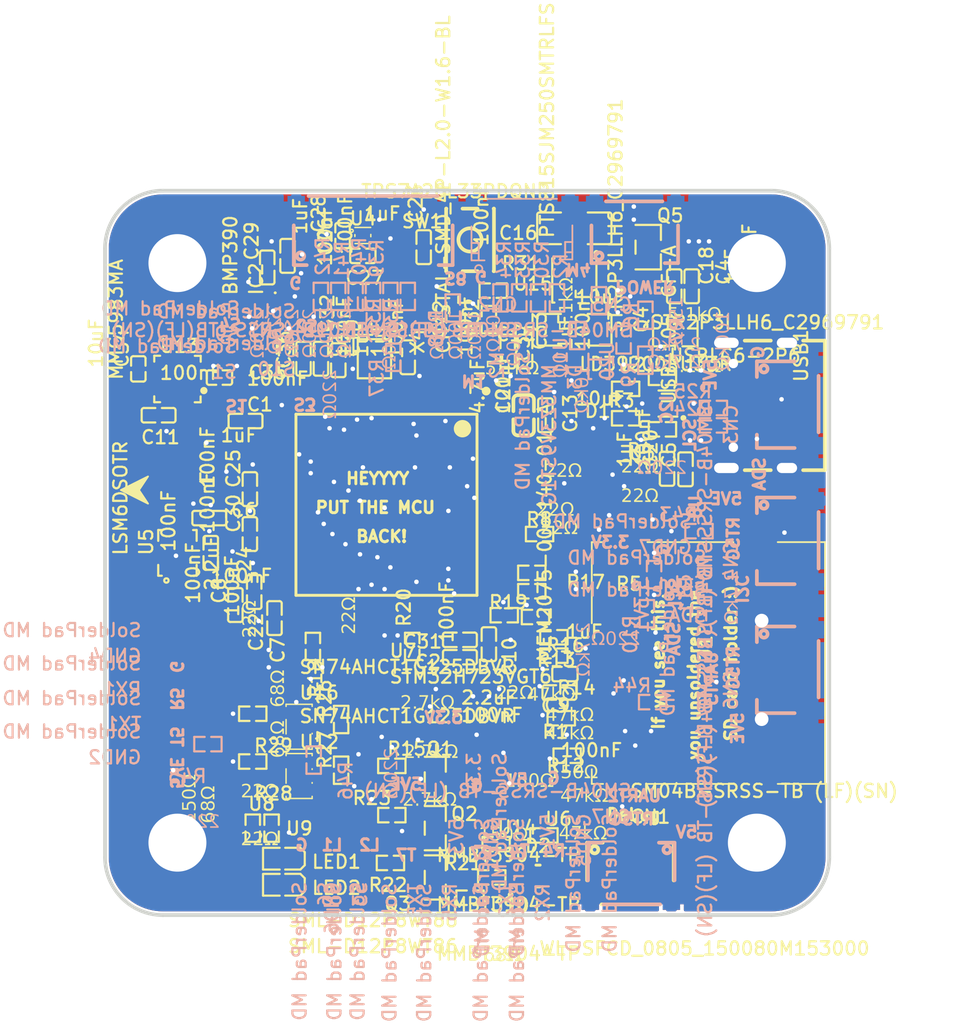
<source format=kicad_pcb>
(kicad_pcb (version 20241229) (generator "pcbnew") (generator_version "9.0")
  (layers (0 "F.Cu" signal "TopLayer") (4 "In1.Cu" signal "Inner1") (6 "In2.Cu" signal "Inner2") (2 "B.Cu" signal "BottomLayer") (13 "F.Paste" user "TopPasteMaskLayer") (15 "B.Paste" user "BottomPasteMaskLayer") (5 "F.SilkS" user "TopSilkLayer") (7 "B.SilkS" user "BottomSilkLayer") (1 "F.Mask" user "TopSolderMaskLayer") (3 "B.Mask" user "BottomSolderMaskLayer") (25 "Edge.Cuts" user "BoardOutLine"))
  (net 1 "")
  (net 2 "SERVO_2_PROTECTED")
  (net 3 "SERVO_8")
  (net 4 "R9_1")
  (net 5 "VBAT_SENSE_PAD")
  (net 6 "UART5_TX_PROTECTED")
  (net 7 "UART5_TX")
  (net 8 "5V_EXT")
  (net 9 "SERVO_4")
  (net 10 "SERVO_1")
  (net 11 "SPI4_MISO")
  (net 12 "SERVO_4_PROTECTED")
  (net 13 "I2C2_SCL")
  (net 14 "SPI1_MOSI")
  (net 15 "MOTOR_1_PROTECTED")
  (net 16 "VCC")
  (net 17 "I2C1_SCL")
  (net 18 "UART3_RX")
  (net 19 "SERVO_3")
  (net 20 "SERVO_6")
  (net 21 "NRST")
  (net 22 "MOTOR_2")
  (net 23 "MOTOR_4")
  (net 24 "UART7_TX_PROTECTED")
  (net 25 "+5V")
  (net 26 "I2C2_SDA")
  (net 27 "RGB_R")
  (net 28 "UART7_TX")
  (net 29 "I2C1_SDA")
  (net 30 "USB_D+")
  (net 31 "SERVO_3_PROTECTED")
  (net 32 "UART2_TX")
  (net 33 "USB_D-")
  (net 34 "CUR_SENSE")
  (net 35 "VBAT_SENSE")
  (net 36 "D3_1")
  (net 37 "BOOT0")
  (net 38 "RGB_B")
  (net 39 "RGB_G")
  (net 40 "IMU_CS")
  (net 41 "IMU_EXTI_2")
  (net 42 "MAGNETO_CS")
  (net 43 "SERVO_1_PROTECTED")
  (net 44 "SERVO_5_PROTECTED")
  (net 45 "SERVO_6_PROTECTED")
  (net 46 "MOTOR_4_PROTECTED")
  (net 47 "MOTOR_3_PROTECTED")
  (net 48 "MOTOR_2_PROTECTED")
  (net 49 "LED_2")
  (net 50 "SERVO_2")
  (net 51 "SERVO_7_PROTECTED")
  (net 52 "SERVO_7")
  (net 53 "SERVO_8_PROTECTED")
  (net 54 "SERVO_5")
  (net 55 "MOTOR_3")
  (net 56 "MOTOR_1")
  (net 57 "SWDCLK")
  (net 58 "SWDIO")
  (net 59 "MAGNETO_EXTI")
  (net 60 "IMU_EXTI_1")
  (net 61 "CUR_SENSE_PAD")
  (net 62 "UART2_RX")
  (net 63 "S6_1")
  (net 64 "UART7_RX")
  (net 65 "UART4_RX")
  (net 66 "UART4_TX")
  (net 67 "LED_1")
  (net 68 "UART5_RX")
  (net 69 "S3_1")
  (net 70 "UART3_TX")
  (net 71 "UART3_TX_PROTECTED")
  (net 72 "UART8_TX")
  (net 73 "UART8_TX_PROTECTED")
  (net 74 "UART8_RX")
  (net 75 "J1_P7")
  (net 76 "GND")
  (net 77 "USB_5V")
  (net 78 "SENSOR_POWER")
  (net 79 "SPI4_SCK")
  (net 80 "SPI4_MOSI")
  (net 81 "J1_P5")
  (net 82 "CPU_CLK")
  (net 83 "J1_P3")
  (net 84 "J1_P8")
  (net 85 "VCAP_1")
  (net 86 "SDMMC1_CK")
  (net 87 "VCAP_2")
  (net 88 "LED2_2")
  (net 89 "LED1_2")
  (net 90 "SW1_2")
  (net 91 "U14_1")
  (net 92 "Q1_3")
  (net 93 "D2_3")
  (net 94 "D2_2")
  (net 95 "D2_1")
  (net 96 "R21_2")
  (net 97 "U10_1")
  (net 98 "Q2_1")
  (net 99 "Q1_1")
  (net 100 "BARO_CS")
  (net 101 "BARO_EXTI")
  (net 102 "U13_10")
  (net 103 "SPI1_SCK")
  (net 104 "J1_P2")
  (net 105 "J1_P1")
  (net 106 "SDMMC1_D0")
  (net 107 "SDMMC1_D2")
  (net 108 "SDMMC1_D1")
  (net 109 "SDMMC1_D3")
  (net 110 "SDMMC1_CMD")
  (net 111 "D1_6")
  (net 112 "D1_4")
  (net 113 "USB1_B5")
  (net 114 "USB1_A5")
  (net 115 "USB_CON_D-")
  (net 116 "USB_CON_D+")
  (net 117 "POWER_GOOD")
  (net 118 "SPI1_MISO")
  (net 119 "U16_2")
  (net 120 "U12_2")
  (net 121 "U16_4")
  (net 122 "U12_4")
  (net 123 "SD_CARD_DETECT")
  (net 124 "SWO")
  (net 125 "Q3_1")
  (footprint "BackupProjects_westpol_personal_0_20260128:R0402" (layer "F.Cu") (at 158.4761 92.9161)
    (property "Reference" "U2")
    (property "Value" "5.1kΩ")
  )
  (footprint "BackupProjects_westpol_personal_0_20260128:C0402" (layer "F.Cu") (at 123.6951 95.5001)
    (property "Reference" "C11")
    (property "Value" "100nF")
  )
  (footprint "BackupProjects_westpol_personal_0_20260128:C0402" (layer "F.Cu") (at 131.695 109.5001 90)
    (property "Reference" "C7")
    (property "Value" "100nF")
  )
  (footprint "BackupProjects_westpol_personal_0_20260128:Hole_gge1142" (layer "F.Cu") (at 164.995 125.0001)
    (property "Reference" "Hole_gge1142" (hide yes))
    (property "Value" "Hole_gge1142" (hide yes))
  )
  (footprint "BackupProjects_westpol_personal_0_20260128:MEM2075-00-140-01-A_GCT" (layer "F.Cu") (at 161.6511 112.6011 90)
    (property "Reference" "J1")
    (property "Value" "MEM2075-00-140-01-A")
  )
  (footprint "BackupProjects_westpol_personal_0_20260128:SOT-23-3_L2.9-W1.7-P1.90-LS2.8-BR" (layer "F.Cu") (at 157.495 83.9001 180)
    (property "Reference" "Q5")
    (property "Value" "STR2P3LLH6_C2969791")
  )
  (footprint "BackupProjects_westpol_personal_0_20260128:R0402" (layer "F.Cu") (at 149.4591 106.3781)
    (property "Reference" "R5")
    (property "Value" "22Ω")
  )
  (footprint "BackupProjects_westpol_personal_0_20260128:SOT-23-5_L3.0-W1.7-P0.95-LS2.8-BR" (layer "F.Cu") (at 133.395 117.0001)
    (property "Reference" "U16")
    (property "Value" "SN74AHCT1G125DBVR")
  )
  (footprint "BackupProjects_westpol_personal_0_20260128:R0402" (layer "F.Cu") (at 158.4761 96.4721)
    (property "Reference" "U3")
    (property "Value" "5.1kΩ")
  )
  (footprint "BackupProjects_westpol_personal_0_20260128:C0603" (layer "F.Cu") (at 148.895 95.5001 90)
    (property "Reference" "C21")
    (property "Value" "4.7uF")
  )
  (footprint "BackupProjects_westpol_personal_0_20260128:SOT-23-3_L2.9-W1.7-P1.90-LS2.8-BR" (layer "F.Cu") (at 159.3651 89.8681 90)
    (property "Reference" "Q4")
    (property "Value" "STR2P3LLH6_C2969791")
  )
  (footprint "BackupProjects_westpol_personal_0_20260128:C0402" (layer "F.Cu") (at 136.395 83.1001 90)
    (property "Reference" "C26")
    (property "Value" "1uF")
  )
  (footprint "BackupProjects_westpol_personal_0_20260128:X2SON-4_L1.0-W1.0-P0.65-TL-EP" (layer "F.Cu") (at 137.795 83.1001)
    (property "Reference" "U4")
    (property "Value" "TPS7A20L33PDQNR")
  )
  (footprint "BackupProjects_westpol_personal_0_20260128:R0402" (layer "F.Cu") (at 130.1951 124.0001 90)
    (property "Reference" "U8")
    (property "Value" "150Ω")
  )
  (footprint "BackupProjects_westpol_personal_0_20260128:SOT-23-5_L3.0-W1.7-P0.95-LS2.8-BR" (layer "F.Cu") (at 133.395 120.4001)
    (property "Reference" "U12")
    (property "Value" "SN74AHCT1G125DBVR")
  )
  (footprint "BackupProjects_westpol_personal_0_20260128:BMP390" (layer "F.Cu") (at 133.095 87.3001 90)
    (property "Reference" "IC2")
    (property "Value" "BMP390")
  )
  (footprint "BackupProjects_westpol_personal_0_20260128:Hole_gge1082" (layer "F.Cu") (at 164.995 85.0001)
    (property "Reference" "Hole_gge1082" (hide yes))
    (property "Value" "Hole_gge1082" (hide yes))
  )
  (footprint "BackupProjects_westpol_personal_0_20260128:R0402" (layer "F.Cu") (at 151.8999 119 180)
    (property "Reference" "R12")
    (property "Value" "47kΩ")
  )
  (footprint "BackupProjects_westpol_personal_0_20260128:TYPE-C-SMD_SBC-160S1A-20-S412" (layer "F.Cu") (at 164.6991 94.8211 90)
    (property "Reference" "USB1")
    (property "Value" "USB4105-GF-A")
  )
  (footprint "BackupProjects_westpol_personal_0_20260128:C0402" (layer "F.Cu") (at 144.495 112.2001 180)
    (property "Reference" "C2")
    (property "Value" "100nF")
  )
  (footprint "BackupProjects_westpol_personal_0_20260128:C0402" (layer "F.Cu") (at 144.495 111.0001 180)
    (property "Reference" "C31")
    (property "Value" "2.2uF")
  )
  (footprint "BackupProjects_westpol_personal_0_20260128:C0402" (layer "F.Cu") (at 131.195 85.3001 -90)
    (property "Reference" "C29")
    (property "Value" "100nF")
  )
  (footprint "BackupProjects_westpol_personal_0_20260128:R0402" (layer "F.Cu") (at 146.695 127.4001 180)
    (property "Reference" "R21")
    (property "Value" "68Ω")
  )
  (footprint "BackupProjects_westpol_personal_0_20260128:R0402" (layer "F.Cu") (at 146.795 86.9001 180)
    (property "Reference" "R31")
    (property "Value" "5.1kΩ")
  )
  (footprint "BackupProjects_westpol_personal_0_20260128:R0402" (layer "F.Cu") (at 136.295 120.0001 90)
    (property "Reference" "R27")
    (property "Value" "68Ω")
  )
  (footprint "BackupProjects_westpol_personal_0_20260128:R0402" (layer "F.Cu") (at 150.9831 112.0931 180)
    (property "Reference" "R14")
    (property "Value" "47kΩ")
  )
  (footprint "BackupProjects_westpol_personal_0_20260128:R0402" (layer "F.Cu") (at 155.9361 95.7101 180)
    (property "Reference" "R4")
    (property "Value" "22Ω")
  )
  (footprint "BackupProjects_westpol_personal_0_20260128:R0402" (layer "F.Cu") (at 130.1951 119.4001 180)
    (property "Reference" "R28")
    (property "Value" "22Ω")
  )
  (footprint "BackupProjects_westpol_personal_0_20260128:C0402" (layer "F.Cu") (at 159.295 86.6002 -90)
    (property "Reference" "C18")
    (property "Value" "1uF")
  )
  (footprint "BackupProjects_westpol_personal_0_20260128:C0402" (layer "F.Cu") (at 151.7451 113.3631)
    (property "Reference" "C9")
    (property "Value" "1uF")
  )
  (footprint "BackupProjects_westpol_personal_0_20260128:R0402" (layer "F.Cu") (at 150.295 124.5001)
    (property "Reference" "U6")
    (property "Value" "150Ω")
  )
  (footprint "BackupProjects_westpol_personal_0_20260128:SOT-23-3_L2.9-W1.3-P1.90-LS2.4-BR" (layer "F.Cu") (at 142.795 120.6001 180)
    (property "Reference" "Q1")
    (property "Value" "MMBT3904-TP")
  )
  (footprint "BackupProjects_westpol_personal_0_20260128:C0402" (layer "F.Cu") (at 160.0711 99.2313 90)
    (property "Reference" "C5")
    (property "Value" "100nF")
  )
  (footprint "BackupProjects_westpol_personal_0_20260128:C0402" (layer "F.Cu") (at 146.495 111.3001 90)
    (property "Reference" "C10")
    (property "Value" "100nF")
  )
  (footprint "BackupProjects_westpol_personal_0_20260128:R0402" (layer "F.Cu") (at 149.7131 109.4261 180)
    (property "Reference" "R16")
    (property "Value" "47kΩ")
  )
  (footprint "BackupProjects_westpol_personal_0_20260128:C0402" (layer "F.Cu") (at 130.2951 107.7001 90)
    (property "Reference" "C22")
    (property "Value" "2.2uF")
  )
  (footprint "BackupProjects_westpol_personal_0_20260128:R0402" (layer "F.Cu") (at 149.4591 107.6481)
    (property "Reference" "R19")
    (property "Value" "22Ω")
  )
  (footprint "BackupProjects_westpol_personal_0_20260128:C0402" (layer "F.Cu") (at 148.995 91.1001 -90)
    (property "Reference" "C37")
    (property "Value" "100nF")
  )
  (footprint "BackupProjects_westpol_personal_0_20260128:Hole_gge1127" (layer "F.Cu") (at 124.9951 125.0001)
    (property "Reference" "Hole_gge1127" (hide yes))
    (property "Value" "Hole_gge1127" (hide yes))
  )
  (footprint "BackupProjects_westpol_personal_0_20260128:R0402" (layer "F.Cu") (at 139.7 126.4)
    (property "Reference" "R22")
    (property "Value" "2.7kΩ")
  )
  (footprint "BackupProjects_westpol_personal_0_20260128:C0402" (layer "F.Cu") (at 136.1 91.7001 -90)
    (property "Reference" "C32")
    (property "Value" "100nF")
  )
  (footprint "BackupProjects_westpol_personal_0_20260128:R0402" (layer "F.Cu") (at 139.795 119.7001)
    (property "Reference" "R15")
    (property "Value" "2.7kΩ")
  )
  (footprint "BackupProjects_westpol_personal_0_20260128:CONN-SMD_4P-P1.00_SM04B-SRSS-TB-LF-SN" (layer "F.Cu") (at 156.295 126.8001)
    (property "Reference" "CN1")
    (property "Value" "SM04B-SRSS-TB (LF)(SN)")
  )
  (footprint "BackupProjects_westpol_personal_0_20260128:C0402" (layer "F.Cu") (at 151.3641 114.6331 180)
    (property "Reference" "C3")
    (property "Value" "100nF")
  )
  (footprint "BackupProjects_westpol_personal_0_20260128:C0402" (layer "F.Cu") (at 127.1951 102.6001 180)
    (property "Reference" "C6")
    (property "Value" "100nF")
  )
  (footprint "BackupProjects_westpol_personal_0_20260128:C0402" (layer "F.Cu") (at 134.9 91.6001 -90)
    (property "Reference" "C19")
    (property "Value" "1uF")
  )
  (footprint "BackupProjects_westpol_personal_0_20260128:R0402" (layer "F.Cu") (at 147.5541 109.2991 180)
    (property "Reference" "R17")
    (property "Value" "22Ω")
  )
  (footprint "BackupProjects_westpol_personal_0_20260128:LGA-14_L3.0-W2.5-P0.50-TL" (layer "F.Cu") (at 124.9951 105.0001 90)
    (property "Reference" "U5")
    (property "Value" "LSM6DSOTR")
  )
  (footprint "BackupProjects_westpol_personal_0_20260128:C0402" (layer "F.Cu") (at 150.395 95.5001 90)
    (property "Reference" "C13")
    (property "Value" "100nF")
  )
  (footprint "BackupProjects_westpol_personal_0_20260128:C0402" (layer "F.Cu") (at 129.9951 103.7001 90)
    (property "Reference" "C30")
    (property "Value" "100nF")
  )
  (footprint "BackupProjects_westpol_personal_0_20260128:C0402" (layer "F.Cu") (at 158.795 99.2001 90)
    (property "Reference" "C20")
    (property "Value" "1uF")
  )
  (footprint "BackupProjects_westpol_personal_0_20260128:WL-SFCX_0805" (layer "F.Cu") (at 149.895 127.3001 180)
    (property "Reference" "D2")
    (property "Value" "WL-SFCD_0805_150080M153000")
  )
  (footprint "BackupProjects_westpol_personal_0_20260128:R0402" (layer "F.Cu") (at 146.495 88.9001 -90)
    (property "Reference" "R32")
    (property "Value" "5.1kΩ")
  )
  (footprint "BackupProjects_westpol_personal_0_20260128:LQFP-100_L14.0-W14.0-P0.50-LS16.0-BL" (layer "F.Cu") (at 139.4261 101.6791 180)
    (property "Reference" "U7")
    (property "Value" "STM32H723VGT6")
  )
  (footprint "BackupProjects_westpol_personal_0_20260128:SOT-23-3_L2.9-W1.3-P1.90-LS2.4-BR" (layer "F.Cu") (at 142.795 127.4001 180)
    (property "Reference" "Q3")
    (property "Value" "MMBT3904-TP")
  )
  (footprint "BackupProjects_westpol_personal_0_20260128:C0402" (layer "F.Cu") (at 132.5 91.6001 -90)
    (property "Reference" "C36")
    (property "Value" "100nF")
  )
  (footprint "BackupProjects_westpol_personal_0_20260128:DFN-6_L3.0-W3.0-P0.95-BL-EP" (layer "F.Cu") (at 152.395 86.2001 180)
    (property "Reference" "U15")
    (property "Value" "LD39200PU33R")
  )
  (footprint "BackupProjects_westpol_personal_0_20260128:C0402" (layer "F.Cu") (at 133.7 91.6001 -90)
    (property "Reference" "C17")
    (property "Value" "1uF")
  )
  (footprint "BackupProjects_westpol_personal_0_20260128:C0402" (layer "F.Cu") (at 137.795 84.5001)
    (property "Reference" "C27")
    (property "Value" "1uF")
  )
  (footprint "BackupProjects_westpol_personal_0_20260128:C1206" (layer "F.Cu") (at 152.395 89.6001 180)
    (property "Reference" "C15")
    (property "Value" "10uF")
  )
  (footprint "BackupProjects_westpol_personal_0_20260128:C0402" (layer "F.Cu") (at 141.995 83.9001 -90)
    (property "Reference" "C23")
    (property "Value" "100nF")
  )
  (footprint "BackupProjects_westpol_personal_0_20260128:R0402" (layer "F.Cu") (at 155.9361 93.6781 180)
    (property "Reference" "R3")
    (property "Value" "22Ω")
  )
  (footprint "BackupProjects_westpol_personal_0_20260128:R0402" (layer "F.Cu") (at 145.195 128.8001)
    (property "Reference" "U10")
    (property "Value" "150Ω")
  )
  (footprint "BackupProjects_westpol_personal_0_20260128:LED0603-RD_GREEN" (layer "F.Cu") (at 132.295 127.9001 180)
    (property "Reference" "LED2")
    (property "Value" "SML-D12P8WT86")
  )
  (footprint "BackupProjects_westpol_personal_0_20260128:C0402" (layer "F.Cu") (at 128.9951 108.6001 90)
    (property "Reference" "C8")
    (property "Value" "100nF")
  )
  (footprint "BackupProjects_westpol_personal_0_20260128:C0402" (layer "F.Cu") (at 127.8951 92.9001 180)
    (property "Reference" "C35")
    (property "Value" "1uF")
  )
  (footprint "BackupProjects_westpol_personal_0_20260128:C0402" (layer "F.Cu") (at 127.2951 105.0001 90)
    (property "Reference" "C24")
    (property "Value" "100nF")
  )
  (footprint "BackupProjects_westpol_personal_0_20260128:R0402" (layer "F.Cu") (at 130.1951 116.1001 180)
    (property "Reference" "R29")
    (property "Value" "22Ω")
  )
  (footprint "BackupProjects_westpol_personal_0_20260128:R0402" (layer "F.Cu") (at 141.2041 111.4581 90)
    (property "Reference" "R20")
    (property "Value" "22Ω")
  )
  (footprint "BackupProjects_westpol_personal_0_20260128:R0402" (layer "F.Cu") (at 151.4911 116.4111 180)
    (property "Reference" "R1")
    (property "Value" "47kΩ")
  )
  (footprint "BackupProjects_westpol_personal_0_20260128:C0402" (layer "F.Cu") (at 129.9951 100.6001 90)
    (property "Reference" "C25")
    (property "Value" "100nF")
  )
  (footprint "BackupProjects_westpol_personal_0_20260128:LGA-16_L3.0-W3.0-P0.50-BL_SQ" (layer "F.Cu") (at 124.9951 93.0001 90)
    (property "Reference" "U13")
    (property "Value" "MMC5983MA")
  )
  (footprint "BackupProjects_westpol_personal_0_20260128:C1206" (layer "F.Cu") (at 152.395 82.6001 180)
    (property "Reference" "C16")
    (property "Value" "10uF")
  )
  (footprint "BackupProjects_westpol_personal_0_20260128:CRYSTAL-SMD_4P-L2.0-W1.6-BL" (layer "F.Cu") (at 138.595 91.6001 -90)
    (property "Reference" "X4")
    (property "Value" "CRYSTAL-SMD_4P-L2.0-W1.6-BL")
  )
  (footprint "BackupProjects_westpol_personal_0_20260128:C0402" (layer "F.Cu") (at 147.795 91.1001 -90)
    (property "Reference" "C33")
    (property "Value" "1uF")
  )
  (footprint "BackupProjects_westpol_personal_0_20260128:C0402" (layer "F.Cu") (at 122.2951 92.3001 90)
    (property "Reference" "C34")
    (property "Value" "10uF")
  )
  (footprint "BackupProjects_westpol_personal_0_20260128:KEY-SMD_4P-L4.2-W3.25-P2.15-TL" (layer "F.Cu") (at 145.195 83.4001 -90)
    (property "Reference" "SW1")
    (property "Value" "PTS815SJM250SMTRLFS")
  )
  (footprint "BackupProjects_westpol_personal_0_20260128:C0402" (layer "F.Cu") (at 129.6951 95.9001)
    (property "Reference" "C1")
    (property "Value" "100nF")
  )
  (footprint "BackupProjects_westpol_personal_0_20260128:R0402" (layer "F.Cu") (at 134.3461 111.4581 90)
    (property "Reference" "R18")
    (property "Value" "22Ω")
  )
  (footprint "BackupProjects_westpol_personal_0_20260128:R0402" (layer "F.Cu") (at 136.295 116.5001 90)
    (property "Reference" "R26")
    (property "Value" "68Ω")
  )
  (footprint "BackupProjects_westpol_personal_0_20260128:SOT-23-3_L2.9-W1.3-P1.90-LS2.4-BR" (layer "F.Cu") (at 142.795 124.0001 180)
    (property "Reference" "Q2")
    (property "Value" "MMBT3904-TP")
  )
  (footprint "BackupProjects_westpol_personal_0_20260128:R0402" (layer "F.Cu") (at 131.495 124.0001 90)
    (property "Reference" "U9")
    (property "Value" "68Ω")
  )
  (footprint "BackupProjects_westpol_personal_0_20260128:R0402" (layer "F.Cu") (at 149.995 103.7001)
    (property "Reference" "R8")
    (property "Value" "22Ω")
  )
  (footprint "BackupProjects_westpol_personal_0_20260128:R0402" (layer "F.Cu") (at 150.9831 110.8231 180)
    (property "Reference" "R13")
    (property "Value" "47kΩ")
  )
  (footprint "BackupProjects_westpol_personal_0_20260128:C0402" (layer "F.Cu") (at 140.895 91.5001 -90)
    (property "Reference" "C12")
    (property "Value" "100nF")
  )
  (footprint "BackupProjects_westpol_personal_0_20260128:SOT-666-6_L1.6-W1.2-P0.50-LS1.6-BR" (layer "F.Cu") (at 158.8571 94.6941)
    (property "Reference" "D1")
    (property "Value" "USBLC6-2P6")
  )
  (footprint "BackupProjects_westpol_personal_0_20260128:R0402" (layer "F.Cu") (at 146.995 125.1001)
    (property "Reference" "U14")
    (property "Value" "150Ω")
  )
  (footprint "BackupProjects_westpol_personal_0_20260128:LED0603-RD_GREEN" (layer "F.Cu") (at 132.295 126.1001 180)
    (property "Reference" "LED1")
    (property "Value" "SML-D12P8WT86")
  )
  (footprint "BackupProjects_westpol_personal_0_20260128:C0402" (layer "F.Cu") (at 132.595 84.5001 -90)
    (property "Reference" "C28")
    (property "Value" "100nF")
  )
  (footprint "BackupProjects_westpol_personal_0_20260128:R0402" (layer "F.Cu") (at 139.795 123.1001)
    (property "Reference" "R23")
    (property "Value" "2.7kΩ")
  )
  (footprint "BackupProjects_westpol_personal_0_20260128:C0402" (layer "F.Cu") (at 160.495 86.6002 -90)
    (property "Reference" "C4")
    (property "Value" "100nF")
  )
  (footprint "BackupProjects_westpol_personal_0_20260128:Hole_gge1112" (layer "F.Cu") (at 124.9951 85.0001)
    (property "Reference" "Hole_gge1112" (hide yes))
    (property "Value" "Hole_gge1112" (hide yes))
  )
  (footprint "BackupProjects_westpol_personal_0_20260128:SOLDERPAD MD" (layer "B.Cu") (at 133.7 127.6 90)
    (property "Reference" "GND6")
    (property "Value" "SolderPad MD")
  )
  (footprint "BackupProjects_westpol_personal_0_20260128:SOLDERPAD MD" (layer "B.Cu") (at 160.5999 105.5 180)
    (property "Reference" "GND7")
    (property "Value" "SolderPad MD")
  )
  (footprint "BackupProjects_westpol_personal_0_20260128:SOLDERPAD MD" (layer "B.Cu") (at 155.0999 106.6 90)
    (property "Reference" "3.3V1")
    (property "Value" "SolderPad MD")
  )
  (footprint "BackupProjects_westpol_personal_0_20260128:R0402" (layer "B.Cu") (at 161.995 96.2001 180)
    (property "Reference" "R24")
    (property "Value" "2.7kΩ")
  )
  (footprint "BackupProjects_westpol_personal_0_20260128:R0402" (layer "B.Cu") (at 157.295 91.7001 -90)
    (property "Reference" "R9")
    (property "Value" "10kΩ")
  )
  (footprint "BackupProjects_westpol_personal_0_20260128:SOLDERPAD MD" (layer "B.Cu") (at 144.7 123.2 90)
    (property "Reference" "GND1")
    (property "Value" "SolderPad MD")
  )
  (footprint "BackupProjects_westpol_personal_0_20260128:R0402" (layer "B.Cu") (at 161.995 95.0001 180)
    (property "Reference" "R25")
    (property "Value" "2.7kΩ")
  )
  (footprint "BackupProjects_westpol_personal_0_20260128:SOLDERPAD MD" (layer "B.Cu") (at 144.7 127.7 -90)
    (property "Reference" "RX5")
    (property "Value" "SolderPad MD")
  )
  (footprint "BackupProjects_westpol_personal_0_20260128:SOLDERPAD MD" (layer "B.Cu") (at 133.2329 93.2001 180)
    (property "Reference" "S10")
    (property "Value" "SolderPad MD")
  )
  (footprint "BackupProjects_westpol_personal_0_20260128:SOLDERPAD MD" (layer "B.Cu") (at 143.5 118.7 90)
    (property "Reference" "3.3V")
    (property "Value" "SolderPad MD")
  )
  (footprint "BackupProjects_westpol_personal_0_20260128:SOLDERPAD MD" (layer "B.Cu") (at 142.3 127.7 -90)
    (property "Reference" "TX5")
    (property "Value" "SolderPad MD")
  )
  (footprint "BackupProjects_westpol_personal_0_20260128:R0402" (layer "B.Cu") (at 160.9999 103.5001 180)
    (property "Reference" "R43")
    (property "Value" "220Ω")
  )
  (footprint "BackupProjects_westpol_personal_0_20260128:SOLDERPAD MD" (layer "B.Cu") (at 142.3 123.2 90)
    (property "Reference" "5V3")
    (property "Value" "SolderPad MD")
  )
  (footprint "BackupProjects_westpol_personal_0_20260128:R0402" (layer "B.Cu") (at 144 88.1001 -90)
    (property "Reference" "R38")
    (property "Value" "220Ω")
  )
  (footprint "BackupProjects_westpol_personal_0_20260128:SOLDERPAD MD" (layer "B.Cu") (at 145.0999 91.0001 90)
    (property "Reference" "M2")
    (property "Value" "SolderPad MD")
  )
  (footprint "BackupProjects_westpol_personal_0_20260128:CONN-SMD_4P-P1.00_SM04B-SRSS-TB-LF-SN" (layer "B.Cu") (at 166.795 94.8001 -90)
    (property "Reference" "CN3")
    (property "Value" "SM04B-SRSS-TB (LF)(SN)")
  )
  (footprint "BackupProjects_westpol_personal_0_20260128:R0402" (layer "B.Cu") (at 139.895 91.5001 -90)
    (property "Reference" "R37")
    (property "Value" "220Ω")
  )
  (footprint "BackupProjects_westpol_personal_0_20260128:SOLDERPAD MD" (layer "B.Cu") (at 148.5999 122.9 90)
    (property "Reference" "5V1")
    (property "Value" "SolderPad MD")
  )
  (footprint "BackupProjects_westpol_personal_0_20260128:R0402" (layer "B.Cu") (at 155.795 90.3001 -90)
    (property "Reference" "U20")
    (property "Value" "0Ω")
  )
  (footprint "BackupProjects_westpol_personal_0_20260128:R0402" (layer "B.Cu") (at 149.895 87.4001 -90)
    (property "Reference" "R30")
    (property "Value" "100Ω")
  )
  (footprint "BackupProjects_westpol_personal_0_20260128:SOLDERPAD MD" (layer "B.Cu") (at 161.5999 108 180)
    (property "Reference" "SCL")
    (property "Value" "SolderPad MD")
  )
  (footprint "BackupProjects_westpol_personal_0_20260128:R0402" (layer "B.Cu") (at 127.1 118.2)
    (property "Reference" "R45")
    (property "Value" "220Ω")
  )
  (footprint "BackupProjects_westpol_personal_0_20260128:SOLDERPAD MD" (layer "B.Cu") (at 161.5999 110.2 180)
    (property "Reference" "SDA")
    (property "Value" "SolderPad MD")
  )
  (footprint "BackupProjects_westpol_personal_0_20260128:R0402" (layer "B.Cu") (at 154.095 87.6001 90)
    (property "Reference" "R6")
    (property "Value" "150Ω")
  )
  (footprint "BackupProjects_westpol_personal_0_20260128:R0402" (layer "B.Cu") (at 134.4 119.3 90)
    (property "Reference" "R46")
    (property "Value" "220Ω")
  )
  (footprint "BackupProjects_westpol_personal_0_20260128:CONN-SMD_4P-P1.00_SM04B-SRSS-TB-LF-SN" (layer "B.Cu") (at 166.795 104.2001 -90)
    (property "Reference" "CN4")
    (property "Value" "SM04B-SRSS-TB (LF)(SN)")
  )
  (footprint "BackupProjects_westpol_personal_0_20260128:SOLDERPAD MD" (layer "B.Cu") (at 122.6 113 180)
    (property "Reference" "GND4")
    (property "Value" "SolderPad MD")
  )
  (footprint "BackupProjects_westpol_personal_0_20260128:CONN-SMD_SM05B-SRSS-TB-LF-SN" (layer "B.Cu") (at 148.795 83.2001)
    (property "Reference" "CN2")
    (property "Value" "SM05B-SRSS-TB (LF)(SN)")
  )
  (footprint "BackupProjects_westpol_personal_0_20260128:SOLDERPAD MD" (layer "B.Cu") (at 122.6 120 180)
    (property "Reference" "GND2")
    (property "Value" "SolderPad MD")
  )
  (footprint "BackupProjects_westpol_personal_0_20260128:R0402" (layer "B.Cu") (at 134.895 87.3001 -90)
    (property "Reference" "R42")
    (property "Value" "220Ω")
  )
  (footprint "BackupProjects_westpol_personal_0_20260128:SOLDERPAD MD" (layer "B.Cu") (at 151.0999 122.9 90)
    (property "Reference" "GND5")
    (property "Value" "SolderPad MD")
  )
  (footprint "BackupProjects_westpol_personal_0_20260128:R0402" (layer "B.Cu") (at 157.8999 106.5 90)
    (property "Reference" "R11")
    (property "Value" "2.7kΩ")
  )
  (footprint "BackupProjects_westpol_personal_0_20260128:SOLDERPAD MD" (layer "B.Cu") (at 148.5999 127.7 -90)
    (property "Reference" "TX2")
    (property "Value" "SolderPad MD")
  )
  (footprint "BackupProjects_westpol_personal_0_20260128:R0402" (layer "B.Cu") (at 137.295 87.3001 -90)
    (property "Reference" "R40")
    (property "Value" "220Ω")
  )
  (footprint "BackupProjects_westpol_personal_0_20260128:R0402" (layer "B.Cu") (at 139.695 87.3001 -90)
    (property "Reference" "R36")
    (property "Value" "220Ω")
  )
  (footprint "BackupProjects_westpol_personal_0_20260128:CONN-SMD_4P-P1.00_SM04B-SRSS-TB-LF-SN" (layer "B.Cu") (at 156.595 83.2001)
    (property "Reference" "CN5")
    (property "Value" "SM04B-SRSS-TB (LF)(SN)")
  )
  (footprint "BackupProjects_westpol_personal_0_20260128:SOD-323_L1.8-W1.3-LS2.5-RD" (layer "B.Cu") (at 154.095 92.1001 -90)
    (property "Reference" "D3")
    (property "Value" "MM3Z3V9ST1G")
  )
  (footprint "BackupProjects_westpol_personal_0_20260128:SOLDERPAD MD" (layer "B.Cu") (at 136.095 127.6001 -90)
    (property "Reference" "S6")
    (property "Value" "SolderPad MD")
  )
  (footprint "BackupProjects_westpol_personal_0_20260128:CONN-SMD_4P-P1.00_SM04B-SRSS-TB-LF-SN" (layer "B.Cu") (at 156.295 126.8001 180)
    (property "Reference" "CN7")
    (property "Value" "SM04B-SRSS-TB (LF)(SN)")
  )
  (footprint "BackupProjects_westpol_personal_0_20260128:R0402" (layer "B.Cu") (at 147.295 87.4001 -90)
    (property "Reference" "R34")
    (property "Value" "100Ω")
  )
  (footprint "BackupProjects_westpol_personal_0_20260128:R0402" (layer "B.Cu") (at 138.495 87.3001 -90)
    (property "Reference" "R39")
    (property "Value" "220Ω")
  )
  (footprint "BackupProjects_westpol_personal_0_20260128:R0402" (layer "B.Cu") (at 157.2999 88.6001 90)
    (property "Reference" "R7")
    (property "Value" "100kΩ")
  )
  (footprint "BackupProjects_westpol_personal_0_20260128:CONN-SMD_SM09B-SRSS-TB-LF-SN" (layer "B.Cu") (at 138.495 83.2001)
    (property "Reference" "U1")
    (property "Value" "SM09B-SRSS-TB(LF)(SN)")
  )
  (footprint "BackupProjects_westpol_personal_0_20260128:SOLDERPAD MD" (layer "B.Cu") (at 122.6 115.3 180)
    (property "Reference" "RX1")
    (property "Value" "SolderPad MD")
  )
  (footprint "BackupProjects_westpol_personal_0_20260128:SOLDERPAD MD" (layer "B.Cu") (at 122.6 117.7 180)
    (property "Reference" "TX1")
    (property "Value" "SolderPad MD")
  )
  (footprint "BackupProjects_westpol_personal_0_20260128:R0402" (layer "B.Cu") (at 151.195 87.4001 -90)
    (property "Reference" "R2")
    (property "Value" "100Ω")
  )
  (footprint "BackupProjects_westpol_personal_0_20260128:SOLDERPAD MD" (layer "B.Cu") (at 133.2329 91.0001 180)
    (property "Reference" "S2")
    (property "Value" "SolderPad MD")
  )
  (footprint "BackupProjects_westpol_personal_0_20260128:R0402" (layer "B.Cu") (at 152.595 90.0001 -90)
    (property "Reference" "U11")
    (property "Value" "0Ω")
  )
  (footprint "BackupProjects_westpol_personal_0_20260128:R0402" (layer "B.Cu") (at 136.095 87.3001 -90)
    (property "Reference" "R41")
    (property "Value" "220Ω")
  )
  (footprint "BackupProjects_westpol_personal_0_20260128:SOLDERPAD MD" (layer "B.Cu") (at 138.5 127.6 -90)
    (property "Reference" "S3")
    (property "Value" "SolderPad MD")
  )
  (footprint "BackupProjects_westpol_personal_0_20260128:R0402" (layer "B.Cu") (at 140.895 87.3001 -90)
    (property "Reference" "R35")
    (property "Value" "220Ω")
  )
  (footprint "BackupProjects_westpol_personal_0_20260128:CONN-SMD_4P-P1.00_SM04B-SRSS-TB-LF-SN" (layer "B.Cu") (at 166.7953 113.1001 -90)
    (property "Reference" "CN6")
    (property "Value" "SM04B-SRSS-TB (LF)(SN)")
  )
  (footprint "BackupProjects_westpol_personal_0_20260128:SOLDERPAD MD" (layer "B.Cu") (at 129.2 93.4001 180)
    (property "Reference" "S1")
    (property "Value" "SolderPad MD")
  )
  (footprint "BackupProjects_westpol_personal_0_20260128:SOLDERPAD MD" (layer "B.Cu") (at 151.0999 127.7 -90)
    (property "Reference" "RX2")
    (property "Value" "SolderPad MD")
  )
  (footprint "BackupProjects_westpol_personal_0_20260128:SOLDERPAD MD" (layer "B.Cu") (at 129.4 90.8001 180)
    (property "Reference" "S9")
    (property "Value" "SolderPad MD")
  )
  (footprint "BackupProjects_westpol_personal_0_20260128:R0402" (layer "B.Cu") (at 148.595 87.4001 -90)
    (property "Reference" "R33")
    (property "Value" "100Ω")
  )
  (footprint "BackupProjects_westpol_personal_0_20260128:R0402" (layer "B.Cu") (at 157.7999 115.3 180)
    (property "Reference" "R44")
    (property "Value" "220Ω")
  )
  (footprint "BackupProjects_westpol_personal_0_20260128:R0402" (layer "B.Cu") (at 157.3999 109.2 -90)
    (property "Reference" "R10")
    (property "Value" "2.7kΩ")
  )
  (gr_poly (pts (xy 123.0259 99.7133) (xy 123.025 99.7104) (xy 123.024 99.707) (xy 123.023 99.7036) (xy 123.02 99.6974) (xy 123.0169 99.6912) (xy 123.0111 99.6848) (xy 123.0052 99.6785) (xy 122.9998 99.6749) (xy 122.9944 99.6712) (xy 122.99 99.6693) (xy 122.9856 99.6673) (xy 122.9812 99.6661) (xy 122.9768 99.6649) (xy 122.9738 99.664) (xy 122.9708 99.6631) (xy 122.9633 99.6631) (xy 122.9559 99.6631) (xy 122.9553 99.664) (xy 122.9547 99.665) (xy 122.9533 99.665) (xy 122.9518 99.665) (xy 122.9436 99.6689) (xy 122.9353 99.6728) (xy 122.9267 99.6768) (xy 122.9182 99.6808) (xy 122.9021 99.6887) (xy 122.8859 99.6966) (xy 122.8269 99.7258) (xy 122.7678 99.755) (xy 122.6077 99.8347) (xy 122.4476 99.9145) (xy 121.9456 100.1656) (xy 121.4436 100.4167) (xy 121.3093 100.4841) (xy 121.175 100.5515) (xy 121.1433 100.5676) (xy 121.1116 100.5837) (xy 121.094 100.5927) (xy 121.0764 100.6018) (xy 121.0705 100.6049) (xy 121.0647 100.6081) (xy 121.0598 100.6108) (xy 121.0549 100.6135) (xy 121.0515 100.6155) (xy 121.0481 100.6175) (xy 121.0453 100.62) (xy 121.0425 100.6225) (xy 121.0389 100.6279) (xy 121.0353 100.6333) (xy 121.0333 100.6377) (xy 121.0313 100.642) (xy 121.0301 100.6464) (xy 121.0288 100.6508) (xy 121.0279 100.6531) (xy 121.0271 100.6553) (xy 121.0271 100.6623) (xy 121.0271 100.6692) (xy 121.028 100.6723) (xy 121.0289 100.6753) (xy 121.0305 100.6808) (xy 121.0321 100.6863) (xy 121.0355 100.6928) (xy 121.0388 100.6992) (xy 121.0415 100.7023) (xy 121.0442 100.7054) (xy 121.0463 100.7074) (xy 121.0483 100.7094) (xy 121.0526 100.7117) (xy 121.0569 100.7141) (xy 121.0701 100.7209) (xy 121.0832 100.7278) (xy 121.114 100.7434) (xy 121.1448 100.759) (xy 121.1931 100.7834) (xy 121.2414 100.8078) (xy 121.4021 100.8884) (xy 121.5627 100.969) (xy 122.0222 101.1987) (xy 122.4817 101.4285) (xy 122.6399 101.5073) (xy 122.7981 101.5861) (xy 122.8362 101.6049) (xy 122.8742 101.6237) (xy 122.8937 101.6333) (xy 122.9133 101.6428) (xy 122.925 101.6484) (xy 122.9367 101.654) (xy 122.9421 101.6564) (xy 122.9475 101.6588) (xy 122.9509 101.6601) (xy 122.9543 101.6614) (xy 122.9552 101.6622) (xy 122.9562 101.663) (xy 122.964 101.663) (xy 122.9717 101.663) (xy 122.9747 101.6622) (xy 122.9777 101.6613) (xy 122.9844 101.6592) (xy 122.9911 101.6571) (xy 122.9966 101.6535) (xy 123.0022 101.65) (xy 123.0069 101.6455) (xy 123.0117 101.6411) (xy 123.0156 101.6354) (xy 123.0195 101.6296) (xy 123.0222 101.6236) (xy 123.0249 101.6176) (xy 123.0258 101.6093) (xy 123.0268 101.601) (xy 123.0256 101.5915) (xy 123.0244 101.582) (xy 123.0219 101.5773) (xy 123.0195 101.5727) (xy 123.0048 101.5502) (xy 122.9901 101.5278) (xy 122.9409 101.4536) (xy 122.8918 101.3795) (xy 122.6538 101.0222) (xy 122.4157 100.665) (xy 122.4157 100.6631) (xy 122.4157 100.6611) (xy 122.6412 100.323) (xy 122.8666 99.9848) (xy 122.8866 99.9546) (xy 122.9066 99.9243) (xy 122.9348 99.8818) (xy 122.9629 99.8393) (xy 122.9787 99.8154) (xy 122.9945 99.7915) (xy 123.0072 99.7719) (xy 123.0199 99.7524) (xy 123.0214 99.75) (xy 123.0229 99.7475) (xy 123.0241 99.7421) (xy 123.0254 99.7368) (xy 123.0262 99.7339) (xy 123.0271 99.7311) (xy 123.027 99.7237) (xy 123.0269 99.7163)) (fill yes) (layer "F.SilkS"))
  (gr_line (start 119.9951 126.0001) (end 119.9951 84.00003) (stroke (width 0.254)) (layer "Edge.Cuts"))
  (gr_arc (start 119.9951 84.00003) (mid 121.166673 81.171673) (end 123.99493 80.0002) (stroke (width 0.254)) (layer "Edge.Cuts"))
  (gr_line (start 123.99493 80.0002) (end 165.9949 80.0002) (stroke (width 0.254)) (layer "Edge.Cuts"))
  (gr_line (start 165.995 130.0001) (end 123.9951 130.0001) (stroke (width 0.254)) (layer "Edge.Cuts"))
  (gr_line (start 169.995 84.0003) (end 169.995 126.0001) (stroke (width 0.254)) (layer "Edge.Cuts"))
  (gr_arc (start 123.9951 130.0001) (mid 121.166673 128.828527) (end 119.9951 126.0001) (stroke (width 0.254)) (layer "Edge.Cuts"))
  (gr_arc (start 169.995 126.0001) (mid 168.823427 128.828527) (end 165.995 130.0001) (stroke (width 0.254)) (layer "Edge.Cuts"))
  (gr_arc (start 165.9949 80.0002) (mid 168.823356 81.171744) (end 169.995 84.0003) (stroke (width 0.254)) (layer "Edge.Cuts"))
  (gr_text "you unsoldered the" (at 160.1998 119.4001 90) (layer "F.SilkS") (effects (font (size 0.8 0.8) (thickness 0.2)) (justify left top)))
  (gr_text "If you see this," (at 157.733 117.3001 90) (layer "F.SilkS") (effects (font (size 0.8 0.8) (thickness 0.2)) (justify left top)))
  (gr_text "BACK!" (at 137.233 103.4 0) (layer "F.SilkS") (effects (font (size 0.8 0.8) (thickness 0.2)) (justify left top)))
  (gr_text "Debug" (at 154.533 122.6001 0) (layer "F.SilkS") (effects (font (size 0.8 0.8) (thickness 0.2)) (justify left top)))
  (gr_text "PUT THE MCU" (at 134.4329 101.4 0) (layer "F.SilkS") (effects (font (size 0.8 0.8) (thickness 0.2)) (justify left top)))
  (gr_text "SD card holder :)" (at 162.733 118.1002 90) (layer "F.SilkS") (effects (font (size 0.8 0.8) (thickness 0.2)) (justify left top)))
  (gr_text "HEYYYY" (at 136.533 99.4 0) (layer "F.SilkS") (effects (font (size 0.8 0.8) (thickness 0.2)) (justify left top)))
  (gr_text "M4" (at 151.6999 85.9001 180) (layer "B.SilkS") (effects (font (size 0.8 0.8) (thickness 0.2)) (justify left top mirror)))
  (gr_text "G" (at 145.3999 86.4001 180) (layer "B.SilkS") (effects (font (size 0.8 0.8) (thickness 0.2)) (justify left top mirror)))
  (gr_text "SCL" (at 158.8999 106.6 90) (layer "B.SilkS") (effects (font (size 0.8 0.8) (thickness 0.2)) (justify left top mirror)))
  (gr_text "S3" (at 132.9 95.2001 180) (layer "B.SilkS") (effects (font (size 0.8 0.8) (thickness 0.2)) (justify left top mirror)))
  (gr_text "R4" (at 151.8999 125.1 0) (layer "B.SilkS") (effects (font (size 0.8 0.8) (thickness 0.2)) (justify left top mirror)))
  (gr_text "S1" (at 128.2 95.3001 180) (layer "B.SilkS") (effects (font (size 0.8 0.8) (thickness 0.2)) (justify left top mirror)))
  (gr_text "UART2" (at 158.4999 121.3 0) (layer "B.SilkS") (effects (font (size 0.8 0.8) (thickness 0.2)) (justify left top mirror)))
  (gr_text "I2C" (at 164.3999 108.6 270) (layer "B.SilkS") (effects (font (size 0.8 0.8) (thickness 0.2)) (justify left top mirror)))
  (gr_text "U8" (at 160.2999 100.9001 90) (layer "B.SilkS") (effects (font (size 0.8 0.8) (thickness 0.2)) (justify left top mirror)))
  (gr_text "5V" (at 160.9999 123.8 0) (layer "B.SilkS") (effects (font (size 0.8 0.8) (thickness 0.2)) (justify left top mirror)))
  (gr_text "M1" (at 144.5 93.6001 180) (layer "B.SilkS") (effects (font (size 0.8 0.8) (thickness 0.2)) (justify left top mirror)))
  (gr_text "5VE" (at 163.1999 115.9 90) (layer "B.SilkS") (effects (font (size 0.8 0.8) (thickness 0.2)) (justify left top mirror)))
  (gr_text "5VE" (at 164.0999 100.8001 0) (layer "B.SilkS") (effects (font (size 0.8 0.8) (thickness 0.2)) (justify left top mirror)))
  (gr_text "RT5G" (at 157.9998 122.9001 0) (layer "B.SilkS") (effects (font (size 0.8 0.8) (thickness 0.2)) (justify left top mirror)))
  (gr_text "SDA" (at 164.6999 98.3001 90) (layer "B.SilkS") (effects (font (size 0.8 0.8) (thickness 0.2)) (justify left top mirror)))
  (gr_text "RT5G" (at 162.8999 111.3 90) (layer "B.SilkS") (effects (font (size 0.8 0.8) (thickness 0.2)) (justify left top mirror)))
  (gr_text "T7" (at 141.6 125.4 0) (layer "B.SilkS") (effects (font (size 0.8 0.8) (thickness 0.2)) (justify left top mirror)))
  (gr_text "G" (at 158.0999 104.2001 90) (layer "B.SilkS") (effects (font (size 0.8 0.8) (thickness 0.2)) (justify left top mirror)))
  (gr_text "T4" (at 149.3999 125.1 0) (layer "B.SilkS") (effects (font (size 0.8 0.8) (thickness 0.2)) (justify left top mirror)))
  (gr_text "G" (at 125.4001 113.4001 270) (layer "B.SilkS") (effects (font (size 0.8 0.8) (thickness 0.2)) (justify left top mirror)))
  (gr_text "3.3V" (at 144.8 115.9 0) (layer "B.SilkS") (effects (font (size 0.8 0.8) (thickness 0.2)) (justify left top mirror)))
  (gr_text "SDA" (at 158.7999 109.7 90) (layer "B.SilkS") (effects (font (size 0.8 0.8) (thickness 0.2)) (justify left top mirror)))
  (gr_text "S4" (at 129.5 88.8001 0) (layer "B.SilkS") (effects (font (size 0.8 0.8) (thickness 0.2)) (justify left top mirror)))
  (gr_text "G" (at 134.1 124.7 0) (layer "B.SilkS") (effects (font (size 0.8 0.8) (thickness 0.2)) (justify left top mirror)))
  (gr_text "G" (at 146.1999 120.6 0) (layer "B.SilkS") (effects (font (size 0.8 0.8) (thickness 0.2)) (justify left top mirror)))
  (gr_text "3.3V" (at 156.2999 103.8001 0) (layer "B.SilkS") (effects (font (size 0.8 0.8) (thickness 0.2)) (justify left top mirror)))
  (gr_text "UART3" (at 161.3999 111.7 90) (layer "B.SilkS") (effects (font (size 0.8 0.8) (thickness 0.2)) (justify left top mirror)))
  (gr_text "G" (at 164.5999 90.6001 90) (layer "B.SilkS") (effects (font (size 0.8 0.8) (thickness 0.2)) (justify left top mirror)))
  (gr_text "S8" (at 143.3 86.5001 180) (layer "B.SilkS") (effects (font (size 0.8 0.8) (thickness 0.2)) (justify left top mirror)))
  (gr_text "S2" (at 134.8 88.9001 0) (layer "B.SilkS") (effects (font (size 0.8 0.8) (thickness 0.2)) (justify left top mirror)))
  (gr_text "T5" (at 125.4 118.5 270) (layer "B.SilkS") (effects (font (size 0.8 0.8) (thickness 0.2)) (justify left top mirror)))
  (gr_text "RT5G" (at 162.8999 102.4001 90) (layer "B.SilkS") (effects (font (size 0.8 0.8) (thickness 0.2)) (justify left top mirror)))
  (gr_text "5VE" (at 125.4 121.4 270) (layer "B.SilkS") (effects (font (size 0.8 0.8) (thickness 0.2)) (justify left top mirror)))
  (gr_text "I2C" (at 158.2999 94.0001 90) (layer "B.SilkS") (effects (font (size 0.8 0.8) (thickness 0.2)) (justify left top mirror)))
  (gr_text "R7" (at 146.8999 125.3 0) (layer "B.SilkS") (effects (font (size 0.8 0.8) (thickness 0.2)) (justify left top mirror)))
  (gr_text "5VE" (at 142 120.5 0) (layer "B.SilkS") (effects (font (size 0.8 0.8) (thickness 0.2)) (justify left top mirror)))
  (gr_text "G" (at 132.6 86.8001 180) (layer "B.SilkS") (effects (font (size 0.8 0.8) (thickness 0.2)) (justify left top mirror)))
  (gr_text "L1" (at 136.5 124.7 0) (layer "B.SilkS") (effects (font (size 0.8 0.8) (thickness 0.2)) (justify left top mirror)))
  (gr_text "SCL" (at 159.8999 95.6001 90) (layer "B.SilkS") (effects (font (size 0.8 0.8) (thickness 0.2)) (justify left top mirror)))
  (gr_text "POWER" (at 155.0999 87.1001 180) (layer "B.SilkS") (effects (font (size 0.8 0.8) (thickness 0.2)) (justify left top mirror)))
  (gr_text "5V" (at 149.2999 120.2 0) (layer "B.SilkS") (effects (font (size 0.8 0.8) (thickness 0.2)) (justify left top mirror)))
  (gr_text "L2" (at 139.1 124.7 0) (layer "B.SilkS") (effects (font (size 0.8 0.8) (thickness 0.2)) (justify left top mirror)))
  (gr_text "R5" (at 125.4001 116.0001 270) (layer "B.SilkS") (effects (font (size 0.8 0.8) (thickness 0.2)) (justify left top mirror)))
  (gr_text "5VE" (at 161.2999 91.5001 90) (layer "B.SilkS") (effects (font (size 0.8 0.8) (thickness 0.2)) (justify left top mirror)))
  (gr_text "G" (at 151.4999 120.1 0) (layer "B.SilkS") (effects (font (size 0.8 0.8) (thickness 0.2)) (justify left top mirror)))
  (segment (start 135.0319 82.3014) (end 134.4324 82.9008) (width 0.254) (layer "B.Cu") (net 2))
  (segment (start 130.5335 83.4012) (end 130.5335 84.6001) (width 0.254) (layer "B.Cu") (net 2))
  (segment (start 132.7332 91.0009) (end 133.2336 91.0009) (width 0.254) (layer "B.Cu") (net 2))
  (segment (start 128.6336 86.5) (end 128.6336 87.3001) (width 0.254) (layer "B.Cu") (net 2))
  (segment (start 131.0339 82.9008) (end 130.5335 83.4012) (width 0.254) (layer "B.Cu") (net 2))
  (segment (start 125.7329 90.2008) (end 125.7329 92.7992) (width 0.254) (layer "B.Cu") (net 2))
  (segment (start 125.7329 92.7992) (end 127.5338 94.6001) (width 0.254) (layer "B.Cu") (net 2))
  (segment (start 134.4324 82.9008) (end 131.0339 82.9008) (width 0.254) (layer "B.Cu") (net 2))
  (segment (start 127.5338 94.6001) (end 130.5335 94.6001) (width 0.254) (layer "B.Cu") (net 2))
  (segment (start 136.4952 86.4672) (end 136.4952 85.1377) (width 0.254) (layer "B.Cu") (net 2))
  (segment (start 131.232 92.4995) (end 132.7332 91.0009) (width 0.254) (layer "B.Cu") (net 2))
  (segment (start 136.4949 83.0634) (end 135.7329 82.3014) (width 0.254) (layer "B.Cu") (net 2))
  (segment (start 131.232 93.899) (end 131.232 92.4995) (width 0.254) (layer "B.Cu") (net 2))
  (segment (start 135.7329 82.3014) (end 135.0319 82.3014) (width 0.254) (layer "B.Cu") (net 2))
  (segment (start 128.6336 87.3001) (end 125.7329 90.2008) (width 0.254) (layer "B.Cu") (net 2))
  (segment (start 130.5335 84.6001) (end 128.6336 86.5) (width 0.254) (layer "B.Cu") (net 2))
  (segment (start 136.4949 85.1386) (end 136.4949 83.0634) (width 0.254) (layer "B.Cu") (net 2))
  (segment (start 130.5335 94.6001) (end 131.232 93.899) (width 0.254) (layer "B.Cu") (net 2))
  (segment (start 136.095 86.8673) (end 136.4952 86.4672) (width 0.254) (layer "B.Cu") (net 2))
  (segment (start 131.8762 100.1789) (end 134.7162 100.1789) (width 0.254) (layer "F.Cu") (net 3))
  (segment (start 137.9951 96.9) (end 141.4949 96.9) (width 0.254) (layer "F.Cu") (net 3))
  (segment (start 134.7162 100.1789) (end 137.9951 96.9) (width 0.254) (layer "F.Cu") (net 3))
  (via (at 141.4949 96.9) (size 0.62) (drill 0.31) (layers "F.Cu" "B.Cu") (net 3))
  (segment (start 143.9999 94.3951) (end 143.9999 88.533) (width 0.254) (layer "B.Cu") (net 3))
  (segment (start 141.4949 96.9001) (end 143.9999 94.3951) (width 0.254) (layer "B.Cu") (net 3))
  (segment (start 155.7951 89.8673) (end 157.2949 89.8673) (width 0.254) (layer "B.Cu") (net 4))
  (segment (start 157.2998 91.2625) (end 157.295 91.2673) (width 0.254) (layer "B.Cu") (net 4))
  (segment (start 157.2998 89.0329) (end 157.2998 91.2625) (width 0.254) (layer "B.Cu") (net 4))
  (segment (start 156.0953 86.2005) (end 156.0953 85.138) (width 0.254) (layer "B.Cu") (net 5))
  (segment (start 157.2998 88.1673) (end 157.2998 87.405) (width 0.254) (layer "B.Cu") (net 5))
  (segment (start 157.2998 87.405) (end 156.0953 86.2005) (width 0.254) (layer "B.Cu") (net 5))
  (segment (start 125.9001 118.2001) (end 125.4 117.7) (width 0.254) (layer "B.Cu") (net 6))
  (segment (start 126.6671 118.2001) (end 125.9001 118.2001) (width 0.254) (layer "B.Cu") (net 6))
  (segment (start 125.4 117.7) (end 122.6001 117.7001) (width 0.254) (layer "B.Cu") (net 6))
  (segment (start 137.6 103.6001) (end 137.6 105.1) (width 0.254) (layer "F.Cu") (net 7))
  (segment (start 146.975 99.6801) (end 144.4223 99.6801) (width 0.254) (layer "F.Cu") (net 7))
  (segment (start 135 112.9) (end 131.3 112.9) (width 0.254) (layer "F.Cu") (net 7))
  (segment (start 143.7009 100.3989) (end 143.7009 102.1007) (width 0.254) (layer "F.Cu") (net 7))
  (segment (start 139.3 101.9001) (end 137.6 103.6001) (width 0.254) (layer "F.Cu") (net 7))
  (segment (start 144.4223 99.6801) (end 143.7009 100.3989) (width 0.254) (layer "F.Cu") (net 7))
  (via (at 139.3001 101.9) (size 0.62) (drill 0.31) (layers "F.Cu" "B.Cu") (net 7))
  (via (at 131.3001 112.9) (size 0.62) (drill 0.31) (layers "F.Cu" "B.Cu") (net 7))
  (via (at 143.7009 102.1007) (size 0.62) (drill 0.31) (layers "F.Cu" "B.Cu") (net 7))
  (via (at 137.6001 105.1002) (size 0.62) (drill 0.31) (layers "F.Cu" "B.Cu") (net 7))
  (via (at 134.9999 112.9) (size 0.62) (drill 0.31) (layers "F.Cu" "B.Cu") (net 7))
  (segment (start 127.2011 115.9005) (end 127.2011 117.201) (width 0.254) (layer "B.Cu") (net 7))
  (segment (start 131.3006 112.9008) (end 128.9994 115.1995) (width 0.254) (layer "B.Cu") (net 7))
  (segment (start 127.8996 115.1995) (end 127.2011 115.9005) (width 0.254) (layer "B.Cu") (net 7))
  (segment (start 127.3992 118.1992) (end 127.5338 118.1992) (width 0.254) (layer "B.Cu") (net 7))
  (segment (start 137.5999 105.1) (end 136.2999 106.4001) (width 0.254) (layer "B.Cu") (net 7))
  (segment (start 141.0009 102.4004) (end 140.5005 101.9) (width 0.254) (layer "B.Cu") (net 7))
  (segment (start 135.5999 112.9) (end 134.9999 112.9) (width 0.254) (layer "B.Cu") (net 7))
  (segment (start 140.5005 101.9) (end 139.3 101.9001) (width 0.254) (layer "B.Cu") (net 7))
  (segment (start 127.5338 117.5337) (end 127.5338 118.1992) (width 0.254) (layer "B.Cu") (net 7))
  (segment (start 143.7009 102.1007) (end 143.4012 102.4004) (width 0.254) (layer "B.Cu") (net 7))
  (segment (start 136.2999 112.2) (end 135.5999 112.9) (width 0.254) (layer "B.Cu") (net 7))
  (segment (start 128.9994 115.1995) (end 127.8996 115.1995) (width 0.254) (layer "B.Cu") (net 7))
  (segment (start 127.2011 117.201) (end 127.5338 117.5337) (width 0.254) (layer "B.Cu") (net 7))
  (segment (start 143.4012 102.4004) (end 141.0009 102.4004) (width 0.254) (layer "B.Cu") (net 7))
  (segment (start 136.2999 106.4001) (end 136.2999 112.2) (width 0.254) (layer "B.Cu") (net 7))
  (segment (start 161.695 83.5002) (end 161.695 83.5003) (width 0.512) (layer "F.Cu") (net 8))
  (segment (start 160.295 83.5003) (end 159.8951 83.9002) (width 0.512) (layer "F.Cu") (net 8))
  (segment (start 160.995 83.5002) (end 160.995 83.5003) (width 0.512) (layer "F.Cu") (net 8))
  (segment (start 160.295 83.5002) (end 160.995 83.5002) (width 0.512) (layer "F.Cu") (net 8))
  (segment (start 160.995 83.5002) (end 161.695 83.5002) (width 0.512) (layer "F.Cu") (net 8))
  (segment (start 159.8951 83.9002) (end 158.7298 83.9002) (width 0.512) (layer "F.Cu") (net 8))
  (via (at 164.9988 97.1304) (size 0.62) (drill 0.31) (layers "F.Cu" "B.Cu") (net 8))
  (via (at 124.6999 120.0001) (size 0.62) (drill 0.31) (layers "F.Cu" "B.Cu") (net 8))
  (via (at 160.995 83.5003) (size 0.62) (drill 0.31) (layers "F.Cu" "B.Cu") (net 8))
  (via (at 161.695 83.5003) (size 0.62) (drill 0.31) (layers "F.Cu" "B.Cu") (net 8))
  (via (at 162.2 113.9) (size 0.62) (drill 0.31) (layers "F.Cu" "B.Cu") (net 8))
  (via (at 155.9998 94.9) (size 0.62) (drill 0.31) (layers "F.Cu" "B.Cu") (net 8))
  (via (at 160.295 83.5003) (size 0.62) (drill 0.31) (layers "F.Cu" "B.Cu") (net 8))
  (via (at 166.6998 94.4002) (size 0.62) (drill 0.31) (layers "F.Cu" "B.Cu") (net 8))
  (via (at 141.8 120.6) (size 0.62) (drill 0.31) (layers "F.Cu" "B.Cu") (net 8))
  (via (at 166.9 103.6001) (size 0.62) (drill 0.31) (layers "F.Cu" "B.Cu") (net 8))
  (segment (start 142.3001 121.1001) (end 141.8 120.6) (width 0.254) (layer "B.Cu") (net 8))
  (segment (start 161.5622 95.0001) (end 161.562 96.2001) (width 0.254) (layer "B.Cu") (net 8))
  (segment (start 166.6999 94.4001) (end 166.6002 94.3004) (width 0.254) (layer "B.Cu") (net 8))
  (segment (start 157.0943 83.5003) (end 157.996 82.6011) (width 0.512) (layer "B.Cu") (net 8))
  (segment (start 161.5622 96.2) (end 157.2999 96.2) (width 0.254) (layer "B.Cu") (net 8))
  (segment (start 160.995 83.5002) (end 161.695 83.5002) (width 0.512) (layer "B.Cu") (net 8))
  (segment (start 157.996 82.6011) (end 161.2955 82.6011) (width 0.512) (layer "B.Cu") (net 8))
  (segment (start 160.995 83.5002) (end 160.995 83.5003) (width 0.512) (layer "B.Cu") (net 8))
  (segment (start 142.3001 123.2) (end 142.3001 121.1001) (width 0.254) (layer "B.Cu") (net 8))
  (segment (start 166.6002 94.3004) (end 164.8571 94.3004) (width 0.254) (layer "B.Cu") (net 8))
  (segment (start 165.7997 104.7004) (end 166.9 103.6001) (width 0.254) (layer "B.Cu") (net 8))
  (segment (start 161.695 83.5002) (end 161.695 83.5003) (width 0.512) (layer "B.Cu") (net 8))
  (segment (start 164.8573 104.7004) (end 165.7997 104.7004) (width 0.254) (layer "B.Cu") (net 8))
  (segment (start 160.295 83.5002) (end 160.995 83.5002) (width 0.512) (layer "B.Cu") (net 8))
  (segment (start 161.6943 82.9999) (end 161.6943 83.5003) (width 0.512) (layer "B.Cu") (net 8))
  (segment (start 122.6001 120.0001) (end 124.6999 120.0001) (width 0.254) (layer "B.Cu") (net 8))
  (segment (start 164.8578 113.6006) (end 162.4994 113.6006) (width 0.254) (layer "B.Cu") (net 8))
  (segment (start 161.2955 82.6011) (end 161.6943 82.9999) (width 0.512) (layer "B.Cu") (net 8))
  (segment (start 157.2999 96.2) (end 155.9999 94.9001) (width 0.254) (layer "B.Cu") (net 8))
  (segment (start 157.0943 85.1386) (end 157.0943 83.5003) (width 0.512) (layer "B.Cu") (net 8))
  (segment (start 162.4994 113.6006) (end 162.2 113.9) (width 0.254) (layer "B.Cu") (net 8))
  (segment (start 136.2943 97.6989) (end 137.3941 96.5991) (width 0.254) (layer "F.Cu") (net 9))
  (segment (start 137.3941 96.5991) (end 137.3941 95.799) (width 0.254) (layer "F.Cu") (net 9))
  (segment (start 133.4266 97.0309) (end 134.0946 97.6989) (width 0.254) (layer "F.Cu") (net 9))
  (segment (start 133.4266 94.1302) (end 133.4266 97.0309) (width 0.254) (layer "F.Cu") (net 9))
  (segment (start 134.0946 97.6989) (end 136.2943 97.6989) (width 0.254) (layer "F.Cu") (net 9))
  (via (at 137.3951 95.8002) (size 0.62) (drill 0.31) (layers "F.Cu" "B.Cu") (net 9))
  (segment (start 137.3951 94.7049) (end 137.8 94.3001) (width 0.254) (layer "B.Cu") (net 9))
  (segment (start 137.8 89.3001) (end 138.4952 88.6049) (width 0.254) (layer "B.Cu") (net 9))
  (segment (start 138.4952 88.6049) (end 138.4952 87.7329) (width 0.254) (layer "B.Cu") (net 9))
  (segment (start 137.8 94.3001) (end 137.8 89.3001) (width 0.254) (layer "B.Cu") (net 9))
  (segment (start 137.3951 95.8002) (end 137.3951 94.7049) (width 0.254) (layer "B.Cu") (net 9))
  (segment (start 134.926 95.3311) (end 135.1949 95.6001) (width 0.254) (layer "F.Cu") (net 10))
  (segment (start 134.926 94.1291) (end 134.926 95.3311) (width 0.254) (layer "F.Cu") (net 10))
  (via (at 135.1949 95.6001) (size 0.62) (drill 0.31) (layers "F.Cu" "B.Cu") (net 10))
  (segment (start 135.195 95.6001) (end 135.195 88.6001) (width 0.254) (layer "B.Cu") (net 10))
  (segment (start 134.895 88.3001) (end 134.895 87.733) (width 0.254) (layer "B.Cu") (net 10))
  (segment (start 135.195 88.6001) (end 134.895 88.3001) (width 0.254) (layer "B.Cu") (net 10))
  (segment (start 129.9328 88.7002) (end 128.7819 88.7002) (width 0.254) (layer "F.Cu") (net 11))
  (segment (start 140.957 88.0621) (end 133.5952 88.0621) (width 0.254) (layer "F.Cu") (net 11))
  (segment (start 128.7819 88.7002) (end 125.7451 91.737) (width 0.254) (layer "F.Cu") (net 11))
  (segment (start 143.9261 91.0313) (end 140.957 88.0621) (width 0.254) (layer "F.Cu") (net 11))
  (segment (start 134.5792 88.7001) (end 134.395 88.7001) (width 0.254) (layer "F.Cu") (net 11))
  (segment (start 135.2172 88.0621) (end 134.5792 88.7001) (width 0.254) (layer "F.Cu") (net 11))
  (segment (start 143.9261 94.1291) (end 143.9261 91.0313) (width 0.254) (layer "F.Cu") (net 11))
  (via (at 134.3951 88.7002) (size 0.62) (drill 0.31) (layers "F.Cu" "B.Cu") (net 11))
  (via (at 129.9328 88.7002) (size 0.62) (drill 0.31) (layers "F.Cu" "B.Cu") (net 11))
  (segment (start 131 89.0001) (end 130.7 88.7001) (width 0.254) (layer "B.Cu") (net 11))
  (segment (start 134.3951 88.7002) (end 132.3999 88.7002) (width 0.254) (layer "B.Cu") (net 11))
  (segment (start 132.3999 88.7002) (end 132.1 89.0001) (width 0.254) (layer "B.Cu") (net 11))
  (segment (start 130.7 88.7001) (end 129.9329 88.7001) (width 0.254) (layer "B.Cu") (net 11))
  (segment (start 132.1 89.0001) (end 131 89.0001) (width 0.254) (layer "B.Cu") (net 11))
  (via (at 138.9328 82.0001) (size 0.62) (drill 0.31) (layers "F.Cu" "B.Cu") (net 12))
  (via (at 133.533 85.7002) (size 0.62) (drill 0.31) (layers "F.Cu" "B.Cu") (net 12))
  (segment (start 138.495 86.8673) (end 138.4952 85.1377) (width 0.254) (layer "B.Cu") (net 12))
  (segment (start 130.592 88.0088) (end 132.9008 85.6999) (width 0.254) (layer "B.Cu") (net 12))
  (segment (start 138.4954 82.4376) (end 138.4954 85.1376) (width 0.254) (layer "B.Cu") (net 12))
  (segment (start 132.9008 85.6999) (end 133.5333 85.6999) (width 0.254) (layer "B.Cu") (net 12))
  (segment (start 129.4007 90.8002) (end 129.4007 89.6674) (width 0.254) (layer "B.Cu") (net 12))
  (segment (start 129.5252 88.0088) (end 130.592 88.0088) (width 0.254) (layer "B.Cu") (net 12))
  (segment (start 129.134 89.4007) (end 129.134 88.3999) (width 0.254) (layer "B.Cu") (net 12))
  (segment (start 129.4007 89.6674) (end 129.134 89.4007) (width 0.254) (layer "B.Cu") (net 12))
  (segment (start 138.9328 82.0001) (end 138.4954 82.4376) (width 0.254) (layer "B.Cu") (net 12))
  (segment (start 129.134 88.3999) (end 129.5252 88.0088) (width 0.254) (layer "B.Cu") (net 12))
  (segment (start 138.2 106) (end 138.8 105.4) (width 0.254) (layer "F.Cu") (net 13))
  (segment (start 134.379 105.679) (end 134.7 106) (width 0.254) (layer "F.Cu") (net 13))
  (segment (start 131.8762 105.679) (end 134.379 105.679) (width 0.254) (layer "F.Cu") (net 13))
  (segment (start 134.7 106) (end 138.2 106) (width 0.254) (layer "F.Cu") (net 13))
  (segment (start 138.8 105.4) (end 138.8 105.3) (width 0.254) (layer "F.Cu") (net 13))
  (via (at 138.8 105.3001) (size 0.62) (drill 0.31) (layers "F.Cu" "B.Cu") (net 13))
  (segment (start 140.6961 105.3011) (end 141.0949 104.8998) (width 0.254) (layer "B.Cu") (net 13))
  (segment (start 156.5939 94.0006) (end 162.0956 94.0006) (width 0.254) (layer "B.Cu") (net 13))
  (segment (start 163.4953 95.3004) (end 164.8573 95.3004) (width 0.254) (layer "B.Cu") (net 13))
  (segment (start 138.7987 105.3011) (end 140.6961 105.3011) (width 0.254) (layer "B.Cu") (net 13))
  (segment (start 150.4954 103.2005) (end 150.4954 95.6008) (width 0.254) (layer "B.Cu") (net 13))
  (segment (start 156.3958 94.2013) (end 156.5939 94.0006) (width 0.254) (layer "B.Cu") (net 13))
  (segment (start 162.0956 94.0006) (end 162.4283 94.3334) (width 0.254) (layer "B.Cu") (net 13))
  (segment (start 162.4279 95.0001) (end 163.195 95.0001) (width 0.254) (layer "B.Cu") (net 13))
  (segment (start 150.4954 95.6008) (end 151.8949 94.2013) (width 0.254) (layer "B.Cu") (net 13))
  (segment (start 162.4283 94.3334) (end 162.4283 94.9989) (width 0.254) (layer "B.Cu") (net 13))
  (segment (start 163.195 95.0001) (end 163.4953 95.3004) (width 0.254) (layer "B.Cu") (net 13))
  (segment (start 151.8949 94.2013) (end 156.3958 94.2013) (width 0.254) (layer "B.Cu") (net 13))
  (segment (start 148.7961 104.8998) (end 150.4954 103.2005) (width 0.254) (layer "B.Cu") (net 13))
  (segment (start 141.0949 104.8998) (end 148.7961 104.8998) (width 0.254) (layer "B.Cu") (net 13))
  (segment (start 133.3961 98.1993) (end 131.8772 98.1789) (width 0.254) (layer "F.Cu") (net 14))
  (segment (start 124.5952 105.5) (end 124.8951 105.2001) (width 0.254) (layer "F.Cu") (net 14))
  (segment (start 123.9826 105.5) (end 124.5952 105.5) (width 0.254) (layer "F.Cu") (net 14))
  (via (at 133.3961 98.1993) (size 0.62) (drill 0.31) (layers "F.Cu" "B.Cu") (net 14))
  (via (at 124.895 105.2) (size 0.62) (drill 0.31) (layers "F.Cu" "B.Cu") (net 14))
  (segment (start 127.5998 98.9994) (end 127.5998 100.0992) (width 0.254) (layer "B.Cu") (net 14))
  (segment (start 128.3999 102.1007) (end 127.8005 102.7001) (width 0.254) (layer "B.Cu") (net 14))
  (segment (start 128.3999 98.1993) (end 127.5998 98.9994) (width 0.254) (layer "B.Cu") (net 14))
  (segment (start 133.3961 98.1993) (end 128.3999 98.1993) (width 0.254) (layer "B.Cu") (net 14))
  (segment (start 128.3999 100.8993) (end 128.3999 102.1007) (width 0.254) (layer "B.Cu") (net 14))
  (segment (start 127.5998 100.0992) (end 128.3999 100.8993) (width 0.254) (layer "B.Cu") (net 14))
  (segment (start 127.8005 102.7001) (end 126.5 102.7001) (width 0.254) (layer "B.Cu") (net 14))
  (segment (start 124.8947 104.3054) (end 124.8947 105.1995) (width 0.254) (layer "B.Cu") (net 14))
  (segment (start 126.5 102.7001) (end 124.8947 104.3054) (width 0.254) (layer "B.Cu") (net 14))
  (segment (start 144.6991 85.0319) (end 144.6991 89.101) (width 0.254) (layer "B.Cu") (net 15))
  (segment (start 144.6991 89.101) (end 145.1004 89.4998) (width 0.254) (layer "B.Cu") (net 15))
  (segment (start 147.7954 85.1386) (end 147.7954 84.0642) (width 0.254) (layer "B.Cu") (net 15))
  (segment (start 146.2333 83.5003) (end 144.6991 85.0319) (width 0.254) (layer "B.Cu") (net 15))
  (segment (start 147.234 83.5003) (end 146.2333 83.5003) (width 0.254) (layer "B.Cu") (net 15))
  (segment (start 145.1004 89.4998) (end 145.1004 91.0009) (width 0.254) (layer "B.Cu") (net 15))
  (segment (start 147.7962 86.4662) (end 147.7962 85.1375) (width 0.254) (layer "B.Cu") (net 15))
  (segment (start 147.7954 84.0642) (end 147.234 83.5003) (width 0.254) (layer "B.Cu") (net 15))
  (segment (start 147.295 86.9673) (end 147.7962 86.4662) (width 0.254) (layer "B.Cu") (net 15))
  (segment (start 155.0999 114.7) (end 154.9999 114.6) (width 0.254) (layer "F.Cu") (net 16))
  (segment (start 131.9001 91.9001) (end 131.9001 90.5005) (width 0.254) (layer "F.Cu") (net 16))
  (segment (start 151.0583 116.4111) (end 150.8472 116.2) (width 0.254) (layer "F.Cu") (net 16))
  (segment (start 133.7 92.145) (end 134.8999 92.145) (width 0.254) (layer "F.Cu") (net 16))
  (segment (start 140.895 92.0451) (end 140.8499 92.0001) (width 0.254) (layer "F.Cu") (net 16))
  (segment (start 146.095 110.3551) (end 146.095 109.7001) (width 0.254) (layer "F.Cu") (net 16))
  (segment (start 139.4999 90.9001) (end 139.1451 90.9001) (width 0.254) (layer "F.Cu") (net 16))
  (segment (start 135.4261 93.3262) (end 135.4261 94.1292) (width 0.254) (layer "F.Cu") (net 16))
  (segment (start 133.7 92.145) (end 133.7 92.8001) (width 0.254) (layer "F.Cu") (net 16))
  (segment (start 131.6502 109) (end 131.3 109) (width 0.254) (layer "F.Cu") (net 16))
  (segment (start 139.9 91.3001) (end 139.4999 90.9001) (width 0.254) (layer "F.Cu") (net 16))
  (segment (start 147.996 92.7992) (end 148.5955 92.7992) (width 0.254) (layer "F.Cu") (net 16))
  (segment (start 147.996 92.7992) (end 147.7951 92.5983) (width 0.254) (layer "F.Cu") (net 16))
  (segment (start 152.395 83.8001) (end 153.595 82.6001) (width 0.254) (layer "F.Cu") (net 16))
  (segment (start 131.9001 90.5005) (end 132.1007 90.2999) (width 0.254) (layer "F.Cu") (net 16))
  (segment (start 148.9943 92.4004) (end 148.9943 91.6461) (width 0.254) (layer "F.Cu") (net 16))
  (segment (start 130.2401 95.9001) (end 130.5189 96.1789) (width 0.254) (layer "F.Cu") (net 16))
  (segment (start 131.695 108.9551) (end 131.8762 108.774) (width 0.254) (layer "F.Cu") (net 16))
  (segment (start 131.4949 123.5673) (end 131.9671 123.5673) (width 0.254) (layer "F.Cu") (net 16))
  (segment (start 150.2 112.4433) (end 150.2 113.0001) (width 0.254) (layer "F.Cu") (net 16))
  (segment (start 152.5983 113.7961) (end 153.9063 113.7961) (width 0.254) (layer "F.Cu") (net 16))
  (segment (start 139.9 91.6001) (end 139.9 91.3001) (width 0.254) (layer "F.Cu") (net 16))
  (segment (start 131.6951 108.9551) (end 131.6502 109) (width 0.254) (layer "F.Cu") (net 16))
  (segment (start 150.2402 94.8002) (end 148.8949 94.8002) (width 0.254) (layer "F.Cu") (net 16))
  (segment (start 142.9261 95.331) (end 142.9261 94.1291) (width 0.254) (layer "F.Cu") (net 16))
  (segment (start 135.926 92.4192) (end 135.926 94.1291) (width 0.254) (layer "F.Cu") (net 16))
  (segment (start 146.095 109.7001) (end 145.6239 109.2289) (width 0.254) (layer "F.Cu") (net 16))
  (segment (start 140.8499 92.0001) (end 140.3 92.0001) (width 0.254) (layer "F.Cu") (net 16))
  (segment (start 146.4951 110.755) (end 146.7402 111) (width 0.254) (layer "F.Cu") (net 16))
  (segment (start 132.7211 96.1789) (end 131.8762 96.1789) (width 0.254) (layer "F.Cu") (net 16))
  (segment (start 140.4261 92.514) (end 140.4261 94.1291) (width 0.254) (layer "F.Cu") (net 16))
  (segment (start 133 95.1) (end 133 95.9) (width 0.254) (layer "F.Cu") (net 16))
  (segment (start 142.9261 95.331) (end 142.8952 95.3001) (width 0.254) (layer "F.Cu") (net 16))
  (segment (start 136.7007 90.2999) (end 137.3001 89.7004) (width 0.254) (layer "F.Cu") (net 16))
  (segment (start 155.1671 81.4203) (end 155.7469 82.0001) (width 0.512) (layer "F.Cu") (net 16))
  (segment (start 154.596 113.7961) (end 153.9064 113.7961) (width 0.254) (layer "F.Cu") (net 16))
  (segment (start 143.4952 95.9) (end 142.9261 95.331) (width 0.254) (layer "F.Cu") (net 16))
  (segment (start 135.1 93.0001) (end 135.4261 93.3262) (width 0.254) (layer "F.Cu") (net 16))
  (segment (start 148.8949 94.8002) (end 148.295 94.8001) (width 0.254) (layer "F.Cu") (net 16))
  (segment (start 146.7402 111) (end 147.9999 111) (width 0.254) (layer "F.Cu") (net 16))
  (segment (start 140.895 92.0451) (end 140.4261 92.514) (width 0.254) (layer "F.Cu") (net 16))
  (segment (start 155.7469 82.0001) (end 156.5 82.0001) (width 0.512) (layer "F.Cu") (net 16))
  (segment (start 140.6 95.3001) (end 140.4261 95.1262) (width 0.254) (layer "F.Cu") (net 16))
  (segment (start 147.4161 95.6791) (end 146.976 95.6791) (width 0.254) (layer "F.Cu") (net 16))
  (segment (start 133.9 93.0001) (end 135.1 93.0001) (width 0.254) (layer "F.Cu") (net 16))
  (segment (start 132.8999 95.0001) (end 133 95.1) (width 0.254) (layer "F.Cu") (net 16))
  (segment (start 132.5001 92.145) (end 133.7 92.145) (width 0.254) (layer "F.Cu") (net 16))
  (segment (start 132.4995 92.1439) (end 132.4563 92.1007) (width 0.254) (layer "F.Cu") (net 16))
  (segment (start 139.1441 90.2465) (end 139.1441 90.8993) (width 0.254) (layer "F.Cu") (net 16))
  (segment (start 152.395 84.6901) (end 152.395 83.8001) (width 0.254) (layer "F.Cu") (net 16))
  (segment (start 151.909 114.6331) (end 152.7459 113.7961) (width 0.254) (layer "F.Cu") (net 16))
  (segment (start 153.595 82.6001) (end 153.9876 82.6001) (width 0.254) (layer "F.Cu") (net 16))
  (segment (start 147.7951 92.5983) (end 147.7951 91.6451) (width 0.254) (layer "F.Cu") (net 16))
  (segment (start 153.9876 84.0475) (end 153.9876 82.6001) (width 0.254) (layer "F.Cu") (net 16))
  (segment (start 150.3951 94.9551) (end 150.2402 94.8002) (width 0.254) (layer "F.Cu") (net 16))
  (segment (start 134.8999 92.1451) (end 135.0001 92.2452) (width 0.254) (layer "F.Cu") (net 16))
  (segment (start 150.5502 112.0931) (end 150.2 112.4433) (width 0.254) (layer "F.Cu") (net 16))
  (segment (start 150.5503 110.8231) (end 150.5503 112.0931) (width 0.254) (layer "F.Cu") (net 16))
  (segment (start 131.9671 123.5673) (end 132.6999 124.3) (width 0.254) (layer "F.Cu") (net 16))
  (segment (start 150.3951 94.5049) (end 150.3951 94.9552) (width 0.254) (layer "F.Cu") (net 16))
  (segment (start 153.9874 82.6001) (end 155.4873 81.1002) (width 0.512) (layer "F.Cu") (net 16))
  (segment (start 151.2669 119.2) (end 150.6999 119.2) (width 0.254) (layer "F.Cu") (net 16))
  (segment (start 151.467 118.9999) (end 151.2669 119.2) (width 0.254) (layer "F.Cu") (net 16))
  (segment (start 142.8952 95.3001) (end 140.6 95.3001) (width 0.254) (layer "F.Cu") (net 16))
  (segment (start 152.1652 113.3631) (end 152.5983 113.7961) (width 0.254) (layer "F.Cu") (net 16))
  (segment (start 140.3 92.0001) (end 139.9 91.6001) (width 0.254) (layer "F.Cu") (net 16))
  (segment (start 148.5955 92.7992) (end 148.9943 92.4004) (width 0.254) (layer "F.Cu") (net 16))
  (segment (start 132.1007 90.2999) (end 136.7007 90.2999) (width 0.254) (layer "F.Cu") (net 16))
  (segment (start 154.9999 114.6) (end 154.9999 114.2) (width 0.254) (layer "F.Cu") (net 16))
  (segment (start 154.9999 114.2) (end 154.596 113.7961) (width 0.254) (layer "F.Cu") (net 16))
  (segment (start 138.6006 89.7004) (end 139.1441 90.2465) (width 0.254) (layer "F.Cu") (net 16))
  (segment (start 153.345 84.6901) (end 153.9876 84.0475) (width 0.254) (layer "F.Cu") (net 16))
  (segment (start 155.4873 81.1002) (end 156.5 81.1002) (width 0.512) (layer "F.Cu") (net 16))
  (segment (start 130.5189 96.1789) (end 131.8762 96.1789) (width 0.254) (layer "F.Cu") (net 16))
  (segment (start 149.0999 109.2457) (end 149.0999 108.6) (width 0.254) (layer "F.Cu") (net 16))
  (segment (start 132.4563 92.1007) (end 132.1007 92.1007) (width 0.254) (layer "F.Cu") (net 16))
  (segment (start 137.3001 89.7004) (end 138.6006 89.7004) (width 0.254) (layer "F.Cu") (net 16))
  (segment (start 136.0999 92.2452) (end 135.926 92.4192) (width 0.254) (layer "F.Cu") (net 16))
  (segment (start 132.1007 92.1007) (end 131.9001 91.9001) (width 0.254) (layer "F.Cu") (net 16))
  (segment (start 152.7459 113.7961) (end 152.8379 113.7961) (width 0.254) (layer "F.Cu") (net 16))
  (segment (start 140.4261 95.1262) (end 140.4261 94.1292) (width 0.254) (layer "F.Cu") (net 16))
  (segment (start 132.8999 92.5451) (end 132.8999 95.0001) (width 0.254) (layer "F.Cu") (net 16))
  (segment (start 135.0001 92.2452) (end 136.0999 92.2452) (width 0.254) (layer "F.Cu") (net 16))
  (segment (start 148.295 94.8001) (end 147.4161 95.6791) (width 0.254) (layer "F.Cu") (net 16))
  (segment (start 132.5 92.1452) (end 132.8999 92.5451) (width 0.254) (layer "F.Cu") (net 16))
  (segment (start 131.8762 108.774) (end 131.8762 107.679) (width 0.254) (layer "F.Cu") (net 16))
  (segment (start 150.8472 116.2) (end 150.1999 116.2) (width 0.254) (layer "F.Cu") (net 16))
  (segment (start 133.7 92.8001) (end 133.9 93.0001) (width 0.254) (layer "F.Cu") (net 16))
  (segment (start 144.12 81.326) (end 141.9991 81.3006) (width 0.254) (layer "F.Cu") (net 16))
  (segment (start 133 95.9) (end 132.7211 96.1789) (width 0.254) (layer "F.Cu") (net 16))
  (segment (start 149.2802 109.4261) (end 149.0999 109.2457) (width 0.254) (layer "F.Cu") (net 16))
  (segment (start 150.9999 93.9001) (end 150.3951 94.5049) (width 0.254) (layer "F.Cu") (net 16))
  (segment (start 146.495 110.7551) (end 146.095 110.3551) (width 0.254) (layer "F.Cu") (net 16))
  (segment (start 131.3 109) (end 130.6 109.7) (width 0.254) (layer "F.Cu") (net 16))
  (segment (start 145.6239 109.2289) (end 145.4261 109.2289) (width 0.254) (layer "F.Cu") (net 16))
  (via (at 157.9 105.0001) (size 0.62) (drill 0.31) (layers "F.Cu" "B.Cu") (net 16))
  (via (at 150.6999 119.2) (size 0.62) (drill 0.31) (layers "F.Cu" "B.Cu") (net 16))
  (via (at 141.9991 81.3006) (size 0.62) (drill 0.31) (layers "F.Cu" "B.Cu") (net 16))
  (via (at 156.5 81.1002) (size 0.62) (drill 0.31) (layers "F.Cu" "B.Cu") (net 16))
  (via (at 130.6001 109.7001) (size 0.62) (drill 0.31) (layers "F.Cu" "B.Cu") (net 16))
  (via (at 150.2 116.2) (size 0.62) (drill 0.31) (layers "F.Cu" "B.Cu") (net 16))
  (via (at 141.6001 117.9) (size 0.62) (drill 0.31) (layers "F.Cu" "B.Cu") (net 16))
  (via (at 132.6999 124.3) (size 0.62) (drill 0.31) (layers "F.Cu" "B.Cu") (net 16))
  (via (at 155.0999 114.7001) (size 0.62) (drill 0.31) (layers "F.Cu" "B.Cu") (net 16))
  (via (at 150.9998 93.9) (size 0.62) (drill 0.31) (layers "F.Cu" "B.Cu") (net 16))
  (via (at 149.0999 108.6) (size 0.62) (drill 0.31) (layers "F.Cu" "B.Cu") (net 16))
  (via (at 147.9998 111.0001) (size 0.62) (drill 0.31) (layers "F.Cu" "B.Cu") (net 16))
  (via (at 147.996 92.7992) (size 0.62) (drill 0.31) (layers "F.Cu" "B.Cu") (net 16))
  (via (at 157.9998 110.5) (size 0.62) (drill 0.31) (layers "F.Cu" "B.Cu") (net 16))
  (via (at 156.5 82.0001) (size 0.62) (drill 0.31) (layers "F.Cu" "B.Cu") (net 16))
  (via (at 150.2 113.0001) (size 0.62) (drill 0.31) (layers "F.Cu" "B.Cu") (net 16))
  (via (at 143.4952 95.9) (size 0.62) (drill 0.31) (layers "F.Cu" "B.Cu") (net 16))
  (via (at 154.0999 103.4002) (size 0.62) (drill 0.31) (layers "F.Cu" "B.Cu") (net 16))
  (segment (start 147.495 92.3002) (end 147.995 92.8002) (width 0.254) (layer "B.Cu") (net 16))
  (segment (start 146.195 92.7001) (end 146.595 92.3002) (width 0.254) (layer "B.Cu") (net 16))
  (segment (start 157.9999 110.2329) (end 157.9999 110.5) (width 0.254) (layer "B.Cu") (net 16))
  (segment (start 146.195 94.8001) (end 146.195 92.7001) (width 0.254) (layer "B.Cu") (net 16))
  (segment (start 157.9 106.0672) (end 157.9 106.0671) (width 0.254) (layer "B.Cu") (net 16))
  (segment (start 145.0951 95.9) (end 146.195 94.8001) (width 0.254) (layer "B.Cu") (net 16))
  (segment (start 155.0999 106.6) (end 154.0999 105.6001) (width 0.254) (layer "B.Cu") (net 16))
  (segment (start 142.6999 117.9) (end 141.6 117.9) (width 0.254) (layer "B.Cu") (net 16))
  (segment (start 143.4952 95.9) (end 145.0951 95.9) (width 0.254) (layer "B.Cu") (net 16))
  (segment (start 154.0999 105.6001) (end 154.0999 103.4001) (width 0.254) (layer "B.Cu") (net 16))
  (segment (start 146.595 92.3002) (end 147.495 92.3002) (width 0.254) (layer "B.Cu") (net 16))
  (segment (start 157.3999 109.6328) (end 157.9999 110.2329) (width 0.254) (layer "B.Cu") (net 16))
  (segment (start 143.5 118.7001) (end 142.6999 117.9) (width 0.254) (layer "B.Cu") (net 16))
  (segment (start 157.9 106.0671) (end 157.9 105) (width 0.254) (layer "B.Cu") (net 16))
  (segment (start 146.976 98.1789) (end 152.6117 98.1789) (width 0.254) (layer "F.Cu") (net 17))
  (segment (start 152.6117 98.1789) (end 154.0329 99.6001) (width 0.254) (layer "F.Cu") (net 17))
  (segment (start 154.0329 99.6001) (end 155.0328 99.6001) (width 0.254) (layer "F.Cu") (net 17))
  (via (at 155.0328 99.6001) (size 0.62) (drill 0.31) (layers "F.Cu" "B.Cu") (net 17))
  (segment (start 157.9 106.9328) (end 158.9672 108) (width 0.254) (layer "B.Cu") (net 17))
  (segment (start 158.9672 108) (end 161.6 108) (width 0.254) (layer "B.Cu") (net 17))
  (segment (start 156.2332 99.6014) (end 157.0333 100.3989) (width 0.254) (layer "B.Cu") (net 17))
  (segment (start 155.0318 99.6014) (end 156.2332 99.6014) (width 0.254) (layer "B.Cu") (net 17))
  (segment (start 157.0333 100.3989) (end 157.0333 106.4339) (width 0.254) (layer "B.Cu") (net 17))
  (segment (start 157.5322 106.9328) (end 157.9 106.9328) (width 0.254) (layer "B.Cu") (net 17))
  (segment (start 157.0333 106.4339) (end 157.5322 106.9328) (width 0.254) (layer "B.Cu") (net 17))
  (segment (start 139.8329 114.0001) (end 142.4329 114.0001) (width 0.254) (layer "F.Cu") (net 18))
  (segment (start 142.4329 114.0001) (end 142.8329 114.4001) (width 0.254) (layer "F.Cu") (net 18))
  (segment (start 135.926 110.0931) (end 139.8329 114.0001) (width 0.254) (layer "F.Cu") (net 18))
  (segment (start 135.926 109.2289) (end 135.926 110.0931) (width 0.254) (layer "F.Cu") (net 18))
  (via (at 142.833 114.4001) (size 0.62) (drill 0.31) (layers "F.Cu" "B.Cu") (net 18))
  (segment (start 142.8322 114.3994) (end 143.3986 114.3994) (width 0.254) (layer "B.Cu") (net 18))
  (segment (start 154.7321 116.2993) (end 159.4311 111.6003) (width 0.254) (layer "B.Cu") (net 18))
  (segment (start 143.3986 114.3994) (end 145.3011 116.2993) (width 0.254) (layer "B.Cu") (net 18))
  (segment (start 145.3011 116.2993) (end 148.1992 116.2993) (width 0.254) (layer "B.Cu") (net 18))
  (segment (start 148.1992 116.2993) (end 149.2991 115.1995) (width 0.254) (layer "B.Cu") (net 18))
  (segment (start 154.1987 116.2993) (end 154.7321 116.2993) (width 0.254) (layer "B.Cu") (net 18))
  (segment (start 159.4311 111.6003) (end 164.8566 111.6003) (width 0.254) (layer "B.Cu") (net 18))
  (segment (start 153.0989 115.1995) (end 154.1987 116.2993) (width 0.254) (layer "B.Cu") (net 18))
  (segment (start 149.2991 115.1995) (end 153.0989 115.1995) (width 0.254) (layer "B.Cu") (net 18))
  (segment (start 134.2953 97.0994) (end 135.8955 97.0994) (width 0.254) (layer "F.Cu") (net 19))
  (segment (start 133.927 94.1302) (end 133.927 96.7311) (width 0.254) (layer "F.Cu") (net 19))
  (segment (start 133.927 96.7311) (end 134.2953 97.0994) (width 0.254) (layer "F.Cu") (net 19))
  (segment (start 135.8955 97.0994) (end 136.4949 96.5) (width 0.254) (layer "F.Cu") (net 19))
  (via (at 136.4952 96.5002) (size 0.62) (drill 0.31) (layers "F.Cu" "B.Cu") (net 19))
  (segment (start 137.295 88.8001) (end 137.295 87.733) (width 0.254) (layer "B.Cu") (net 19))
  (segment (start 136.495 89.6001) (end 137.295 88.8001) (width 0.254) (layer "B.Cu") (net 19))
  (segment (start 136.495 96.5001) (end 136.495 89.6001) (width 0.254) (layer "B.Cu") (net 19))
  (segment (start 145.2163 100.1789) (end 144.995 100.4002) (width 0.254) (layer "F.Cu") (net 20))
  (segment (start 146.976 100.1789) (end 145.2163 100.1789) (width 0.254) (layer "F.Cu") (net 20))
  (via (at 144.995 100.4002) (size 0.62) (drill 0.31) (layers "F.Cu" "B.Cu") (net 20))
  (segment (start 141.0949 100.3989) (end 139.896 99.2) (width 0.254) (layer "B.Cu") (net 20))
  (segment (start 138.8952 93.8) (end 138.8952 90.5005) (width 0.254) (layer "B.Cu") (net 20))
  (segment (start 144.9938 100.3989) (end 141.0949 100.3989) (width 0.254) (layer "B.Cu") (net 20))
  (segment (start 139.896 94.8007) (end 138.8952 93.8) (width 0.254) (layer "B.Cu") (net 20))
  (segment (start 138.8952 90.5005) (end 140.8942 88.499) (width 0.254) (layer "B.Cu") (net 20))
  (segment (start 139.896 99.2) (end 139.896 94.8007) (width 0.254) (layer "B.Cu") (net 20))
  (segment (start 140.8942 88.499) (end 140.8942 87.7319) (width 0.254) (layer "B.Cu") (net 20))
  (segment (start 142.895 85.3451) (end 142.895 86.6001) (width 0.254) (layer "F.Cu") (net 21))
  (segment (start 138.9259 95.231) (end 138.9259 94.1291) (width 0.254) (layer "F.Cu") (net 21))
  (segment (start 139.7951 96.1002) (end 138.9259 95.231) (width 0.254) (layer "F.Cu") (net 21))
  (segment (start 141.2998 96.1002) (end 139.7951 96.1002) (width 0.254) (layer "F.Cu") (net 21))
  (segment (start 141.995 84.4451) (end 142.895 85.3451) (width 0.254) (layer "F.Cu") (net 21))
  (via (at 142.895 86.6001) (size 0.62) (drill 0.31) (layers "F.Cu" "B.Cu") (net 21))
  (via (at 141.2998 96.1002) (size 0.62) (drill 0.31) (layers "F.Cu" "B.Cu") (net 21))
  (segment (start 142.895 94.505) (end 141.2998 96.1002) (width 0.254) (layer "B.Cu") (net 21))
  (segment (start 142.895 86.6001) (end 142.895 94.505) (width 0.254) (layer "B.Cu") (net 21))
  (segment (start 131.8762 103.1792) (end 134.016 103.1792) (width 0.254) (layer "F.Cu") (net 22))
  (segment (start 134.016 103.1792) (end 134.195 103.0001) (width 0.254) (layer "F.Cu") (net 22))
  (segment (start 134.195 103.0001) (end 135.095 103.0001) (width 0.254) (layer "F.Cu") (net 22))
  (via (at 135.0951 103.0001) (size 0.62) (drill 0.31) (layers "F.Cu" "B.Cu") (net 22))
  (segment (start 149.295 91.9001) (end 148.595 91.2001) (width 0.254) (layer "B.Cu") (net 22))
  (segment (start 148.995 102.6001) (end 148.995 93.7001) (width 0.254) (layer "B.Cu") (net 22))
  (segment (start 148.595 91.2001) (end 148.595 87.833) (width 0.254) (layer "B.Cu") (net 22))
  (segment (start 149.295 93.4001) (end 149.295 91.9001) (width 0.254) (layer "B.Cu") (net 22))
  (segment (start 148.995 93.7001) (end 149.295 93.4001) (width 0.254) (layer "B.Cu") (net 22))
  (segment (start 137.695 103.4001) (end 148.195 103.4001) (width 0.254) (layer "B.Cu") (net 22))
  (segment (start 137.295 103.0001) (end 137.695 103.4001) (width 0.254) (layer "B.Cu") (net 22))
  (segment (start 135.095 103.0001) (end 137.295 103.0001) (width 0.254) (layer "B.Cu") (net 22))
  (segment (start 148.195 103.4001) (end 148.995 102.6001) (width 0.254) (layer "B.Cu") (net 22))
  (segment (start 133.9168 104.6788) (end 134.1955 104.4002) (width 0.254) (layer "F.Cu") (net 23))
  (segment (start 134.1955 104.4002) (end 136.595 104.4002) (width 0.254) (layer "F.Cu") (net 23))
  (segment (start 131.8772 104.6788) (end 133.9168 104.6788) (width 0.254) (layer "F.Cu") (net 23))
  (via (at 136.595 104.4002) (size 0.62) (drill 0.31) (layers "F.Cu" "B.Cu") (net 23))
  (segment (start 151.195 91.2001) (end 151.195 87.833) (width 0.254) (layer "B.Cu") (net 23))
  (segment (start 149.995 94.1001) (end 150.295 93.8001) (width 0.254) (layer "B.Cu") (net 23))
  (segment (start 149.995 102.9999) (end 149.995 94.1001) (width 0.254) (layer "B.Cu") (net 23))
  (segment (start 150.295 92.1001) (end 151.195 91.2001) (width 0.254) (layer "B.Cu") (net 23))
  (segment (start 148.5955 104.3994) (end 149.995 102.9999) (width 0.254) (layer "B.Cu") (net 23))
  (segment (start 136.594 104.3994) (end 148.5955 104.3994) (width 0.254) (layer "B.Cu") (net 23))
  (segment (start 150.295 93.8001) (end 150.295 92.1001) (width 0.254) (layer "B.Cu") (net 23))
  (segment (start 141.4999 127.7) (end 142.3 127.7) (width 0.254) (layer "B.Cu") (net 24))
  (segment (start 134.3999 121) (end 139 125.6) (width 0.254) (layer "B.Cu") (net 24))
  (segment (start 139.4 125.6) (end 141.4999 127.7) (width 0.254) (layer "B.Cu") (net 24))
  (segment (start 139 125.6) (end 139.4 125.6) (width 0.254) (layer "B.Cu") (net 24))
  (segment (start 134.3999 119.7328) (end 134.3999 121) (width 0.254) (layer "B.Cu") (net 24))
  (segment (start 151.7748 127.9251) (end 150.82 127.9251) (width 0.254) (layer "F.Cu") (net 25))
  (segment (start 135.4992 122.7992) (end 133.546 122.7992) (width 0.254) (layer "F.Cu") (net 25))
  (segment (start 158.132 94.6942) (end 157.0792 94.6942) (width 0.254) (layer "F.Cu") (net 25))
  (segment (start 133.546 122.7992) (end 130.7012 122.7992) (width 0.254) (layer "F.Cu") (net 25))
  (segment (start 152.1999 124.4) (end 152.1999 127.5) (width 0.254) (layer "F.Cu") (net 25))
  (segment (start 152.1999 127.5) (end 151.7748 127.9251) (width 0.254) (layer "F.Cu") (net 25))
  (segment (start 156.26 84.8501) (end 155.3951 85.715) (width 0.512) (layer "F.Cu") (net 25))
  (segment (start 132.0956 117.996) (end 132.0956 117.9503) (width 0.254) (layer "F.Cu") (net 25))
  (segment (start 152.395 88.4001) (end 153.595 89.6001) (width 0.254) (layer "F.Cu") (net 25))
  (segment (start 155.3951 86.878) (end 155.3951 87.8005) (width 0.512) (layer "F.Cu") (net 25))
  (segment (start 130.1957 123.3046) (end 130.1957 123.5662) (width 0.254) (layer "F.Cu") (net 25))
  (segment (start 138.2247 82.7764) (end 138.6946 82.7992) (width 0.254) (layer "F.Cu") (net 25))
  (segment (start 139.7 83.3001) (end 139.1954 83.3001) (width 0.254) (layer "F.Cu") (net 25))
  (segment (start 155.3951 88.8013) (end 154.595 89.6014) (width 0.512) (layer "F.Cu") (net 25))
  (segment (start 157.996 87.3001) (end 156.2536 87.3001) (width 0.512) (layer "F.Cu") (net 25))
  (segment (start 138.8952 82.9999) (end 138.8952 83.2006) (width 0.254) (layer "F.Cu") (net 25))
  (segment (start 133.0989 118.9993) (end 132.0956 117.996) (width 0.254) (layer "F.Cu") (net 25))
  (segment (start 138.2251 83.4252) (end 138.215 83.4352) (width 0.254) (layer "F.Cu") (net 25))
  (segment (start 138.6692 83.4241) (end 138.2247 83.4241) (width 0.254) (layer "F.Cu") (net 25))
  (segment (start 138.8952 83.2006) (end 138.6692 83.4241) (width 0.254) (layer "F.Cu") (net 25))
  (segment (start 158.3948 87.6989) (end 157.996 87.3001) (width 0.512) (layer "F.Cu") (net 25))
  (segment (start 155.3951 85.715) (end 155.3951 86.878) (width 0.512) (layer "F.Cu") (net 25))
  (segment (start 152.395 87.7102) (end 152.395 88.4001) (width 0.254) (layer "F.Cu") (net 25))
  (segment (start 150.5999 122.8) (end 152.1999 124.4) (width 0.254) (layer "F.Cu") (net 25))
  (segment (start 138.6946 82.7992) (end 138.8952 82.9999) (width 0.254) (layer "F.Cu") (net 25))
  (segment (start 158.4151 90.691) (end 158.4151 88.6331) (width 0.254) (layer "F.Cu") (net 25))
  (segment (start 149.7999 122.8) (end 150.5999 122.8) (width 0.254) (layer "F.Cu") (net 25))
  (segment (start 153.345 87.7102) (end 153.9876 88.3528) (width 0.254) (layer "F.Cu") (net 25))
  (segment (start 133.104 122.3572) (end 133.0989 118.9993) (width 0.254) (layer "F.Cu") (net 25))
  (segment (start 158.3491 90.7571) (end 158.4151 90.691) (width 0.254) (layer "F.Cu") (net 25))
  (segment (start 130.7012 122.7992) (end 130.1957 123.3046) (width 0.254) (layer "F.Cu") (net 25))
  (segment (start 153.595 89.6001) (end 153.9876 89.6001) (width 0.254) (layer "F.Cu") (net 25))
  (segment (start 158.4151 88.6336) (end 158.3948 87.6989) (width 0.512) (layer "F.Cu") (net 25))
  (segment (start 156.2536 87.3001) (end 155.8954 87.3001) (width 0.512) (layer "F.Cu") (net 25))
  (segment (start 133.546 122.7992) (end 132.0956 121.3514) (width 0.254) (layer "F.Cu") (net 25))
  (segment (start 155.3951 88.402) (end 155.3951 88.8013) (width 0.512) (layer "F.Cu") (net 25))
  (segment (start 138.215 83.4352) (end 138.215 84.5003) (width 0.254) (layer "F.Cu") (net 25))
  (segment (start 139.1954 83.3001) (end 138.8952 82.9999) (width 0.254) (layer "F.Cu") (net 25))
  (segment (start 153.9876 88.3528) (end 153.9876 89.6001) (width 0.254) (layer "F.Cu") (net 25))
  (segment (start 137.201 121.0999) (end 135.4992 122.7992) (width 0.254) (layer "F.Cu") (net 25))
  (segment (start 147.8999 120.9) (end 149.7999 122.8) (width 0.254) (layer "F.Cu") (net 25))
  (segment (start 154.595 89.6014) (end 153.9879 89.6014) (width 0.512) (layer "F.Cu") (net 25))
  (segment (start 155.8954 87.3001) (end 155.3951 87.8005) (width 0.512) (layer "F.Cu") (net 25))
  (segment (start 155.3951 87.8005) (end 155.3951 88.402) (width 0.512) (layer "F.Cu") (net 25))
  (via (at 155.6999 122.4999) (size 0.62) (drill 0.31) (layers "F.Cu" "B.Cu") (net 25))
  (via (at 155.3951 86.878) (size 0.62) (drill 0.31) (layers "F.Cu" "B.Cu") (net 25))
  (via (at 147.9 120.9) (size 0.62) (drill 0.31) (layers "F.Cu" "B.Cu") (net 25))
  (via (at 139.6999 83.3001) (size 0.62) (drill 0.31) (layers "F.Cu" "B.Cu") (net 25))
  (via (at 155.3951 88.402) (size 0.62) (drill 0.31) (layers "F.Cu" "B.Cu") (net 25))
  (via (at 137.201 121.0999) (size 0.62) (drill 0.31) (layers "F.Cu" "B.Cu") (net 25))
  (via (at 156.2536 87.3001) (size 0.62) (drill 0.31) (layers "F.Cu" "B.Cu") (net 25))
  (via (at 158.3491 90.7571) (size 0.62) (drill 0.31) (layers "F.Cu" "B.Cu") (net 25))
  (via (at 157.0791 94.6941) (size 0.62) (drill 0.31) (layers "F.Cu" "B.Cu") (net 25))
  (segment (start 155.7946 124.8624) (end 155.7946 122.5947) (width 0.254) (layer "B.Cu") (net 25))
  (segment (start 155.7946 122.5947) (end 155.6999 122.5) (width 0.254) (layer "B.Cu") (net 25))
  (segment (start 148.6 121.6001) (end 148.6 122.9) (width 0.254) (layer "B.Cu") (net 25))
  (segment (start 147.9 120.9) (end 148.6 121.6001) (width 0.254) (layer "B.Cu") (net 25))
  (segment (start 134.1149 106.1799) (end 134.4375 106.5) (width 0.254) (layer "F.Cu") (net 26))
  (segment (start 139.1949 106.5) (end 139.6953 105.9996) (width 0.254) (layer "F.Cu") (net 26))
  (segment (start 131.8772 106.1799) (end 134.1149 106.1799) (width 0.254) (layer "F.Cu") (net 26))
  (segment (start 134.4375 106.5) (end 139.1949 106.5) (width 0.254) (layer "F.Cu") (net 26))
  (via (at 139.6951 106.0001) (size 0.62) (drill 0.31) (layers "F.Cu" "B.Cu") (net 26))
  (segment (start 148.9943 105.4002) (end 150.9958 103.4012) (width 0.254) (layer "B.Cu") (net 26))
  (segment (start 158.1941 98.3009) (end 161.3945 98.3009) (width 0.254) (layer "B.Cu") (net 26))
  (segment (start 157.6949 98.8001) (end 158.1941 98.3009) (width 0.254) (layer "B.Cu") (net 26))
  (segment (start 140.7951 105.9996) (end 141.3946 105.4002) (width 0.254) (layer "B.Cu") (net 26))
  (segment (start 161.3945 98.3009) (end 161.994 97.6989) (width 0.254) (layer "B.Cu") (net 26))
  (segment (start 162.4283 96.566) (end 162.4283 96.2003) (width 0.254) (layer "B.Cu") (net 26))
  (segment (start 155.4999 97.9001) (end 156.3999 98.8001) (width 0.254) (layer "B.Cu") (net 26))
  (segment (start 162.5282 96.3004) (end 164.8573 96.3004) (width 0.254) (layer "B.Cu") (net 26))
  (segment (start 161.994 97.0004) (end 162.4283 96.566) (width 0.254) (layer "B.Cu") (net 26))
  (segment (start 150.9958 103.4012) (end 150.9958 95.9996) (width 0.254) (layer "B.Cu") (net 26))
  (segment (start 161.994 97.6989) (end 161.994 97.0004) (width 0.254) (layer "B.Cu") (net 26))
  (segment (start 151.994 95.0014) (end 154.8947 95.0014) (width 0.254) (layer "B.Cu") (net 26))
  (segment (start 155.4999 95.6066) (end 155.4999 97.9001) (width 0.254) (layer "B.Cu") (net 26))
  (segment (start 150.9958 95.9996) (end 151.994 95.0014) (width 0.254) (layer "B.Cu") (net 26))
  (segment (start 139.6953 105.9996) (end 140.7951 105.9996) (width 0.254) (layer "B.Cu") (net 26))
  (segment (start 156.3999 98.8001) (end 157.6949 98.8001) (width 0.254) (layer "B.Cu") (net 26))
  (segment (start 154.8947 95.0014) (end 155.4999 95.6066) (width 0.254) (layer "B.Cu") (net 26))
  (segment (start 162.4279 96.2001) (end 162.5282 96.3004) (width 0.254) (layer "B.Cu") (net 26))
  (segment (start 141.3946 105.4002) (end 148.9943 105.4002) (width 0.254) (layer "B.Cu") (net 26))
  (segment (start 140.5 124.2) (end 140.5 124.8) (width 0.254) (layer "F.Cu") (net 27))
  (segment (start 139.2672 125.6327) (end 139.2672 126.4001) (width 0.254) (layer "F.Cu") (net 27))
  (segment (start 140.5 124.8) (end 140 125.3) (width 0.254) (layer "F.Cu") (net 27))
  (segment (start 139.6 125.3) (end 139.2672 125.6327) (width 0.254) (layer "F.Cu") (net 27))
  (segment (start 138.9259 109.2289) (end 138.9259 107.8692) (width 0.254) (layer "F.Cu") (net 27))
  (segment (start 138.9259 107.8692) (end 139.295 107.5001) (width 0.254) (layer "F.Cu") (net 27))
  (segment (start 140 125.3) (end 139.6 125.3) (width 0.254) (layer "F.Cu") (net 27))
  (via (at 140.5 124.2) (size 0.62) (drill 0.31) (layers "F.Cu" "B.Cu") (net 27))
  (via (at 139.295 107.5002) (size 0.62) (drill 0.31) (layers "F.Cu" "B.Cu") (net 27))
  (segment (start 141.295 109.5001) (end 141.295 115.9001) (width 0.254) (layer "B.Cu") (net 27))
  (segment (start 141.295 115.9001) (end 140.5 116.6951) (width 0.254) (layer "B.Cu") (net 27))
  (segment (start 140.5 116.6951) (end 140.5 124.2) (width 0.254) (layer "B.Cu") (net 27))
  (segment (start 139.295 107.5001) (end 141.295 109.5001) (width 0.254) (layer "B.Cu") (net 27))
  (segment (start 134.0126 101.5874) (end 135.3873 101.5874) (width 0.254) (layer "F.Cu") (net 28))
  (segment (start 134.2 113.7) (end 134.2 114.3001) (width 0.254) (layer "F.Cu") (net 28))
  (segment (start 135.5 101.7001) (end 137.3 101.7001) (width 0.254) (layer "F.Cu") (net 28))
  (segment (start 135.3873 101.5874) (end 135.5 101.7001) (width 0.254) (layer "F.Cu") (net 28))
  (segment (start 137.3 101.7001) (end 137.6 101.4001) (width 0.254) (layer "F.Cu") (net 28))
  (segment (start 134.2 114.3001) (end 133.2 115.3001) (width 0.254) (layer "F.Cu") (net 28))
  (segment (start 133.9209 101.6791) (end 134.0126 101.5874) (width 0.254) (layer "F.Cu") (net 28))
  (segment (start 131.8762 101.6791) (end 133.9209 101.6791) (width 0.254) (layer "F.Cu") (net 28))
  (via (at 134.2 113.7001) (size 0.62) (drill 0.31) (layers "F.Cu" "B.Cu") (net 28))
  (via (at 133.2 115.3001) (size 0.62) (drill 0.31) (layers "F.Cu" "B.Cu") (net 28))
  (via (at 137.6001 101.4002) (size 0.62) (drill 0.31) (layers "F.Cu" "B.Cu") (net 28))
  (segment (start 134.3999 117.3) (end 134.3999 118.8672) (width 0.254) (layer "B.Cu") (net 28))
  (segment (start 133.7 101.8001) (end 133.7 113.2) (width 0.254) (layer "B.Cu") (net 28))
  (segment (start 133.2 116.1) (end 134.3999 117.3) (width 0.254) (layer "B.Cu") (net 28))
  (segment (start 137.6001 101.4002) (end 134.0999 101.4002) (width 0.254) (layer "B.Cu") (net 28))
  (segment (start 134.0999 101.4002) (end 133.7 101.8001) (width 0.254) (layer "B.Cu") (net 28))
  (segment (start 133.2 115.3) (end 133.2 116.1) (width 0.254) (layer "B.Cu") (net 28))
  (segment (start 133.7 113.2) (end 134.2 113.7) (width 0.254) (layer "B.Cu") (net 28))
  (segment (start 154.1327 100.3989) (end 155.8319 100.3989) (width 0.254) (layer "F.Cu") (net 29))
  (segment (start 152.9109 99.1797) (end 154.1327 100.3989) (width 0.254) (layer "F.Cu") (net 29))
  (segment (start 146.975 99.1797) (end 152.9109 99.1797) (width 0.254) (layer "F.Cu") (net 29))
  (via (at 155.8319 100.3989) (size 0.62) (drill 0.31) (layers "F.Cu" "B.Cu") (net 29))
  (segment (start 155.8319 100.3989) (end 156.2316 100.3989) (width 0.254) (layer "B.Cu") (net 29))
  (segment (start 156.5329 100.7001) (end 156.5329 107.8999) (width 0.254) (layer "B.Cu") (net 29))
  (segment (start 157.4 108.7671) (end 158.4999 108.7671) (width 0.254) (layer "B.Cu") (net 29))
  (segment (start 158.4999 108.7671) (end 159.9329 110.2) (width 0.254) (layer "B.Cu") (net 29))
  (segment (start 156.2316 100.3989) (end 156.5329 100.7001) (width 0.254) (layer "B.Cu") (net 29))
  (segment (start 159.9329 110.2) (end 161.5998 110.2) (width 0.254) (layer "B.Cu") (net 29))
  (segment (start 156.5329 107.8999) (end 157.4001 108.7672) (width 0.254) (layer "B.Cu") (net 29))
  (segment (start 143.4261 107.171) (end 143.4261 109.2289) (width 0.254) (layer "F.Cu") (net 30))
  (segment (start 153.695 94.8001) (end 153.695 96.4002) (width 0.254) (layer "F.Cu") (net 30))
  (segment (start 143.6958 106.9013) (end 143.4261 107.171) (width 0.254) (layer "F.Cu") (net 30))
  (segment (start 155.5031 93.6781) (end 154.7951 93.7001) (width 0.254) (layer "F.Cu") (net 30))
  (segment (start 154.7951 93.7001) (end 153.695 94.8001) (width 0.254) (layer "F.Cu") (net 30))
  (via (at 143.6958 106.9013) (size 0.62) (drill 0.31) (layers "F.Cu" "B.Cu") (net 30))
  (via (at 153.695 96.4002) (size 0.62) (drill 0.31) (layers "F.Cu" "B.Cu") (net 30))
  (segment (start 153.6958 96.4009) (end 152.8957 97.201) (width 0.254) (layer "B.Cu") (net 30))
  (segment (start 152.8957 97.201) (end 152.8957 104.6001) (width 0.254) (layer "B.Cu") (net 30))
  (segment (start 143.9955 106.9013) (end 143.6958 106.9013) (width 0.254) (layer "B.Cu") (net 30))
  (segment (start 152.8957 104.6001) (end 150.7951 106.7006) (width 0.254) (layer "B.Cu") (net 30))
  (segment (start 150.7951 106.7006) (end 144.1962 106.7006) (width 0.254) (layer "B.Cu") (net 30))
  (segment (start 144.1962 106.7006) (end 143.9955 106.9013) (width 0.254) (layer "B.Cu") (net 30))
  (segment (start 130.0332 84.3994) (end 128.1332 86.2994) (width 0.254) (layer "B.Cu") (net 31))
  (segment (start 130.7393 82.4919) (end 130.0332 83.2006) (width 0.254) (layer "B.Cu") (net 31))
  (segment (start 137.4957 85.1386) (end 137.4957 83.3631) (width 0.254) (layer "B.Cu") (net 31))
  (segment (start 125.2326 92.9999) (end 127.3331 95.1005) (width 0.254) (layer "B.Cu") (net 31))
  (segment (start 134.1403 82.4919) (end 130.7393 82.4919) (width 0.254) (layer "B.Cu") (net 31))
  (segment (start 135.9336 81.801) (end 134.8338 81.801) (width 0.254) (layer "B.Cu") (net 31))
  (segment (start 132.7332 93.2005) (end 133.2336 93.2005) (width 0.254) (layer "B.Cu") (net 31))
  (segment (start 130.0332 83.2006) (end 130.0332 84.3994) (width 0.254) (layer "B.Cu") (net 31))
  (segment (start 137.4957 83.3631) (end 135.9336 81.801) (width 0.254) (layer "B.Cu") (net 31))
  (segment (start 134.8338 81.801) (end 134.1403 82.4919) (width 0.254) (layer "B.Cu") (net 31))
  (segment (start 128.1332 87.0995) (end 125.2326 90.0001) (width 0.254) (layer "B.Cu") (net 31))
  (segment (start 137.295 86.8673) (end 137.4952 86.6672) (width 0.254) (layer "B.Cu") (net 31))
  (segment (start 128.1332 86.2994) (end 128.1332 87.0995) (width 0.254) (layer "B.Cu") (net 31))
  (segment (start 137.4952 86.6672) (end 137.4952 85.1377) (width 0.254) (layer "B.Cu") (net 31))
  (segment (start 125.2326 90.0001) (end 125.2326 92.9999) (width 0.254) (layer "B.Cu") (net 31))
  (segment (start 130.8333 95.1005) (end 132.7332 93.2005) (width 0.254) (layer "B.Cu") (net 31))
  (segment (start 127.3331 95.1005) (end 130.8333 95.1005) (width 0.254) (layer "B.Cu") (net 31))
  (segment (start 146.975 102.6798) (end 150.9797 102.6798) (width 0.254) (layer "F.Cu") (net 32))
  (segment (start 150.9797 102.6798) (end 156.5939 108.294) (width 0.254) (layer "F.Cu") (net 32))
  (segment (start 156.5939 118.2939) (end 156.6 118.3) (width 0.254) (layer "F.Cu") (net 32))
  (segment (start 156.5939 108.294) (end 156.5939 118.2939) (width 0.254) (layer "F.Cu") (net 32))
  (via (at 156.6 118.3) (size 0.62) (drill 0.31) (layers "F.Cu" "B.Cu") (net 32))
  (segment (start 156.7947 119.4998) (end 156.7947 124.8621) (width 0.254) (layer "B.Cu") (net 32))
  (segment (start 156.6 119.3051) (end 156.7947 119.4998) (width 0.254) (layer "B.Cu") (net 32))
  (segment (start 156.6 118.3) (end 156.6 119.3051) (width 0.254) (layer "B.Cu") (net 32))
  (segment (start 155.5031 95.7101) (end 155.4932 95.7001) (width 0.254) (layer "F.Cu") (net 33))
  (segment (start 143.1949 106.1002) (end 142.9261 106.3689) (width 0.254) (layer "F.Cu") (net 33))
  (segment (start 155.4932 95.7001) (end 154.4951 95.7001) (width 0.254) (layer "F.Cu") (net 33))
  (segment (start 143.6951 106.1002) (end 143.1949 106.1002) (width 0.254) (layer "F.Cu") (net 33))
  (segment (start 142.9261 106.3689) (end 142.9261 109.229) (width 0.254) (layer "F.Cu") (net 33))
  (via (at 154.4951 95.7001) (size 0.62) (drill 0.31) (layers "F.Cu" "B.Cu") (net 33))
  (via (at 143.6951 106.1002) (size 0.62) (drill 0.31) (layers "F.Cu" "B.Cu") (net 33))
  (segment (start 152.295 96.8001) (end 152.295 104.3001) (width 0.254) (layer "B.Cu") (net 33))
  (segment (start 152.295 104.3001) (end 150.4949 106.1002) (width 0.254) (layer "B.Cu") (net 33))
  (segment (start 154.4959 95.6999) (end 153.3952 95.6999) (width 0.254) (layer "B.Cu") (net 33))
  (segment (start 153.3952 95.6999) (end 152.295 96.8001) (width 0.254) (layer "B.Cu") (net 33))
  (segment (start 150.4949 106.1002) (end 143.6951 106.1002) (width 0.254) (layer "B.Cu") (net 33))
  (segment (start 134.1962 99.4997) (end 133.7949 99.4997) (width 0.254) (layer "F.Cu") (net 34))
  (segment (start 133.5739 99.6801) (end 131.8772 99.6801) (width 0.254) (layer "F.Cu") (net 34))
  (segment (start 130.14 103.1551) (end 129.995 103.1551) (width 0.254) (layer "F.Cu") (net 34))
  (segment (start 131.0161 99.6791) (end 130.6951 100.0001) (width 0.254) (layer "F.Cu") (net 34))
  (segment (start 130.6951 102.6001) (end 130.14 103.1551) (width 0.254) (layer "F.Cu") (net 34))
  (segment (start 130.6951 100.0001) (end 130.6951 102.6001) (width 0.254) (layer "F.Cu") (net 34))
  (segment (start 133.7949 99.4997) (end 133.5739 99.6801) (width 0.254) (layer "F.Cu") (net 34))
  (segment (start 131.8762 99.6791) (end 131.0161 99.6791) (width 0.254) (layer "F.Cu") (net 34))
  (via (at 134.1949 99.5002) (size 0.62) (drill 0.31) (layers "F.Cu" "B.Cu") (net 34))
  (via (at 152.1949 93.1002) (size 0.62) (drill 0.31) (layers "F.Cu" "B.Cu") (net 34))
  (segment (start 152.5951 92.7) (end 152.195 93.1001) (width 0.254) (layer "B.Cu") (net 34))
  (segment (start 152.5951 90.433) (end 152.5951 92.7) (width 0.254) (layer "B.Cu") (net 34))
  (segment (start 133.894 98.6996) (end 133.6958 98.9003) (width 0.254) (layer "F.Cu") (net 35))
  (segment (start 129.9951 100.0001) (end 129.9951 100.0551) (width 0.254) (layer "F.Cu") (net 35))
  (segment (start 133.6958 98.9003) (end 133.3961 98.9003) (width 0.254) (layer "F.Cu") (net 35))
  (segment (start 131.8762 99.1789) (end 130.8162 99.1789) (width 0.254) (layer "F.Cu") (net 35))
  (segment (start 133.0735 99.1797) (end 131.8772 99.1797) (width 0.254) (layer "F.Cu") (net 35))
  (segment (start 130.8162 99.1789) (end 129.9951 100.0001) (width 0.254) (layer "F.Cu") (net 35))
  (segment (start 133.3961 98.9003) (end 133.0735 99.1797) (width 0.254) (layer "F.Cu") (net 35))
  (segment (start 134.1962 98.6996) (end 133.894 98.6996) (width 0.254) (layer "F.Cu") (net 35))
  (via (at 134.1949 98.7001) (size 0.62) (drill 0.31) (layers "F.Cu" "B.Cu") (net 35))
  (via (at 155.7951 92.0001) (size 0.62) (drill 0.31) (layers "F.Cu" "B.Cu") (net 35))
  (segment (start 155.7951 90.7329) (end 155.7951 92.0001) (width 0.254) (layer "B.Cu") (net 35))
  (segment (start 152.5951 89.5674) (end 154.0949 89.5674) (width 0.254) (layer "B.Cu") (net 36))
  (segment (start 154.095 88.033) (end 154.0948 88.0331) (width 0.254) (layer "B.Cu") (net 36))
  (segment (start 154.0948 88.0331) (end 154.0948 90.9275) (width 0.254) (layer "B.Cu") (net 36))
  (segment (start 146.995 89.8327) (end 146.4951 89.3329) (width 0.254) (layer "F.Cu") (net 37))
  (segment (start 145.3951 98.499) (end 145.5752 98.6791) (width 0.254) (layer "F.Cu") (net 37))
  (segment (start 145.5752 98.6791) (end 146.976 98.6791) (width 0.254) (layer "F.Cu") (net 37))
  (segment (start 146.995 93.1002) (end 146.995 89.8327) (width 0.254) (layer "F.Cu") (net 37))
  (via (at 145.3951 98.499) (size 0.62) (drill 0.31) (layers "F.Cu" "B.Cu") (net 37))
  (via (at 146.995 93.1002) (size 0.62) (drill 0.31) (layers "F.Cu" "B.Cu") (net 37))
  (segment (start 146.9953 98.0011) (end 146.4949 98.499) (width 0.254) (layer "B.Cu") (net 37))
  (segment (start 145.7939 98.499) (end 145.3951 98.499) (width 0.254) (layer "B.Cu") (net 37))
  (segment (start 146.4949 98.499) (end 145.7939 98.499) (width 0.254) (layer "B.Cu") (net 37))
  (segment (start 146.9953 93.0989) (end 146.9953 98.0011) (width 0.254) (layer "B.Cu") (net 37))
  (segment (start 138.295 119.7001) (end 139.3623 119.7001) (width 0.254) (layer "F.Cu") (net 38))
  (segment (start 137.9259 109.2289) (end 137.9259 107.931) (width 0.254) (layer "F.Cu") (net 38))
  (segment (start 137.495 118.9001) (end 138.295 119.7001) (width 0.254) (layer "F.Cu") (net 38))
  (segment (start 137.9259 107.931) (end 137.495 107.5001) (width 0.254) (layer "F.Cu") (net 38))
  (via (at 137.4952 118.9) (size 0.62) (drill 0.31) (layers "F.Cu" "B.Cu") (net 38))
  (via (at 137.4952 107.5002) (size 0.62) (drill 0.31) (layers "F.Cu" "B.Cu") (net 38))
  (segment (start 137.495 107.5001) (end 137.495 118.9001) (width 0.254) (layer "B.Cu") (net 38))
  (segment (start 138.395 122.8001) (end 138.695 123.1001) (width 0.254) (layer "F.Cu") (net 39))
  (segment (start 138.4261 109.2289) (end 138.395 109.1979) (width 0.254) (layer "F.Cu") (net 39))
  (segment (start 138.395 122.0001) (end 138.395 122.8001) (width 0.254) (layer "F.Cu") (net 39))
  (segment (start 138.395 109.1979) (end 138.395 107.2001) (width 0.254) (layer "F.Cu") (net 39))
  (segment (start 138.695 123.1001) (end 139.3621 123.1001) (width 0.254) (layer "F.Cu") (net 39))
  (via (at 138.3951 107.2) (size 0.62) (drill 0.31) (layers "F.Cu" "B.Cu") (net 39))
  (via (at 138.3951 122.0001) (size 0.62) (drill 0.31) (layers "F.Cu" "B.Cu") (net 39))
  (segment (start 138.395 107.2001) (end 138.395 122.0001) (width 0.254) (layer "B.Cu") (net 39))
  (segment (start 127.3611 99.3931) (end 128.3771 99.3931) (width 0.254) (layer "F.Cu") (net 40))
  (segment (start 123.4241 103.9414) (end 123.4241 103.3301) (width 0.254) (layer "F.Cu") (net 40))
  (segment (start 130.195 98.9) (end 130.4159 98.6791) (width 0.254) (layer "F.Cu") (net 40))
  (segment (start 123.9826 104.5) (end 123.4241 103.9414) (width 0.254) (layer "F.Cu") (net 40))
  (segment (start 130.4159 98.6791) (end 131.8762 98.6791) (width 0.254) (layer "F.Cu") (net 40))
  (segment (start 123.4241 103.3301) (end 127.3611 99.3931) (width 0.254) (layer "F.Cu") (net 40))
  (via (at 128.3771 99.3931) (size 0.62) (drill 0.31) (layers "F.Cu" "B.Cu") (net 40))
  (via (at 130.195 98.9) (size 0.62) (drill 0.31) (layers "F.Cu" "B.Cu") (net 40))
  (segment (start 129.7019 99.3931) (end 130.195 98.9) (width 0.254) (layer "B.Cu") (net 40))
  (segment (start 128.3771 99.3931) (end 129.7019 99.3931) (width 0.254) (layer "B.Cu") (net 40))
  (segment (start 127.7161 96.6791) (end 131.8762 96.6791) (width 0.254) (layer "F.Cu") (net 41))
  (segment (start 126.9951 97.4001) (end 127.7161 96.6791) (width 0.254) (layer "F.Cu") (net 41))
  (segment (start 125.245 102.4502) (end 126.0951 101.6001) (width 0.254) (layer "F.Cu") (net 41))
  (segment (start 125.245 103.7382) (end 125.245 102.4502) (width 0.254) (layer "F.Cu") (net 41))
  (via (at 126.9951 97.4002) (size 0.62) (drill 0.31) (layers "F.Cu" "B.Cu") (net 41))
  (via (at 126.0951 101.6001) (size 0.62) (drill 0.31) (layers "F.Cu" "B.Cu") (net 41))
  (segment (start 126.0951 101.6001) (end 126.9951 100.7001) (width 0.254) (layer "B.Cu") (net 41))
  (segment (start 126.9951 100.7001) (end 126.9951 97.4001) (width 0.254) (layer "B.Cu") (net 41))
  (segment (start 142.4258 90.9323) (end 140.4954 88.9994) (width 0.254) (layer "F.Cu") (net 42))
  (segment (start 132.6798 89.4998) (end 132.9796 89.7995) (width 0.254) (layer "F.Cu") (net 42))
  (segment (start 130.1498 89.5001) (end 128.8951 89.5001) (width 0.254) (layer "F.Cu") (net 42))
  (segment (start 128.8951 89.5001) (end 126.2582 92.137) (width 0.254) (layer "F.Cu") (net 42))
  (segment (start 140.4954 88.9994) (end 135.8955 88.9994) (width 0.254) (layer "F.Cu") (net 42))
  (segment (start 135.8955 88.9994) (end 134.9989 89.7995) (width 0.254) (layer "F.Cu") (net 42))
  (segment (start 132.9796 89.7995) (end 134.9989 89.7995) (width 0.254) (layer "F.Cu") (net 42))
  (segment (start 142.4258 94.1302) (end 142.4258 90.9323) (width 0.254) (layer "F.Cu") (net 42))
  (segment (start 126.2582 92.137) (end 126.2582 92.2498) (width 0.254) (layer "F.Cu") (net 42))
  (via (at 130.1497 89.5003) (size 0.62) (drill 0.31) (layers "F.Cu" "B.Cu") (net 42))
  (via (at 132.6803 89.5003) (size 0.62) (drill 0.31) (layers "F.Cu" "B.Cu") (net 42))
  (segment (start 132.6804 89.5001) (end 130.1498 89.5001) (width 0.254) (layer "B.Cu") (net 42))
  (segment (start 135.4952 86.2672) (end 135.4952 85.1379) (width 0.254) (layer "B.Cu") (net 43))
  (segment (start 134.895 86.8673) (end 135.4952 86.2672) (width 0.254) (layer "B.Cu") (net 43))
  (segment (start 126.3329 90.3002) (end 129.0329 87.6002) (width 0.254) (layer "B.Cu") (net 43))
  (segment (start 127.533 93.4002) (end 126.3329 92.2001) (width 0.254) (layer "B.Cu") (net 43))
  (segment (start 132.7329 83.8001) (end 134.8329 83.8001) (width 0.254) (layer "B.Cu") (net 43))
  (segment (start 131.6329 86.3001) (end 131.6329 84.9002) (width 0.254) (layer "B.Cu") (net 43))
  (segment (start 126.3329 92.2001) (end 126.3329 90.3002) (width 0.254) (layer "B.Cu") (net 43))
  (segment (start 129.2003 93.4002) (end 127.533 93.4002) (width 0.254) (layer "B.Cu") (net 43))
  (segment (start 131.6329 84.9002) (end 132.7329 83.8001) (width 0.254) (layer "B.Cu") (net 43))
  (segment (start 134.8329 83.8001) (end 135.4951 84.4624) (width 0.254) (layer "B.Cu") (net 43))
  (segment (start 130.3329 87.6002) (end 131.6329 86.3001) (width 0.254) (layer "B.Cu") (net 43))
  (segment (start 129.0329 87.6002) (end 130.3329 87.6002) (width 0.254) (layer "B.Cu") (net 43))
  (segment (start 135.4951 84.4624) (end 135.4951 85.138) (width 0.254) (layer "B.Cu") (net 43))
  (segment (start 139.4952 86.6673) (end 139.4952 85.1377) (width 0.254) (layer "B.Cu") (net 44))
  (segment (start 139.695 86.8672) (end 139.4952 86.6673) (width 0.254) (layer "B.Cu") (net 44))
  (segment (start 140.895 86.8672) (end 140.4952 86.4673) (width 0.254) (layer "B.Cu") (net 45))
  (segment (start 140.4952 86.4673) (end 140.4952 85.1377) (width 0.254) (layer "B.Cu") (net 45))
  (segment (start 151.195 86.9673) (end 150.7959 86.5682) (width 0.254) (layer "B.Cu") (net 46))
  (segment (start 150.7959 86.5682) (end 150.7959 85.1375) (width 0.254) (layer "B.Cu") (net 46))
  (segment (start 149.895 86.9673) (end 149.7952 86.8675) (width 0.254) (layer "B.Cu") (net 47))
  (segment (start 149.7952 86.8675) (end 149.7952 85.1375) (width 0.254) (layer "B.Cu") (net 47))
  (segment (start 148.595 86.9673) (end 148.7957 86.7667) (width 0.254) (layer "B.Cu") (net 48))
  (segment (start 148.7957 86.7667) (end 148.7957 85.1375) (width 0.254) (layer "B.Cu") (net 48))
  (segment (start 136.295 118.7001) (end 136.295 119.5671) (width 0.254) (layer "F.Cu") (net 49))
  (segment (start 139.9259 109.229) (end 139.9259 110.4311) (width 0.254) (layer "F.Cu") (net 49))
  (segment (start 138.195 118.1001) (end 136.895 118.1001) (width 0.254) (layer "F.Cu") (net 49))
  (segment (start 139.795 118.4001) (end 139.695 118.5001) (width 0.254) (layer "F.Cu") (net 49))
  (segment (start 138.595 118.5001) (end 138.195 118.1001) (width 0.254) (layer "F.Cu") (net 49))
  (segment (start 139.695 118.5001) (end 138.595 118.5001) (width 0.254) (layer "F.Cu") (net 49))
  (segment (start 139.9259 110.4311) (end 140.1949 110.7001) (width 0.254) (layer "F.Cu") (net 49))
  (segment (start 136.895 118.1001) (end 136.295 118.7001) (width 0.254) (layer "F.Cu") (net 49))
  (via (at 139.7951 118.4001) (size 0.62) (drill 0.31) (layers "F.Cu" "B.Cu") (net 49))
  (via (at 140.1949 110.7001) (size 0.62) (drill 0.31) (layers "F.Cu" "B.Cu") (net 49))
  (segment (start 139.795 111.6001) (end 139.795 118.4001) (width 0.254) (layer "B.Cu") (net 49))
  (segment (start 140.195 111.2001) (end 139.795 111.6001) (width 0.254) (layer "B.Cu") (net 49))
  (segment (start 140.195 110.7001) (end 140.195 111.2001) (width 0.254) (layer "B.Cu") (net 49))
  (segment (start 134.4261 96.1312) (end 134.6951 96.4002) (width 0.254) (layer "F.Cu") (net 50))
  (segment (start 134.4261 94.1291) (end 134.4261 96.1312) (width 0.254) (layer "F.Cu") (net 50))
  (segment (start 134.6951 96.4002) (end 135.4952 96.4002) (width 0.254) (layer "F.Cu") (net 50))
  (via (at 135.4952 96.4002) (size 0.62) (drill 0.31) (layers "F.Cu" "B.Cu") (net 50))
  (segment (start 135.495 96.4001) (end 135.895 96.0001) (width 0.254) (layer "B.Cu") (net 50))
  (segment (start 135.895 96.0001) (end 135.895 88.9001) (width 0.254) (layer "B.Cu") (net 50))
  (segment (start 135.895 88.9001) (end 136.095 88.7001) (width 0.254) (layer "B.Cu") (net 50))
  (segment (start 136.095 88.7001) (end 136.095 87.733) (width 0.254) (layer "B.Cu") (net 50))
  (segment (start 141.795 86.3001) (end 141.4952 86.0003) (width 0.254) (layer "B.Cu") (net 51))
  (segment (start 141.795 88.8001) (end 141.795 86.3001) (width 0.254) (layer "B.Cu") (net 51))
  (segment (start 139.895 90.7001) (end 141.795 88.8001) (width 0.254) (layer "B.Cu") (net 51))
  (segment (start 141.4952 86.0003) (end 141.4952 85.1377) (width 0.254) (layer "B.Cu") (net 51))
  (segment (start 139.895 91.0672) (end 139.895 90.7001) (width 0.254) (layer "B.Cu") (net 51))
  (segment (start 141.7959 105.4002) (end 141.7959 99.4997) (width 0.254) (layer "F.Cu") (net 52))
  (segment (start 141.7959 99.4997) (end 141.3946 99.101) (width 0.254) (layer "F.Cu") (net 52))
  (segment (start 140.4268 109.2279) (end 140.4268 106.7692) (width 0.254) (layer "F.Cu") (net 52))
  (segment (start 140.4268 106.7692) (end 141.7959 105.4002) (width 0.254) (layer "F.Cu") (net 52))
  (via (at 141.3946 99.101) (size 0.62) (drill 0.31) (layers "F.Cu" "B.Cu") (net 52))
  (segment (start 140.595 98.3014) (end 140.595 94.5001) (width 0.254) (layer "B.Cu") (net 52))
  (segment (start 141.3946 99.101) (end 140.595 98.3014) (width 0.254) (layer "B.Cu") (net 52))
  (segment (start 140.595 94.5001) (end 139.895 93.8001) (width 0.254) (layer "B.Cu") (net 52))
  (segment (start 139.895 93.8001) (end 139.895 91.9331) (width 0.254) (layer "B.Cu") (net 52))
  (segment (start 143.9999 87.6674) (end 143.9999 85.705) (width 0.254) (layer "B.Cu") (net 53))
  (segment (start 143.9999 85.705) (end 143.4325 85.1377) (width 0.254) (layer "B.Cu") (net 53))
  (segment (start 143.4325 85.1377) (end 142.4952 85.1377) (width 0.254) (layer "B.Cu") (net 53))
  (segment (start 146.976 100.6791) (end 146.0161 100.6791) (width 0.254) (layer "F.Cu") (net 54))
  (segment (start 146.0161 100.6791) (end 145.495 101.2001) (width 0.254) (layer "F.Cu") (net 54))
  (via (at 145.4951 101.2) (size 0.62) (drill 0.31) (layers "F.Cu" "B.Cu") (net 54))
  (segment (start 140.8942 101.3997) (end 139.1949 99.7004) (width 0.254) (layer "B.Cu") (net 54))
  (segment (start 139.6953 88.499) (end 139.6953 87.7319) (width 0.254) (layer "B.Cu") (net 54))
  (segment (start 139.1949 95.1995) (end 138.2958 94.3004) (width 0.254) (layer "B.Cu") (net 54))
  (segment (start 138.2958 89.9011) (end 139.6953 88.499) (width 0.254) (layer "B.Cu") (net 54))
  (segment (start 145.4941 101.199) (end 145.296 101.3997) (width 0.254) (layer "B.Cu") (net 54))
  (segment (start 138.2958 94.3004) (end 138.2958 89.9011) (width 0.254) (layer "B.Cu") (net 54))
  (segment (start 145.296 101.3997) (end 140.8942 101.3997) (width 0.254) (layer "B.Cu") (net 54))
  (segment (start 139.1949 99.7004) (end 139.1949 95.1995) (width 0.254) (layer "B.Cu") (net 54))
  (segment (start 131.8772 104.1784) (end 133.7162 104.1784) (width 0.254) (layer "F.Cu") (net 55))
  (segment (start 134.1937 103.7009) (end 135.695 103.7001) (width 0.254) (layer "F.Cu") (net 55))
  (segment (start 133.7162 104.1784) (end 134.1937 103.7009) (width 0.254) (layer "F.Cu") (net 55))
  (via (at 135.6951 103.7001) (size 0.62) (drill 0.31) (layers "F.Cu" "B.Cu") (net 55))
  (segment (start 135.6948 103.7009) (end 137.196 103.7009) (width 0.254) (layer "B.Cu") (net 55))
  (segment (start 137.3941 103.899) (end 148.3961 103.899) (width 0.254) (layer "B.Cu") (net 55))
  (segment (start 149.795 93.6001) (end 149.795 91.9001) (width 0.254) (layer "B.Cu") (net 55))
  (segment (start 149.795 91.9001) (end 149.895 91.8001) (width 0.254) (layer "B.Cu") (net 55))
  (segment (start 149.495 102.8001) (end 149.495 93.9001) (width 0.254) (layer "B.Cu") (net 55))
  (segment (start 148.3961 103.899) (end 149.495 102.8001) (width 0.254) (layer "B.Cu") (net 55))
  (segment (start 149.495 93.9001) (end 149.795 93.6001) (width 0.254) (layer "B.Cu") (net 55))
  (segment (start 137.196 103.7009) (end 137.3941 103.899) (width 0.254) (layer "B.Cu") (net 55))
  (segment (start 149.895 91.8001) (end 149.895 87.833) (width 0.254) (layer "B.Cu") (net 55))
  (segment (start 131.8772 102.1794) (end 134.6941 102.1998) (width 0.254) (layer "F.Cu") (net 56))
  (via (at 134.6941 102.1998) (size 0.62) (drill 0.31) (layers "F.Cu" "B.Cu") (net 56))
  (segment (start 137.2947 102.1998) (end 137.995 102.9001) (width 0.254) (layer "B.Cu") (net 56))
  (segment (start 147.295 90.6001) (end 147.295 87.833) (width 0.254) (layer "B.Cu") (net 56))
  (segment (start 148.495 102.4001) (end 148.495 93.5001) (width 0.254) (layer "B.Cu") (net 56))
  (segment (start 148.795 93.2001) (end 148.795 92.1001) (width 0.254) (layer "B.Cu") (net 56))
  (segment (start 137.995 102.9001) (end 147.995 102.9001) (width 0.254) (layer "B.Cu") (net 56))
  (segment (start 148.795 92.1001) (end 147.295 90.6001) (width 0.254) (layer "B.Cu") (net 56))
  (segment (start 134.6941 102.1998) (end 137.2947 102.1998) (width 0.254) (layer "B.Cu") (net 56))
  (segment (start 148.495 93.5001) (end 148.795 93.2001) (width 0.254) (layer "B.Cu") (net 56))
  (segment (start 147.995 102.9001) (end 148.495 102.4001) (width 0.254) (layer "B.Cu") (net 56))
  (segment (start 146.976 107.881) (end 147.4951 108.4001) (width 0.254) (layer "F.Cu") (net 57))
  (segment (start 146.976 107.6791) (end 146.976 107.881) (width 0.254) (layer "F.Cu") (net 57))
  (segment (start 156.7946 122.4004) (end 156.7946 124.8616) (width 0.254) (layer "F.Cu") (net 57))
  (segment (start 156.0961 121.6994) (end 156.7946 122.4004) (width 0.254) (layer "F.Cu") (net 57))
  (segment (start 147.2 116.0671) (end 149.0958 117.963) (width 0.254) (layer "F.Cu") (net 57))
  (segment (start 147.2 114.4001) (end 147.2 116.0671) (width 0.254) (layer "F.Cu") (net 57))
  (segment (start 153.5941 121.6994) (end 156.0961 121.6994) (width 0.254) (layer "F.Cu") (net 57))
  (segment (start 152.7941 120.8992) (end 153.5941 121.6994) (width 0.254) (layer "F.Cu") (net 57))
  (segment (start 149.0958 119.901) (end 150.0941 120.8992) (width 0.254) (layer "F.Cu") (net 57))
  (segment (start 149.0958 117.963) (end 149.0958 119.901) (width 0.254) (layer "F.Cu") (net 57))
  (segment (start 150.0941 120.8992) (end 152.7941 120.8992) (width 0.254) (layer "F.Cu") (net 57))
  (segment (start 147.495 108.4) (end 147.495 108.3001) (width 0.254) (layer "F.Cu") (net 57))
  (segment (start 147.4951 108.4001) (end 147.495 108.4) (width 0.254) (layer "F.Cu") (net 57))
  (via (at 147.4951 108.4001) (size 0.62) (drill 0.31) (layers "F.Cu" "B.Cu") (net 57))
  (via (at 147.2 114.4001) (size 0.62) (drill 0.31) (layers "F.Cu" "B.Cu") (net 57))
  (segment (start 147.495 108.4001) (end 147.2 108.6951) (width 0.254) (layer "B.Cu") (net 57))
  (segment (start 147.2 108.6951) (end 147.2 114.4001) (width 0.254) (layer "B.Cu") (net 57))
  (segment (start 143.995 107.9003) (end 144.0951 107.8002) (width 0.254) (layer "F.Cu") (net 58))
  (segment (start 144.0952 107.8001) (end 144.195 107.8001) (width 0.254) (layer "F.Cu") (net 58))
  (segment (start 144.0951 107.8002) (end 144.0952 107.8001) (width 0.254) (layer "F.Cu") (net 58))
  (segment (start 146.5 114.9) (end 146.5 116.2672) (width 0.254) (layer "F.Cu") (net 58))
  (segment (start 148.495 118.2622) (end 148.495 120) (width 0.254) (layer "F.Cu") (net 58))
  (segment (start 143.9261 109.229) (end 143.995 109.1601) (width 0.254) (layer "F.Cu") (net 58))
  (segment (start 154.295 122.3001) (end 155.7953 123.8004) (width 0.254) (layer "F.Cu") (net 58))
  (segment (start 149.995 121.5) (end 152.395 121.5) (width 0.254) (layer "F.Cu") (net 58))
  (segment (start 155.7953 123.8004) (end 155.7953 124.8622) (width 0.254) (layer "F.Cu") (net 58))
  (segment (start 146.5 116.2672) (end 148.495 118.2622) (width 0.254) (layer "F.Cu") (net 58))
  (segment (start 153.195 122.3001) (end 154.295 122.3001) (width 0.254) (layer "F.Cu") (net 58))
  (segment (start 152.395 121.5) (end 153.195 122.3001) (width 0.254) (layer "F.Cu") (net 58))
  (segment (start 143.995 109.1601) (end 143.995 107.9003) (width 0.254) (layer "F.Cu") (net 58))
  (segment (start 148.495 120) (end 149.995 121.5) (width 0.254) (layer "F.Cu") (net 58))
  (via (at 146.5 114.9) (size 0.62) (drill 0.31) (layers "F.Cu" "B.Cu") (net 58))
  (via (at 144.0951 107.8002) (size 0.62) (drill 0.31) (layers "F.Cu" "B.Cu") (net 58))
  (segment (start 144.095 107.8002) (end 146.5 110.2051) (width 0.254) (layer "B.Cu") (net 58))
  (segment (start 146.5 110.2051) (end 146.5 114.9) (width 0.254) (layer "B.Cu") (net 58))
  (segment (start 131.6994 94.2013) (end 132.1998 94.6991) (width 0.254) (layer "F.Cu") (net 59))
  (segment (start 132.1998 94.6991) (end 132.1998 94.8007) (width 0.254) (layer "F.Cu") (net 59))
  (segment (start 129.8935 94.2013) (end 131.6994 94.2013) (width 0.254) (layer "F.Cu") (net 59))
  (segment (start 138.4261 95.6686) (end 138.4261 94.1292) (width 0.254) (layer "F.Cu") (net 59))
  (segment (start 125.2453 94.2623) (end 125.2453 94.6509) (width 0.254) (layer "F.Cu") (net 59))
  (segment (start 129.294 94.8007) (end 129.8935 94.2013) (width 0.254) (layer "F.Cu") (net 59))
  (segment (start 125.2453 94.6509) (end 125.3951 94.8007) (width 0.254) (layer "F.Cu") (net 59))
  (segment (start 138.3948 95.6999) (end 138.4261 95.6686) (width 0.254) (layer "F.Cu") (net 59))
  (segment (start 125.3951 94.8007) (end 129.294 94.8007) (width 0.254) (layer "F.Cu") (net 59))
  (via (at 132.2 94.8) (size 0.62) (drill 0.31) (layers "F.Cu" "B.Cu") (net 59))
  (via (at 138.3948 95.6999) (size 0.62) (drill 0.31) (layers "F.Cu" "B.Cu") (net 59))
  (segment (start 132.8957 97.3991) (end 136.6956 97.3991) (width 0.254) (layer "B.Cu") (net 59))
  (segment (start 136.6956 97.3991) (end 138.3948 95.6999) (width 0.254) (layer "B.Cu") (net 59))
  (segment (start 132.2 96.7034) (end 132.8957 97.3991) (width 0.254) (layer "B.Cu") (net 59))
  (segment (start 132.2 94.8) (end 132.2 96.7034) (width 0.254) (layer "B.Cu") (net 59))
  (segment (start 135.8 100.1002) (end 135.2211 100.6791) (width 0.254) (layer "F.Cu") (net 60))
  (segment (start 128.7962 105.6008) (end 128.7962 104.8998) (width 0.254) (layer "F.Cu") (net 60))
  (segment (start 135.2211 100.6791) (end 131.8762 100.6791) (width 0.254) (layer "F.Cu") (net 60))
  (segment (start 127.6938 106.7006) (end 128.7962 105.6008) (width 0.254) (layer "F.Cu") (net 60))
  (segment (start 125.7456 106.2612) (end 126.1825 106.7006) (width 0.254) (layer "F.Cu") (net 60))
  (segment (start 126.1825 106.7006) (end 127.6938 106.7006) (width 0.254) (layer "F.Cu") (net 60))
  (via (at 135.8 100.1002) (size 0.62) (drill 0.31) (layers "F.Cu" "B.Cu") (net 60))
  (via (at 128.7952 104.9) (size 0.62) (drill 0.31) (layers "F.Cu" "B.Cu") (net 60))
  (segment (start 133.5942 100.0992) (end 135.799 100.0992) (width 0.254) (layer "B.Cu") (net 60))
  (segment (start 128.7962 104.8998) (end 133.5942 100.0992) (width 0.254) (layer "B.Cu") (net 60))
  (segment (start 155.0953 86.2001) (end 154.1282 87.1673) (width 0.254) (layer "B.Cu") (net 61))
  (segment (start 154.1282 87.1673) (end 154.0951 87.1673) (width 0.254) (layer "B.Cu") (net 61))
  (segment (start 155.0953 85.1381) (end 155.0953 86.2001) (width 0.254) (layer "B.Cu") (net 61))
  (segment (start 157.0943 108.0951) (end 157.0943 116.7006) (width 0.254) (layer "F.Cu") (net 62))
  (segment (start 157.0943 116.7006) (end 157.6938 117.3001) (width 0.254) (layer "F.Cu") (net 62))
  (segment (start 146.975 102.1794) (end 151.1787 102.1794) (width 0.254) (layer "F.Cu") (net 62))
  (segment (start 151.1787 102.1794) (end 157.0943 108.0951) (width 0.254) (layer "F.Cu") (net 62))
  (via (at 157.6938 117.3001) (size 0.62) (drill 0.31) (layers "F.Cu" "B.Cu") (net 62))
  (segment (start 157.6938 117.3001) (end 157.7947 117.401) (width 0.254) (layer "B.Cu") (net 62))
  (segment (start 157.7947 117.401) (end 157.7947 124.8621) (width 0.254) (layer "B.Cu") (net 62))
  (segment (start 129.7621 119.4001) (end 128.8329 119.4001) (width 0.254) (layer "F.Cu") (net 63))
  (via (at 128.833 119.4001) (size 0.62) (drill 0.31) (layers "F.Cu" "B.Cu") (net 63))
  (segment (start 127.7329 120.5001) (end 128.4329 121.2001) (width 0.254) (layer "B.Cu") (net 63))
  (segment (start 128.4329 121.2001) (end 131.6329 121.2001) (width 0.254) (layer "B.Cu") (net 63))
  (segment (start 128.2329 119.4001) (end 127.7329 119.9001) (width 0.254) (layer "B.Cu") (net 63))
  (segment (start 131.6329 121.2001) (end 136.0951 125.6623) (width 0.254) (layer "B.Cu") (net 63))
  (segment (start 127.7329 119.9001) (end 127.7329 120.5001) (width 0.254) (layer "B.Cu") (net 63))
  (segment (start 128.8329 119.4001) (end 128.2329 119.4001) (width 0.254) (layer "B.Cu") (net 63))
  (segment (start 136.0951 125.6623) (end 136.0951 127.6) (width 0.254) (layer "B.Cu") (net 63))
  (segment (start 136.3208 101.1792) (end 136.8 100.7001) (width 0.254) (layer "F.Cu") (net 64))
  (segment (start 131.8762 101.1792) (end 136.3208 101.1792) (width 0.254) (layer "F.Cu") (net 64))
  (via (at 136.8 100.7001) (size 0.62) (drill 0.31) (layers "F.Cu" "B.Cu") (net 64))
  (segment (start 140.7012 125.7989) (end 144.0997 125.7989) (width 0.254) (layer "B.Cu") (net 64))
  (segment (start 144.6991 126.4009) (end 144.6991 127.8004) (width 0.254) (layer "B.Cu") (net 64))
  (segment (start 135.4002 100.8002) (end 135.1995 100.5996) (width 0.254) (layer "B.Cu") (net 64))
  (segment (start 135.9996 116.7997) (end 135.9996 121.0999) (width 0.254) (layer "B.Cu") (net 64))
  (segment (start 135.9996 121.0999) (end 140.7012 125.7989) (width 0.254) (layer "B.Cu") (net 64))
  (segment (start 133.0989 113.899) (end 135.9996 116.7997) (width 0.254) (layer "B.Cu") (net 64))
  (segment (start 133.8 100.5996) (end 133.0989 101.3006) (width 0.254) (layer "B.Cu") (net 64))
  (segment (start 136.2993 100.7012) (end 136.2003 100.8002) (width 0.254) (layer "B.Cu") (net 64))
  (segment (start 136.7997 100.7012) (end 136.2993 100.7012) (width 0.254) (layer "B.Cu") (net 64))
  (segment (start 135.1995 100.5996) (end 133.8 100.5996) (width 0.254) (layer "B.Cu") (net 64))
  (segment (start 144.0997 125.7989) (end 144.6991 126.4009) (width 0.254) (layer "B.Cu") (net 64))
  (segment (start 133.0989 101.3006) (end 133.0989 113.899) (width 0.254) (layer "B.Cu") (net 64))
  (segment (start 136.2003 100.8002) (end 135.4002 100.8002) (width 0.254) (layer "B.Cu") (net 64))
  (segment (start 155.7999 113.8) (end 155.7999 115) (width 0.254) (layer "F.Cu") (net 65))
  (segment (start 150.179 105.1792) (end 150.4999 105.5) (width 0.254) (layer "F.Cu") (net 65))
  (segment (start 155.8999 115.1) (end 155.8999 117.3) (width 0.254) (layer "F.Cu") (net 65))
  (segment (start 146.976 105.1792) (end 150.179 105.1792) (width 0.254) (layer "F.Cu") (net 65))
  (segment (start 150.4999 105.5) (end 150.5 105.5) (width 0.254) (layer "F.Cu") (net 65))
  (segment (start 155.7999 115) (end 155.8999 115.1) (width 0.254) (layer "F.Cu") (net 65))
  (segment (start 150.5 105.5) (end 152.5 107.5) (width 0.254) (layer "F.Cu") (net 65))
  (via (at 152.5 107.5) (size 0.62) (drill 0.31) (layers "F.Cu" "B.Cu") (net 65))
  (via (at 155.9 117.3001) (size 0.62) (drill 0.31) (layers "F.Cu" "B.Cu") (net 65))
  (via (at 155.7999 113.7999) (size 0.62) (drill 0.31) (layers "F.Cu" "B.Cu") (net 65))
  (segment (start 155.7999 117.9) (end 155.7999 118.9) (width 0.254) (layer "B.Cu") (net 65))
  (segment (start 152.9999 123) (end 152.9999 125.8) (width 0.254) (layer "B.Cu") (net 65))
  (segment (start 155.8999 117.8) (end 155.7999 117.9) (width 0.254) (layer "B.Cu") (net 65))
  (segment (start 155.7999 118.9) (end 155.9999 119.1) (width 0.254) (layer "B.Cu") (net 65))
  (segment (start 155.9999 119.1) (end 155.9999 120) (width 0.254) (layer "B.Cu") (net 65))
  (segment (start 155.8999 117.3) (end 155.8999 117.8) (width 0.254) (layer "B.Cu") (net 65))
  (segment (start 152.4999 107.5) (end 155.7999 110.8) (width 0.254) (layer "B.Cu") (net 65))
  (segment (start 155.7999 110.8) (end 155.7999 113.8) (width 0.254) (layer "B.Cu") (net 65))
  (segment (start 152.9999 125.8) (end 151.1 127.7) (width 0.254) (layer "B.Cu") (net 65))
  (segment (start 155.9999 120) (end 152.9999 123) (width 0.254) (layer "B.Cu") (net 65))
  (segment (start 145.3999 114.9) (end 145.6999 115.2) (width 0.254) (layer "F.Cu") (net 66))
  (segment (start 146.976 104.679) (end 150.8789 104.679) (width 0.254) (layer "F.Cu") (net 66))
  (segment (start 145.6999 116.4) (end 147.4999 118.2) (width 0.254) (layer "F.Cu") (net 66))
  (segment (start 145.6999 115.2) (end 145.6999 116.4) (width 0.254) (layer "F.Cu") (net 66))
  (segment (start 147.4999 118.2) (end 147.4999 118.8) (width 0.254) (layer "F.Cu") (net 66))
  (segment (start 150.8789 104.679) (end 152.4999 106.3) (width 0.254) (layer "F.Cu") (net 66))
  (via (at 147.5 118.7999) (size 0.62) (drill 0.31) (layers "F.Cu" "B.Cu") (net 66))
  (via (at 145.3999 114.9) (size 0.62) (drill 0.31) (layers "F.Cu" "B.Cu") (net 66))
  (via (at 152.5 106.3001) (size 0.62) (drill 0.31) (layers "F.Cu" "B.Cu") (net 66))
  (segment (start 146.9999 119.3) (end 146.9999 126.2) (width 0.254) (layer "B.Cu") (net 66))
  (segment (start 145.3999 115.2) (end 145.3999 114.9) (width 0.254) (layer "B.Cu") (net 66))
  (segment (start 148.9999 110.6) (end 148.9999 114.5) (width 0.254) (layer "B.Cu") (net 66))
  (segment (start 152.4999 106.3) (end 152.1999 106.6) (width 0.254) (layer "B.Cu") (net 66))
  (segment (start 152.1999 106.6) (end 151.8999 106.6) (width 0.254) (layer "B.Cu") (net 66))
  (segment (start 151.5999 108) (end 148.9999 110.6) (width 0.254) (layer "B.Cu") (net 66))
  (segment (start 151.5999 106.9) (end 151.5999 108) (width 0.254) (layer "B.Cu") (net 66))
  (segment (start 147.4999 118.8) (end 146.9999 119.3) (width 0.254) (layer "B.Cu") (net 66))
  (segment (start 146.9999 126.2) (end 148.4999 127.7) (width 0.254) (layer "B.Cu") (net 66))
  (segment (start 145.7999 115.6) (end 145.3999 115.2) (width 0.254) (layer "B.Cu") (net 66))
  (segment (start 147.8999 115.6) (end 145.7999 115.6) (width 0.254) (layer "B.Cu") (net 66))
  (segment (start 148.4999 127.7) (end 148.6 127.7) (width 0.254) (layer "B.Cu") (net 66))
  (segment (start 151.8999 106.6) (end 151.5999 106.9) (width 0.254) (layer "B.Cu") (net 66))
  (segment (start 148.9999 114.5) (end 147.8999 115.6) (width 0.254) (layer "B.Cu") (net 66))
  (segment (start 139.095 117.7001) (end 137.4622 116.0673) (width 0.254) (layer "F.Cu") (net 67))
  (segment (start 139.4261 110.5691) (end 139.295 110.7001) (width 0.254) (layer "F.Cu") (net 67))
  (segment (start 137.4622 116.0673) (end 136.295 116.0673) (width 0.254) (layer "F.Cu") (net 67))
  (segment (start 139.4261 109.2289) (end 139.4261 110.5691) (width 0.254) (layer "F.Cu") (net 67))
  (via (at 139.0951 117.7001) (size 0.62) (drill 0.31) (layers "F.Cu" "B.Cu") (net 67))
  (via (at 139.295 110.7001) (size 0.62) (drill 0.31) (layers "F.Cu" "B.Cu") (net 67))
  (segment (start 139.095 110.9001) (end 139.095 117.7001) (width 0.254) (layer "B.Cu") (net 67))
  (segment (start 139.295 110.7001) (end 139.095 110.9001) (width 0.254) (layer "B.Cu") (net 67))
  (segment (start 132.2261 111.7) (end 131.3 111.7) (width 0.254) (layer "F.Cu") (net 68))
  (segment (start 133.4261 110.5) (end 132.2261 111.7) (width 0.254) (layer "F.Cu") (net 68))
  (segment (start 133.4261 109.2289) (end 133.4261 110.5) (width 0.254) (layer "F.Cu") (net 68))
  (via (at 131.3001 111.7001) (size 0.62) (drill 0.31) (layers "F.Cu" "B.Cu") (net 68))
  (segment (start 130.8 111.7) (end 128.1 114.4) (width 0.254) (layer "B.Cu") (net 68))
  (segment (start 126 115.3001) (end 122.6 115.3001) (width 0.254) (layer "B.Cu") (net 68))
  (segment (start 128.1 114.4) (end 126.9 114.4) (width 0.254) (layer "B.Cu") (net 68))
  (segment (start 126.9 114.4) (end 126 115.3001) (width 0.254) (layer "B.Cu") (net 68))
  (segment (start 131.3 111.7) (end 130.8 111.7) (width 0.254) (layer "B.Cu") (net 68))
  (segment (start 129.7621 116.1002) (end 128.8329 116.1002) (width 0.254) (layer "F.Cu") (net 69))
  (via (at 128.833 116.1002) (size 0.62) (drill 0.31) (layers "F.Cu" "B.Cu") (net 69))
  (segment (start 138.5 125.8671) (end 138.5 127.6) (width 0.254) (layer "B.Cu") (net 69))
  (segment (start 128.8329 116.1001) (end 128.1329 116.1001) (width 0.254) (layer "B.Cu") (net 69))
  (segment (start 130.4329 117.8) (end 138.5 125.8671) (width 0.254) (layer "B.Cu") (net 69))
  (segment (start 127.733 116.5001) (end 127.733 117.1001) (width 0.254) (layer "B.Cu") (net 69))
  (segment (start 128.1329 116.1001) (end 127.733 116.5001) (width 0.254) (layer "B.Cu") (net 69))
  (segment (start 127.733 117.1001) (end 128.433 117.8) (width 0.254) (layer "B.Cu") (net 69))
  (segment (start 128.433 117.8) (end 130.4329 117.8) (width 0.254) (layer "B.Cu") (net 69))
  (segment (start 135.4261 110.2933) (end 139.8329 114.7001) (width 0.254) (layer "F.Cu") (net 70))
  (segment (start 139.8329 114.7001) (end 141.5329 114.7001) (width 0.254) (layer "F.Cu") (net 70))
  (segment (start 141.5329 114.7001) (end 142.4329 115.6001) (width 0.254) (layer "F.Cu") (net 70))
  (segment (start 135.4261 109.2289) (end 135.4261 110.2933) (width 0.254) (layer "F.Cu") (net 70))
  (via (at 142.4329 115.6) (size 0.62) (drill 0.31) (layers "F.Cu" "B.Cu") (net 70))
  (segment (start 156.5329 115.3001) (end 157.3669 115.3001) (width 0.254) (layer "B.Cu") (net 70))
  (segment (start 145.0328 116.8001) (end 155.0329 116.8001) (width 0.254) (layer "B.Cu") (net 70))
  (segment (start 142.4329 115.6001) (end 143.8329 115.6001) (width 0.254) (layer "B.Cu") (net 70))
  (segment (start 155.0329 116.8001) (end 156.5329 115.3001) (width 0.254) (layer "B.Cu") (net 70))
  (segment (start 143.8329 115.6001) (end 145.0328 116.8001) (width 0.254) (layer "B.Cu") (net 70))
  (segment (start 159.2997 112.6003) (end 164.8573 112.6003) (width 0.254) (layer "B.Cu") (net 71))
  (segment (start 158.3999 113.5) (end 159.2997 112.6003) (width 0.254) (layer "B.Cu") (net 71))
  (segment (start 158.2329 115.3) (end 158.3999 115.1329) (width 0.254) (layer "B.Cu") (net 71))
  (segment (start 158.3999 115.1329) (end 158.3999 113.5) (width 0.254) (layer "B.Cu") (net 71))
  (segment (start 148.0748 96.6778) (end 148.3948 97.0004) (width 0.254) (layer "F.Cu") (net 72))
  (segment (start 146.975 96.6778) (end 148.0748 96.6778) (width 0.254) (layer "F.Cu") (net 72))
  (segment (start 154.1962 98.3999) (end 156.0326 98.3999) (width 0.254) (layer "F.Cu") (net 72))
  (segment (start 148.3948 97.0004) (end 152.7941 97.0004) (width 0.254) (layer "F.Cu") (net 72))
  (segment (start 152.7941 97.0004) (end 154.1962 98.3999) (width 0.254) (layer "F.Cu") (net 72))
  (segment (start 156.0326 98.3999) (end 159.0958 101.4632) (width 0.254) (layer "F.Cu") (net 72))
  (segment (start 159.0958 101.4632) (end 159.0958 103.5002) (width 0.254) (layer "F.Cu") (net 72))
  (via (at 159.0951 103.5002) (size 0.62) (drill 0.31) (layers "F.Cu" "B.Cu") (net 72))
  (segment (start 159.0951 103.5002) (end 160.567 103.5002) (width 0.254) (layer "B.Cu") (net 72))
  (segment (start 159.0949 103.5001) (end 159.0951 103.5002) (width 0.254) (layer "B.Cu") (net 72))
  (segment (start 164.8571 103.7004) (end 164.6569 103.5002) (width 0.254) (layer "B.Cu") (net 73))
  (segment (start 164.6569 103.5002) (end 161.4326 103.5002) (width 0.254) (layer "B.Cu") (net 73))
  (segment (start 157.8329 100.9001) (end 157.8329 102.6624) (width 0.254) (layer "F.Cu") (net 74))
  (segment (start 147.9117 97.1789) (end 148.2329 97.5001) (width 0.254) (layer "F.Cu") (net 74))
  (segment (start 155.8329 98.9001) (end 157.8329 100.9001) (width 0.254) (layer "F.Cu") (net 74))
  (segment (start 154.0329 98.9001) (end 155.8329 98.9001) (width 0.254) (layer "F.Cu") (net 74))
  (segment (start 152.6329 97.5001) (end 154.0329 98.9001) (width 0.254) (layer "F.Cu") (net 74))
  (segment (start 146.976 97.1789) (end 147.9117 97.1789) (width 0.254) (layer "F.Cu") (net 74))
  (segment (start 148.2329 97.5001) (end 152.6329 97.5001) (width 0.254) (layer "F.Cu") (net 74))
  (segment (start 157.8329 102.6624) (end 157.7951 102.7001) (width 0.254) (layer "F.Cu") (net 74))
  (via (at 157.7951 102.7001) (size 0.62) (drill 0.31) (layers "F.Cu" "B.Cu") (net 74))
  (segment (start 157.7951 102.7001) (end 164.8568 102.7001) (width 0.254) (layer "B.Cu") (net 74))
  (segment (start 164.8568 102.7001) (end 164.8571 102.7004) (width 0.254) (layer "B.Cu") (net 74))
  (segment (start 151.8721 117.5541) (end 152.6341 117.5541) (width 0.254) (layer "F.Cu") (net 75))
  (segment (start 152.6091 117.0961) (end 153.092 117.0961) (width 0.254) (layer "F.Cu") (net 75))
  (segment (start 142.7535 117.5541) (end 145.6491 117.5541) (width 0.254) (layer "F.Cu") (net 75))
  (segment (start 153.092 117.0961) (end 153.9064 117.0961) (width 0.254) (layer "F.Cu") (net 75))
  (segment (start 134.3461 111.8899) (end 135.3011 111.9) (width 0.254) (layer "F.Cu") (net 75))
  (segment (start 151.924 116.4111) (end 152.6091 117.0961) (width 0.254) (layer "F.Cu") (net 75))
  (segment (start 152.6341 117.5541) (end 153.092 117.0961) (width 0.254) (layer "F.Cu") (net 75))
  (segment (start 135.3011 111.9) (end 138.9994 115.6008) (width 0.254) (layer "F.Cu") (net 75))
  (segment (start 138.9994 115.6008) (end 140.8002 115.6008) (width 0.254) (layer "F.Cu") (net 75))
  (segment (start 140.8002 115.6008) (end 142.7535 117.5541) (width 0.254) (layer "F.Cu") (net 75))
  (via (at 151.8721 117.5541) (size 0.62) (drill 0.31) (layers "F.Cu" "B.Cu") (net 75))
  (via (at 145.6491 117.5541) (size 0.62) (drill 0.31) (layers "F.Cu" "B.Cu") (net 75))
  (segment (start 145.6491 117.5541) (end 151.8721 117.5541) (width 0.254) (layer "B.Cu") (net 75))
  (segment (start 151.295 86.2001) (end 150.8027 85.7079) (width 0.254) (layer "F.Cu") (net 76))
  (segment (start 161.095 86.1001) (end 161.395 86.4001) (width 0.254) (layer "F.Cu") (net 76))
  (segment (start 150.8027 84.0921) (end 150.8027 82.6011) (width 0.254) (layer "F.Cu") (net 76))
  (segment (start 160.9187 99.7764) (end 160.0711 99.7764) (width 0.254) (layer "F.Cu") (net 76))
  (segment (start 162.2979 98.2001) (end 161.595 98.2001) (width 0.254) (layer "F.Cu") (net 76))
  (segment (start 141.295 92.9001) (end 141.595 92.9001) (width 0.254) (layer "F.Cu") (net 76))
  (segment (start 162.327 98.1711) (end 162.2979 98.2001) (width 0.254) (layer "F.Cu") (net 76))
  (segment (start 152.395 86.2001) (end 151.295 86.2001) (width 0.254) (layer "F.Cu") (net 76))
  (segment (start 150.8025 86.6927) (end 150.8025 89.6001) (width 0.254) (layer "F.Cu") (net 76))
  (segment (start 161.395 91.5001) (end 161.6659 91.771) (width 0.254) (layer "F.Cu") (net 76))
  (segment (start 127.7402 104.0099) (end 127.7402 102.6001) (width 0.254) (layer "F.Cu") (net 76))
  (segment (start 161.295 98.0421) (end 161.295 99.4001) (width 0.254) (layer "F.Cu") (net 76))
  (segment (start 161.466 98.0711) (end 161.466 97.8711) (width 0.254) (layer "F.Cu") (net 76))
  (segment (start 150.8561 84.0997) (end 150.8027 84.0921) (width 0.254) (layer "F.Cu") (net 76))
  (segment (start 141.595 92.9001) (end 141.7031 92.792) (width 0.254) (layer "F.Cu") (net 76))
  (segment (start 137.2701 83.5201) (end 136.3951 83.5201) (width 0.254) (layer "F.Cu") (net 76))
  (segment (start 161.395 91.1001) (end 161.7659 91.471) (width 0.254) (layer "F.Cu") (net 76))
  (segment (start 129.9951 101.1453) (end 129.9951 102.1001) (width 0.254) (layer "F.Cu") (net 76))
  (segment (start 161.595 98.2001) (end 161.466 98.0711) (width 0.254) (layer "F.Cu") (net 76))
  (segment (start 160.0711 99.7764) (end 160.04 99.7453) (width 0.254) (layer "F.Cu") (net 76))
  (segment (start 161.466 97.8711) (end 161.295 98.0421) (width 0.254) (layer "F.Cu") (net 76))
  (segment (start 126.0075 104.5) (end 126.0524 104.4551) (width 0.254) (layer "F.Cu") (net 76))
  (segment (start 159.5821 94.6942) (end 160.6349 94.6942) (width 0.254) (layer "F.Cu") (net 76))
  (segment (start 141.795 92.7001) (end 141.795 91.6001) (width 0.254) (layer "F.Cu") (net 76))
  (segment (start 127.2951 104.4551) (end 127.7402 104.0099) (width 0.254) (layer "F.Cu") (net 76))
  (segment (start 150.2402 96.2002) (end 148.8949 96.2002) (width 0.254) (layer "F.Cu") (net 76))
  (segment (start 148.8952 96.2003) (end 146.975 96.18) (width 0.254) (layer "F.Cu") (net 76))
  (segment (start 151.4454 84.689) (end 150.8561 84.0997) (width 0.254) (layer "F.Cu") (net 76))
  (segment (start 161.395 86.4001) (end 161.395 91.1001) (width 0.254) (layer "F.Cu") (net 76))
  (segment (start 137.7951 83.1) (end 137.4699 83.4251) (width 0.254) (layer "F.Cu") (net 76))
  (segment (start 137.375 83.4351) (end 137.375 84.5003) (width 0.254) (layer "F.Cu") (net 76))
  (segment (start 160.04 99.7453) (end 158.795 99.7453) (width 0.254) (layer "F.Cu") (net 76))
  (segment (start 161.395 91.1001) (end 161.395 91.5001) (width 0.254) (layer "F.Cu") (net 76))
  (segment (start 150.3951 96.0453) (end 150.2402 96.2002) (width 0.254) (layer "F.Cu") (net 76))
  (segment (start 160.5401 86.1001) (end 161.095 86.1001) (width 0.254) (layer "F.Cu") (net 76))
  (segment (start 161.466 97.8711) (end 162.327 97.8711) (width 0.254) (layer "F.Cu") (net 76))
  (segment (start 140.895 93.3001) (end 141.295 92.9001) (width 0.254) (layer "F.Cu") (net 76))
  (segment (start 140.895 94.098) (end 140.895 93.3001) (width 0.254) (layer "F.Cu") (net 76))
  (segment (start 161.7659 91.471) (end 162.327 91.471) (width 0.254) (layer "F.Cu") (net 76))
  (segment (start 150.8027 85.7079) (end 150.8027 83.9623) (width 0.254) (layer "F.Cu") (net 76))
  (segment (start 161.6659 91.771) (end 162.327 91.771) (width 0.254) (layer "F.Cu") (net 76))
  (segment (start 141.795 91.6001) (end 141.1499 90.955) (width 0.254) (layer "F.Cu") (net 76))
  (segment (start 126.75 105.0001) (end 126.0075 105.0001) (width 0.254) (layer "F.Cu") (net 76))
  (segment (start 141.7031 92.792) (end 141.795 92.7001) (width 0.254) (layer "F.Cu") (net 76))
  (segment (start 161.295 99.4001) (end 160.9187 99.7764) (width 0.254) (layer "F.Cu") (net 76))
  (segment (start 152.395 86.2001) (end 151.295 86.2001) (width 0.254) (layer "F.Cu") (net 76))
  (segment (start 151.295 86.2001) (end 150.8025 86.6927) (width 0.254) (layer "F.Cu") (net 76))
  (segment (start 141.1499 90.955) (end 140.895 90.955) (width 0.254) (layer "F.Cu") (net 76))
  (segment (start 137.365 83.4252) (end 137.375 83.4351) (width 0.254) (layer "F.Cu") (net 76))
  (segment (start 137.365 83.4252) (end 137.2701 83.5201) (width 0.254) (layer "F.Cu") (net 76))
  (segment (start 160.495 86.0551) (end 160.5401 86.1001) (width 0.254) (layer "F.Cu") (net 76))
  (segment (start 140.9262 94.1292) (end 140.895 94.098) (width 0.254) (layer "F.Cu") (net 76))
  (segment (start 137.4699 83.4251) (end 137.365 83.4251) (width 0.254) (layer "F.Cu") (net 76))
  (segment (start 126.0524 104.4551) (end 127.2951 104.4551) (width 0.254) (layer "F.Cu") (net 76))
  (segment (start 127.2951 104.4551) (end 126.75 105.0001) (width 0.254) (layer "F.Cu") (net 76))
  (segment (start 159.295 86.0551) (end 160.495 86.0551) (width 0.254) (layer "F.Cu") (net 76))
  (via (at 160.6351 94.6941) (size 0.62) (drill 0.31) (layers "F.Cu" "B.Cu") (net 76))
  (via (at 130.2 105.7001) (size 0.62) (drill 0.31) (layers "F.Cu" "B.Cu") (net 76))
  (via (at 151.6999 100.2) (size 0.62) (drill 0.31) (layers "F.Cu" "B.Cu") (net 76))
  (via (at 152.2 95.9) (size 0.62) (drill 0.31) (layers "F.Cu" "B.Cu") (net 76))
  (via (at 133.0999 87.3001) (size 0.62) (drill 0.31) (layers "F.Cu" "B.Cu") (net 76))
  (via (at 157.9 107.9) (size 0.62) (drill 0.31) (layers "F.Cu" "B.Cu") (net 76))
  (via (at 129.1 92.1001) (size 0.62) (drill 0.31) (layers "F.Cu" "B.Cu") (net 76))
  (via (at 131.4952 83.5003) (size 0.62) (drill 0.31) (layers "F.Cu" "B.Cu") (net 76))
  (via (at 143.8 99.1001) (size 0.62) (drill 0.31) (layers "F.Cu" "B.Cu") (net 76))
  (via (at 145.3999 87.8) (size 0.62) (drill 0.31) (layers "F.Cu" "B.Cu") (net 76))
  (via (at 149.9998 114.2) (size 0.62) (drill 0.31) (layers "F.Cu" "B.Cu") (net 76))
  (via (at 127.2 103.5) (size 0.62) (drill 0.31) (layers "F.Cu" "B.Cu") (net 76))
  (via (at 137.1 92.3001) (size 0.62) (drill 0.31) (layers "F.Cu" "B.Cu") (net 76))
  (via (at 137.8 99.1002) (size 0.62) (drill 0.31) (layers "F.Cu" "B.Cu") (net 76))
  (via (at 129.9951 102.1002) (size 0.62) (drill 0.31) (layers "F.Cu" "B.Cu") (net 76))
  (via (at 141.7032 92.7921) (size 0.62) (drill 0.31) (layers "F.Cu" "B.Cu") (net 76))
  (via (at 131.6 88.3001) (size 0.62) (drill 0.31) (layers "F.Cu" "B.Cu") (net 76))
  (via (at 157.9998 111.6) (size 0.62) (drill 0.31) (layers "F.Cu" "B.Cu") (net 76))
  (via (at 154.7999 102.4002) (size 0.62) (drill 0.31) (layers "F.Cu" "B.Cu") (net 76))
  (segment (start 161.28 97.371) (end 161.1431 97.2341) (width 0.254) (layer "F.Cu") (net 77))
  (segment (start 161.1431 92.4081) (end 160.3811 92.4081) (width 0.512) (layer "F.Cu") (net 77))
  (segment (start 159.295 87.1452) (end 159.3651 87.2153) (width 0.254) (layer "F.Cu") (net 77))
  (segment (start 162.3267 92.5711) (end 161.3061 92.5711) (width 0.254) (layer "F.Cu") (net 77))
  (segment (start 158.8261 98.6862) (end 160.0711 98.6862) (width 0.254) (layer "F.Cu") (net 77))
  (segment (start 157.0339 97.2341) (end 156.9998 97.2) (width 0.254) (layer "F.Cu") (net 77))
  (segment (start 160.0711 98.6862) (end 160.3811 98.3763) (width 0.254) (layer "F.Cu") (net 77))
  (segment (start 161.28 92.2711) (end 161.1431 92.4081) (width 0.254) (layer "F.Cu") (net 77))
  (segment (start 158.795 98.6551) (end 158.8261 98.6862) (width 0.254) (layer "F.Cu") (net 77))
  (segment (start 161.3061 92.5711) (end 161.1431 92.4081) (width 0.254) (layer "F.Cu") (net 77))
  (segment (start 159.3651 87.2153) (end 159.3651 91.103) (width 0.254) (layer "F.Cu") (net 77))
  (segment (start 141.9262 109.2289) (end 141.9262 107.4313) (width 0.254) (layer "F.Cu") (net 77))
  (segment (start 159.3651 91.3921) (end 159.3651 91.1033) (width 0.512) (layer "F.Cu") (net 77))
  (segment (start 141.9262 107.4313) (end 141.495 107.0001) (width 0.254) (layer "F.Cu") (net 77))
  (segment (start 161.1431 97.2341) (end 160.3811 97.2341) (width 0.512) (layer "F.Cu") (net 77))
  (segment (start 161.1431 97.2341) (end 160.3811 97.2341) (width 0.254) (layer "F.Cu") (net 77))
  (segment (start 162.327 97.071) (end 161.3061 97.071) (width 0.254) (layer "F.Cu") (net 77))
  (segment (start 160.3811 97.2341) (end 157.0339 97.2341) (width 0.254) (layer "F.Cu") (net 77))
  (segment (start 162.327 97.371) (end 161.28 97.371) (width 0.254) (layer "F.Cu") (net 77))
  (segment (start 162.3267 92.2711) (end 161.28 92.2711) (width 0.254) (layer "F.Cu") (net 77))
  (segment (start 160.3811 98.3763) (end 160.3811 97.2341) (width 0.254) (layer "F.Cu") (net 77))
  (segment (start 160.495 87.1452) (end 159.295 87.1452) (width 0.254) (layer "F.Cu") (net 77))
  (segment (start 160.3811 92.4081) (end 159.3651 91.3921) (width 0.512) (layer "F.Cu") (net 77))
  (segment (start 161.1431 92.4081) (end 160.3811 92.4081) (width 0.254) (layer "F.Cu") (net 77))
  (segment (start 161.3061 97.071) (end 161.1431 97.2341) (width 0.254) (layer "F.Cu") (net 77))
  (via (at 160.3811 92.4081) (size 0.62) (drill 0.31) (layers "F.Cu" "B.Cu") (net 77))
  (via (at 156.9998 97.2) (size 0.62) (drill 0.31) (layers "F.Cu" "B.Cu") (net 77))
  (via (at 160.3811 97.2341) (size 0.62) (drill 0.31) (layers "F.Cu" "B.Cu") (net 77))
  (via (at 160.3811 97.2341) (size 0.62) (drill 0.31) (layers "F.Cu" "B.Cu") (net 77))
  (via (at 161.1431 92.4081) (size 0.62) (drill 0.31) (layers "F.Cu" "B.Cu") (net 77))
  (via (at 161.1431 97.2341) (size 0.62) (drill 0.31) (layers "F.Cu" "B.Cu") (net 77))
  (via (at 141.4949 107.0001) (size 0.62) (drill 0.31) (layers "F.Cu" "B.Cu") (net 77))
  (segment (start 128.0951 105.3011) (end 128.0951 104.501) (width 0.254) (layer "F.Cu") (net 78))
  (segment (start 126.6501 102.6001) (end 125.7451 103.505) (width 0.254) (layer "F.Cu") (net 78))
  (segment (start 132.595 85.0451) (end 132.5949 86.5381) (width 0.254) (layer "F.Cu") (net 78))
  (segment (start 127.8488 105.5449) (end 128.0951 105.3011) (width 0.254) (layer "F.Cu") (net 78))
  (segment (start 131.595 86.8001) (end 131.8451 87.0502) (width 0.254) (layer "F.Cu") (net 78))
  (segment (start 124.2445 94.2623) (end 124.2394 95.4992) (width 0.254) (layer "F.Cu") (net 78))
  (segment (start 128.0951 104.501) (end 128.6946 103.899) (width 0.254) (layer "F.Cu") (net 78))
  (segment (start 127.295 105.5449) (end 127.8488 105.5449) (width 0.254) (layer "F.Cu") (net 78))
  (segment (start 126.6501 102.6001) (end 126.6501 102.345) (width 0.254) (layer "F.Cu") (net 78))
  (segment (start 131.595 86.2451) (end 131.595 86.8001) (width 0.254) (layer "F.Cu") (net 78))
  (segment (start 135.296 82.9999) (end 135.296 83.099) (width 0.254) (layer "F.Cu") (net 78))
  (segment (start 132.7891 85.0446) (end 133.4335 84.4002) (width 0.254) (layer "F.Cu") (net 78))
  (segment (start 137.27 82.6801) (end 136.3951 82.6801) (width 0.254) (layer "F.Cu") (net 78))
  (segment (start 131.1951 85.8451) (end 130.7401 86.3001) (width 0.254) (layer "F.Cu") (net 78))
  (segment (start 126.6501 102.345) (end 127.2951 101.7001) (width 0.254) (layer "F.Cu") (net 78))
  (segment (start 133.4335 84.4002) (end 133.6001 84.4002) (width 0.254) (layer "F.Cu") (net 78))
  (segment (start 136.3959 82.6799) (end 135.5958 82.7002) (width 0.254) (layer "F.Cu") (net 78))
  (segment (start 131.195 85.8451) (end 131.595 86.2451) (width 0.254) (layer "F.Cu") (net 78))
  (segment (start 126.0528 105.5453) (end 127.2951 105.5453) (width 0.254) (layer "F.Cu") (net 78))
  (segment (start 135.5958 82.7002) (end 135.296 82.9999) (width 0.254) (layer "F.Cu") (net 78))
  (segment (start 137.365 82.7752) (end 137.27 82.6801) (width 0.254) (layer "F.Cu") (net 78))
  (segment (start 130.7401 86.3001) (end 129.895 86.3001) (width 0.254) (layer "F.Cu") (net 78))
  (segment (start 128.6946 103.899) (end 128.6946 101.3997) (width 0.254) (layer "F.Cu") (net 78))
  (segment (start 125.7451 103.505) (end 125.7451 103.7382) (width 0.254) (layer "F.Cu") (net 78))
  (segment (start 127.1253 93.2498) (end 126.2582 93.2498) (width 0.254) (layer "F.Cu") (net 78))
  (segment (start 131.8451 87.0502) (end 132.332 87.0502) (width 0.254) (layer "F.Cu") (net 78))
  (segment (start 132.596 85.0446) (end 132.7891 85.0446) (width 0.254) (layer "F.Cu") (net 78))
  (segment (start 127.475 92.9001) (end 127.1253 93.2498) (width 0.254) (layer "F.Cu") (net 78))
  (segment (start 126.0075 105.5) (end 126.0528 105.5453) (width 0.254) (layer "F.Cu") (net 78))
  (segment (start 128.6946 101.3997) (end 128.3949 101.0999) (width 0.254) (layer "F.Cu") (net 78))
  (segment (start 128.3949 101.0999) (end 127.8945 101.0999) (width 0.254) (layer "F.Cu") (net 78))
  (segment (start 124.2402 95.5002) (end 124.2402 96.6001) (width 0.254) (layer "F.Cu") (net 78))
  (segment (start 127.8945 101.0999) (end 127.295 101.6994) (width 0.254) (layer "F.Cu") (net 78))
  (segment (start 127.4751 92.9) (end 127.4751 92.1001) (width 0.254) (layer "F.Cu") (net 78))
  (via (at 135.296 82.9999) (size 0.62) (drill 0.31) (layers "F.Cu" "B.Cu") (net 78))
  (via (at 133.6001 84.4002) (size 0.62) (drill 0.31) (layers "F.Cu" "B.Cu") (net 78))
  (via (at 129.895 86.3001) (size 0.62) (drill 0.31) (layers "F.Cu" "B.Cu") (net 78))
  (via (at 127.295 101.7001) (size 0.62) (drill 0.31) (layers "F.Cu" "B.Cu") (net 78))
  (via (at 124.2402 96.6001) (size 0.62) (drill 0.31) (layers "F.Cu" "B.Cu") (net 78))
  (via (at 127.4751 92.1002) (size 0.62) (drill 0.31) (layers "F.Cu" "B.Cu") (net 78))
  (segment (start 129.0959 84.8998) (end 129.0959 86.7997) (width 0.254) (layer "F.Cu") (net 79))
  (segment (start 130.945 87.549) (end 130.945 91.7502) (width 0.254) (layer "F.Cu") (net 79))
  (segment (start 131.1939 82.7992) (end 129.0959 84.8998) (width 0.254) (layer "F.Cu") (net 79))
  (segment (start 131.2 87.1001) (end 130.4954 87.1001) (width 0.254) (layer "F.Cu") (net 79))
  (segment (start 128.946 93.7492) (end 126.2587 93.7492) (width 0.254) (layer "F.Cu") (net 79))
  (segment (start 132.3321 87.55) (end 131.6499 87.55) (width 0.254) (layer "F.Cu") (net 79))
  (segment (start 136.7946 86.2994) (end 133.2945 82.7992) (width 0.254) (layer "F.Cu") (net 79))
  (segment (start 133.2945 82.7992) (end 131.1939 82.7992) (width 0.254) (layer "F.Cu") (net 79))
  (segment (start 130.4951 87.1001) (end 130.945 87.5501) (width 0.254) (layer "F.Cu") (net 79))
  (segment (start 129.3956 87.0995) (end 130.4954 87.0995) (width 0.254) (layer "F.Cu") (net 79))
  (segment (start 129.0959 86.7997) (end 129.3956 87.0995) (width 0.254) (layer "F.Cu") (net 79))
  (segment (start 131.6499 87.55) (end 131.2 87.1001) (width 0.254) (layer "F.Cu") (net 79))
  (segment (start 145.4256 90.3303) (end 141.6943 86.5991) (width 0.254) (layer "F.Cu") (net 79))
  (segment (start 137.0944 86.5991) (end 136.7946 86.2994) (width 0.254) (layer "F.Cu") (net 79))
  (segment (start 141.6943 86.5991) (end 137.0944 86.5991) (width 0.254) (layer "F.Cu") (net 79))
  (segment (start 145.4256 94.1302) (end 145.4256 90.3303) (width 0.254) (layer "F.Cu") (net 79))
  (segment (start 130.945 91.7502) (end 128.946 93.7492) (width 0.254) (layer "F.Cu") (net 79))
  (segment (start 143.4266 94.1302) (end 143.4266 91.232) (width 0.254) (layer "F.Cu") (net 80))
  (segment (start 133.0939 88.6997) (end 132.1947 88.6997) (width 0.254) (layer "F.Cu") (net 80))
  (segment (start 129.1315 94.2623) (end 125.7456 94.2623) (width 0.254) (layer "F.Cu") (net 80))
  (segment (start 135.6999 88.499) (end 134.8998 89.2991) (width 0.254) (layer "F.Cu") (net 80))
  (segment (start 133.5917 89.2991) (end 133.0939 88.8013) (width 0.254) (layer "F.Cu") (net 80))
  (segment (start 131.3946 91.9991) (end 129.1315 94.2623) (width 0.254) (layer "F.Cu") (net 80))
  (segment (start 132.1947 88.6997) (end 131.3946 89.4998) (width 0.254) (layer "F.Cu") (net 80))
  (segment (start 140.6961 88.499) (end 135.6999 88.499) (width 0.254) (layer "F.Cu") (net 80))
  (segment (start 134.8998 89.2991) (end 133.5917 89.2991) (width 0.254) (layer "F.Cu") (net 80))
  (segment (start 133.0939 88.8013) (end 133.0939 88.0621) (width 0.254) (layer "F.Cu") (net 80))
  (segment (start 143.4266 91.232) (end 140.6961 88.499) (width 0.254) (layer "F.Cu") (net 80))
  (segment (start 131.3946 89.4998) (end 131.3946 91.9991) (width 0.254) (layer "F.Cu") (net 80))
  (segment (start 147.996 109.7994) (end 148.4939 110.2998) (width 0.254) (layer "F.Cu") (net 81))
  (segment (start 148.8952 110.2998) (end 149.3626 110.7672) (width 0.254) (layer "F.Cu") (net 81))
  (segment (start 153.1319 114.8947) (end 153.9066 114.8947) (width 0.254) (layer "F.Cu") (net 81))
  (segment (start 152.5071 115.5221) (end 153.1319 114.8947) (width 0.254) (layer "F.Cu") (net 81))
  (segment (start 148.4939 110.2998) (end 148.8952 110.2998) (width 0.254) (layer "F.Cu") (net 81))
  (segment (start 149.3626 114.9175) (end 149.9671 115.5221) (width 0.254) (layer "F.Cu") (net 81))
  (segment (start 149.9671 115.5221) (end 152.5071 115.5221) (width 0.254) (layer "F.Cu") (net 81))
  (segment (start 149.3626 110.7672) (end 149.3626 114.9175) (width 0.254) (layer "F.Cu") (net 81))
  (segment (start 147.9859 109.2991) (end 147.996 109.7994) (width 0.254) (layer "F.Cu") (net 81))
  (segment (start 139.9259 93.0811) (end 139.9259 94.1291) (width 0.254) (layer "F.Cu") (net 82))
  (segment (start 139.1449 92.3001) (end 139.9259 93.0811) (width 0.254) (layer "F.Cu") (net 82))
  (segment (start 151.4158 112.0931) (end 151.7968 112.4741) (width 0.254) (layer "F.Cu") (net 83))
  (segment (start 150.4268 103.7009) (end 151.3006 103.7009) (width 0.254) (layer "F.Cu") (net 83))
  (segment (start 154.5391 108.2831) (end 156.0631 109.8071) (width 0.254) (layer "F.Cu") (net 83))
  (segment (start 154.5391 106.9394) (end 154.5391 108.2831) (width 0.254) (layer "F.Cu") (net 83))
  (segment (start 151.3006 103.7009) (end 154.5391 106.9394) (width 0.254) (layer "F.Cu") (net 83))
  (segment (start 156.0631 112.0931) (end 155.4611 112.695) (width 0.254) (layer "F.Cu") (net 83))
  (segment (start 156.0631 109.8071) (end 156.0631 112.0931) (width 0.254) (layer "F.Cu") (net 83))
  (segment (start 152.8561 112.696) (end 153.9064 112.696) (width 0.254) (layer "F.Cu") (net 83))
  (segment (start 155.4611 112.695) (end 153.9066 112.695) (width 0.254) (layer "F.Cu") (net 83))
  (segment (start 152.6341 112.4741) (end 152.8561 112.696) (width 0.254) (layer "F.Cu") (net 83))
  (segment (start 151.7968 112.4741) (end 152.6341 112.4741) (width 0.254) (layer "F.Cu") (net 83))
  (segment (start 147.8335 112.9998) (end 148.7326 113.899) (width 0.254) (layer "F.Cu") (net 84))
  (segment (start 148.7326 113.899) (end 148.7326 115.738) (width 0.254) (layer "F.Cu") (net 84))
  (segment (start 148.7326 115.738) (end 151.1914 118.1967) (width 0.254) (layer "F.Cu") (net 84))
  (segment (start 152.9562 118.1962) (end 153.9064 118.1962) (width 0.254) (layer "F.Cu") (net 84))
  (segment (start 141.2041 112.5096) (end 141.6943 112.9998) (width 0.254) (layer "F.Cu") (net 84))
  (segment (start 141.6943 112.9998) (end 147.8335 112.9998) (width 0.254) (layer "F.Cu") (net 84))
  (segment (start 153.0661 118.2666) (end 153.0661 118.1962) (width 0.254) (layer "F.Cu") (net 84))
  (segment (start 141.2041 111.8899) (end 141.2041 112.5096) (width 0.254) (layer "F.Cu") (net 84))
  (segment (start 152.3328 118.9998) (end 153.0661 118.2666) (width 0.254) (layer "F.Cu") (net 84))
  (segment (start 151.1914 118.1967) (end 153.9066 118.1967) (width 0.254) (layer "F.Cu") (net 84))
  (segment (start 128.9951 108.0551) (end 129.8951 107.1551) (width 0.254) (layer "F.Cu") (net 85))
  (segment (start 130.2951 107.1551) (end 130.7711 106.679) (width 0.254) (layer "F.Cu") (net 85))
  (segment (start 130.7711 106.679) (end 131.8762 106.679) (width 0.254) (layer "F.Cu") (net 85))
  (segment (start 129.8951 107.1551) (end 130.2951 107.1551) (width 0.254) (layer "F.Cu") (net 85))
  (segment (start 146.1164 105.6796) (end 145.6948 106.1012) (width 0.254) (layer "F.Cu") (net 86))
  (segment (start 145.6948 108.0748) (end 146.9191 109.2991) (width 0.254) (layer "F.Cu") (net 86))
  (segment (start 146.9191 109.2991) (end 147.1223 109.2991) (width 0.254) (layer "F.Cu") (net 86))
  (segment (start 145.6948 106.1012) (end 145.6948 108.0748) (width 0.254) (layer "F.Cu") (net 86))
  (segment (start 146.975 105.6796) (end 146.1164 105.6796) (width 0.254) (layer "F.Cu") (net 86))
  (segment (start 143.995 110.6001) (end 144.4261 110.1691) (width 0.254) (layer "F.Cu") (net 87))
  (segment (start 144.4261 110.1691) (end 144.4261 109.2289) (width 0.254) (layer "F.Cu") (net 87))
  (segment (start 143.995 110.9551) (end 143.995 110.6001) (width 0.254) (layer "F.Cu") (net 87))
  (segment (start 143.95 111.0001) (end 143.995 110.9551) (width 0.254) (layer "F.Cu") (net 87))
  (segment (start 143.95 112.2001) (end 143.95 111.0001) (width 0.254) (layer "F.Cu") (net 87))
  (segment (start 130.1957 127.3) (end 130.1957 124.4324) (width 0.254) (layer "F.Cu") (net 88))
  (segment (start 131.4962 127.9046) (end 130.7952 127.8995) (width 0.254) (layer "F.Cu") (net 88))
  (segment (start 130.7952 127.8995) (end 130.1957 127.3) (width 0.254) (layer "F.Cu") (net 88))
  (segment (start 131.4962 126.1037) (end 131.4962 124.4324) (width 0.254) (layer "F.Cu") (net 89))
  (segment (start 146.3621 86.9001) (end 146.495 87.0331) (width 0.254) (layer "F.Cu") (net 90))
  (segment (start 146.3621 85.5672) (end 146.3621 86.9001) (width 0.254) (layer "F.Cu") (net 90))
  (segment (start 146.2701 85.4752) (end 146.3621 85.5672) (width 0.254) (layer "F.Cu") (net 90))
  (segment (start 146.495 87.0331) (end 146.495 88.4672) (width 0.254) (layer "F.Cu") (net 90))
  (segment (start 146.5621 125.1001) (end 145.4621 124.0001) (width 0.254) (layer "F.Cu") (net 91))
  (segment (start 145.4621 124.0001) (end 143.7949 124.0001) (width 0.254) (layer "F.Cu") (net 91))
  (segment (start 146.795 123.8001) (end 143.795 120.8) (width 0.254) (layer "F.Cu") (net 92))
  (segment (start 149.1621 123.8001) (end 146.795 123.8001) (width 0.254) (layer "F.Cu") (net 92))
  (segment (start 149.8621 124.5001) (end 149.1621 123.8001) (width 0.254) (layer "F.Cu") (net 92))
  (segment (start 143.795 120.8) (end 143.795 120.6001) (width 0.254) (layer "F.Cu") (net 92))
  (segment (start 150.728 124.5001) (end 150.8201 124.5922) (width 0.254) (layer "F.Cu") (net 93))
  (segment (start 150.8201 124.5922) (end 150.8201 126.675) (width 0.254) (layer "F.Cu") (net 93))
  (segment (start 148.9699 126.642) (end 148.9699 126.675) (width 0.254) (layer "F.Cu") (net 94))
  (segment (start 147.428 125.1001) (end 148.9699 126.642) (width 0.254) (layer "F.Cu") (net 94))
  (segment (start 147.6531 127.9252) (end 148.9699 127.9252) (width 0.254) (layer "F.Cu") (net 95))
  (segment (start 147.128 127.4001) (end 147.6531 127.9252) (width 0.254) (layer "F.Cu") (net 95))
  (segment (start 146.2621 128.1659) (end 146.2621 127.4001) (width 0.254) (layer "F.Cu") (net 96))
  (segment (start 145.628 128.8001) (end 146.2621 128.1659) (width 0.254) (layer "F.Cu") (net 96))
  (segment (start 144.7621 128.3672) (end 144.7621 128.8001) (width 0.254) (layer "F.Cu") (net 97))
  (segment (start 143.7949 127.4001) (end 144.7621 128.3672) (width 0.254) (layer "F.Cu") (net 97))
  (segment (start 140.228 123.1001) (end 140.2779 123.0501) (width 0.254) (layer "F.Cu") (net 98))
  (segment (start 140.2779 123.0501) (end 141.795 123.0501) (width 0.254) (layer "F.Cu") (net 98))
  (segment (start 140.2779 119.6501) (end 141.795 119.6501) (width 0.254) (layer "F.Cu") (net 99))
  (segment (start 140.228 119.7001) (end 140.2779 119.6501) (width 0.254) (layer "F.Cu") (net 99))
  (segment (start 141.2449 87.55) (end 133.8581 87.55) (width 0.254) (layer "F.Cu") (net 100))
  (segment (start 144.4261 94.1291) (end 144.4261 90.7312) (width 0.254) (layer "F.Cu") (net 100))
  (segment (start 144.4261 90.7312) (end 141.2449 87.55) (width 0.254) (layer "F.Cu") (net 100))
  (segment (start 141.445 87.0502) (end 133.8581 87.0502) (width 0.254) (layer "F.Cu") (net 101))
  (segment (start 144.9261 94.1291) (end 144.9261 90.5313) (width 0.254) (layer "F.Cu") (net 101))
  (segment (start 144.9261 90.5313) (end 141.445 87.0502) (width 0.254) (layer "F.Cu") (net 101))
  (segment (start 123.7021 92.7201) (end 122.2951 92.7201) (width 0.254) (layer "F.Cu") (net 102))
  (segment (start 123.7322 92.7502) (end 123.7021 92.7201) (width 0.254) (layer "F.Cu") (net 102))
  (segment (start 128.0512 97.1789) (end 131.8762 97.1789) (width 0.254) (layer "F.Cu") (net 103))
  (segment (start 123.1891 105.0001) (end 122.9161 104.7271) (width 0.254) (layer "F.Cu") (net 103))
  (segment (start 122.9161 104.7271) (end 122.9161 102.3141) (width 0.254) (layer "F.Cu") (net 103))
  (segment (start 122.9161 102.3141) (end 128.0512 97.1789) (width 0.254) (layer "F.Cu") (net 103))
  (segment (start 123.9826 105.0001) (end 123.1891 105.0001) (width 0.254) (layer "F.Cu") (net 103))
  (segment (start 151.4158 110.8231) (end 151.7968 111.2041) (width 0.254) (layer "F.Cu") (net 104))
  (segment (start 153.1685 111.596) (end 153.9064 111.596) (width 0.254) (layer "F.Cu") (net 104))
  (segment (start 155.1741 111.3311) (end 154.9092 111.596) (width 0.254) (layer "F.Cu") (net 104))
  (segment (start 151.7968 111.2041) (end 152.6341 111.2041) (width 0.254) (layer "F.Cu") (net 104))
  (segment (start 149.892 106.3781) (end 152.813 109.2991) (width 0.254) (layer "F.Cu") (net 104))
  (segment (start 154.4121 109.2991) (end 155.1741 110.0611) (width 0.254) (layer "F.Cu") (net 104))
  (segment (start 154.9092 111.596) (end 153.9064 111.596) (width 0.254) (layer "F.Cu") (net 104))
  (segment (start 153.026 111.596) (end 153.1685 111.596) (width 0.254) (layer "F.Cu") (net 104))
  (segment (start 155.1741 110.0611) (end 155.1741 111.3311) (width 0.254) (layer "F.Cu") (net 104))
  (segment (start 152.6341 111.2041) (end 153.026 111.596) (width 0.254) (layer "F.Cu") (net 104))
  (segment (start 152.813 109.2991) (end 154.4121 109.2991) (width 0.254) (layer "F.Cu") (net 104))
  (via (at 153.1685 111.596) (size 0.62) (drill 0.31) (layers "F.Cu" "B.Cu") (net 104))
  (segment (start 151.6943 109.1213) (end 153.0684 110.4954) (width 0.254) (layer "F.Cu") (net 105))
  (segment (start 150.4506 109.1213) (end 151.3641 109.1213) (width 0.254) (layer "F.Cu") (net 105))
  (segment (start 153.0684 110.4954) (end 153.9066 110.4954) (width 0.254) (layer "F.Cu") (net 105))
  (segment (start 150.1458 109.4261) (end 150.4506 109.1213) (width 0.254) (layer "F.Cu") (net 105))
  (segment (start 151.3641 109.1213) (end 151.6943 109.1213) (width 0.254) (layer "F.Cu") (net 105))
  (segment (start 149.8909 107.6481) (end 151.3641 109.1213) (width 0.254) (layer "F.Cu") (net 105))
  (segment (start 133.926 110.605) (end 134.3461 111.0251) (width 0.254) (layer "F.Cu") (net 106))
  (segment (start 133.926 109.2289) (end 133.926 110.605) (width 0.254) (layer "F.Cu") (net 106))
  (segment (start 147.8551 106.679) (end 148.3161 107.1401) (width 0.254) (layer "F.Cu") (net 107))
  (segment (start 146.976 106.679) (end 147.8551 106.679) (width 0.254) (layer "F.Cu") (net 107))
  (segment (start 148.6971 107.6481) (end 149.0264 107.6481) (width 0.254) (layer "F.Cu") (net 107))
  (segment (start 148.3161 107.2671) (end 148.6971 107.6481) (width 0.254) (layer "F.Cu") (net 107))
  (segment (start 148.3161 107.1401) (end 148.3161 107.2671) (width 0.254) (layer "F.Cu") (net 107))
  (segment (start 140.9262 110.1642) (end 141.2041 110.4421) (width 0.254) (layer "F.Cu") (net 108))
  (segment (start 140.9262 109.2289) (end 140.9262 110.1642) (width 0.254) (layer "F.Cu") (net 108))
  (segment (start 141.2041 110.4421) (end 141.2041 111.0251) (width 0.254) (layer "F.Cu") (net 108))
  (segment (start 148.3161 106.3781) (end 149.0273 106.3781) (width 0.254) (layer "F.Cu") (net 109))
  (segment (start 148.118 106.1799) (end 148.3161 106.3781) (width 0.254) (layer "F.Cu") (net 109))
  (segment (start 146.975 106.1799) (end 148.118 106.1799) (width 0.254) (layer "F.Cu") (net 109))
  (segment (start 148.454 103.7001) (end 149.5622 103.7001) (width 0.254) (layer "F.Cu") (net 110))
  (segment (start 147.975 104.1792) (end 148.454 103.7001) (width 0.254) (layer "F.Cu") (net 110))
  (segment (start 146.976 104.1792) (end 147.975 104.1792) (width 0.254) (layer "F.Cu") (net 110))
  (segment (start 157.0791 95.7101) (end 157.5951 95.194) (width 0.254) (layer "F.Cu") (net 111))
  (segment (start 157.5951 95.194) (end 158.132 95.194) (width 0.254) (layer "F.Cu") (net 111))
  (segment (start 156.369 95.7101) (end 157.0791 95.7101) (width 0.254) (layer "F.Cu") (net 111))
  (segment (start 157.5951 94.1941) (end 158.132 94.1941) (width 0.254) (layer "F.Cu") (net 112))
  (segment (start 157.0791 93.6781) (end 157.5951 94.1941) (width 0.254) (layer "F.Cu") (net 112))
  (segment (start 156.369 93.6781) (end 157.0791 93.6781) (width 0.254) (layer "F.Cu") (net 112))
  (segment (start 159.064 93.071) (end 158.909 92.9161) (width 0.254) (layer "F.Cu") (net 113))
  (segment (start 162.327 93.071) (end 159.064 93.071) (width 0.254) (layer "F.Cu") (net 113))
  (segment (start 162.327 96.071) (end 159.3101 96.071) (width 0.254) (layer "F.Cu") (net 114))
  (segment (start 159.3101 96.071) (end 158.909 96.4721) (width 0.254) (layer "F.Cu") (net 114))
  (segment (start 162.3267 95.5704) (end 163.3148 95.5704) (width 0.254) (layer "F.Cu") (net 115))
  (segment (start 162.3267 95.5704) (end 160.6224 95.5704) (width 0.254) (layer "F.Cu") (net 115))
  (segment (start 163.3072 94.5721) (end 162.3267 94.5721) (width 0.254) (layer "F.Cu") (net 115))
  (segment (start 163.5561 95.3291) (end 163.5561 94.8211) (width 0.254) (layer "F.Cu") (net 115))
  (segment (start 163.3148 95.5704) (end 163.5561 95.3291) (width 0.254) (layer "F.Cu") (net 115))
  (segment (start 163.5561 94.8211) (end 163.3072 94.5721) (width 0.254) (layer "F.Cu") (net 115))
  (segment (start 160.2465 95.1944) (end 159.581 95.1944) (width 0.254) (layer "F.Cu") (net 115))
  (segment (start 160.6224 95.5704) (end 160.2465 95.1944) (width 0.254) (layer "F.Cu") (net 115))
  (segment (start 161.5121 94.071) (end 161.2701 94.3131) (width 0.254) (layer "F.Cu") (net 116))
  (segment (start 162.327 94.071) (end 161.5121 94.071) (width 0.254) (layer "F.Cu") (net 116))
  (segment (start 161.5114 94.0718) (end 160.3684 94.0718) (width 0.254) (layer "F.Cu") (net 116))
  (segment (start 160.3684 94.0718) (end 160.2465 94.1937) (width 0.254) (layer "F.Cu") (net 116))
  (segment (start 161.2701 94.8211) (end 161.52 95.071) (width 0.254) (layer "F.Cu") (net 116))
  (segment (start 160.2465 94.1937) (end 159.581 94.1937) (width 0.254) (layer "F.Cu") (net 116))
  (segment (start 161.2701 94.3131) (end 161.2701 94.8211) (width 0.254) (layer "F.Cu") (net 116))
  (segment (start 161.52 95.071) (end 162.327 95.071) (width 0.254) (layer "F.Cu") (net 116))
  (segment (start 144.8947 95.6008) (end 142.4258 98.0697) (width 0.254) (layer "F.Cu") (net 117))
  (segment (start 151.994 91.1) (end 149.4946 93.5993) (width 0.254) (layer "F.Cu") (net 117))
  (segment (start 142.4258 98.0697) (end 142.4258 109.2279) (width 0.254) (layer "F.Cu") (net 117))
  (segment (start 151.7959 88.499) (end 151.994 88.6997) (width 0.254) (layer "F.Cu") (net 117))
  (segment (start 145.5957 95.6008) (end 144.8947 95.6008) (width 0.254) (layer "F.Cu") (net 117))
  (segment (start 151.994 88.6997) (end 151.994 91.1) (width 0.254) (layer "F.Cu") (net 117))
  (segment (start 149.4946 93.5993) (end 147.5947 93.5993) (width 0.254) (layer "F.Cu") (net 117))
  (segment (start 151.7959 88.0596) (end 151.7959 88.499) (width 0.254) (layer "F.Cu") (net 117))
  (segment (start 151.4454 87.7091) (end 151.7959 88.0596) (width 0.254) (layer "F.Cu") (net 117))
  (segment (start 147.5947 93.5993) (end 145.5957 95.6008) (width 0.254) (layer "F.Cu") (net 117))
  (segment (start 124.2445 106.2612) (end 124.2445 107.1985) (width 0.254) (layer "F.Cu") (net 118))
  (segment (start 129.3956 106.0987) (end 129.3956 98.3745) (width 0.254) (layer "F.Cu") (net 118))
  (segment (start 125.0751 108.0291) (end 127.4652 108.0291) (width 0.254) (layer "F.Cu") (net 118))
  (segment (start 127.4652 108.0291) (end 129.3956 106.0987) (width 0.254) (layer "F.Cu") (net 118))
  (segment (start 124.2445 107.1985) (end 125.0751 108.0291) (width 0.254) (layer "F.Cu") (net 118))
  (segment (start 129.3956 98.3745) (end 130.0916 97.6786) (width 0.254) (layer "F.Cu") (net 118))
  (segment (start 130.0916 97.6786) (end 131.8772 97.6786) (width 0.254) (layer "F.Cu") (net 118))
  (segment (start 136.295 116.9329) (end 136.2279 117.0001) (width 0.254) (layer "F.Cu") (net 119))
  (segment (start 136.2279 117.0001) (end 134.6953 117.0001) (width 0.254) (layer "F.Cu") (net 119))
  (segment (start 136.295 120.433) (end 136.2621 120.4001) (width 0.254) (layer "F.Cu") (net 120))
  (segment (start 136.2621 120.4001) (end 134.6953 120.4001) (width 0.254) (layer "F.Cu") (net 120))
  (segment (start 132.0948 116.0501) (end 132.0449 116.1001) (width 0.254) (layer "F.Cu") (net 121))
  (segment (start 132.0449 116.1001) (end 130.628 116.1001) (width 0.254) (layer "F.Cu") (net 121))
  (segment (start 132.0448 119.4001) (end 130.628 119.4001) (width 0.254) (layer "F.Cu") (net 122))
  (segment (start 132.0948 119.4501) (end 132.0448 119.4001) (width 0.254) (layer "F.Cu") (net 122))
  (segment (start 148.1332 116.0377) (end 149.7944 117.6988) (width 0.254) (layer "F.Cu") (net 123))
  (segment (start 137.4271 109.2279) (end 137.4271 110.8307) (width 0.254) (layer "F.Cu") (net 123))
  (segment (start 149.7944 117.6988) (end 149.7944 119.6013) (width 0.254) (layer "F.Cu") (net 123))
  (segment (start 140.0941 113.5002) (end 147.3331 113.5002) (width 0.254) (layer "F.Cu") (net 123))
  (segment (start 147.3331 113.5002) (end 148.1332 114.3003) (width 0.254) (layer "F.Cu") (net 123))
  (segment (start 148.1332 114.3003) (end 148.1332 116.0377) (width 0.254) (layer "F.Cu") (net 123))
  (segment (start 149.7944 119.6013) (end 150.3938 120.2007) (width 0.254) (layer "F.Cu") (net 123))
  (segment (start 153.5993 119.2965) (end 153.9066 119.2965) (width 0.254) (layer "F.Cu") (net 123))
  (segment (start 150.3938 120.2007) (end 152.695 120.2007) (width 0.254) (layer "F.Cu") (net 123))
  (segment (start 137.4271 110.8307) (end 140.0941 113.5002) (width 0.254) (layer "F.Cu") (net 123))
  (segment (start 152.695 120.2007) (end 153.5993 119.2965) (width 0.254) (layer "F.Cu") (net 123))
  (segment (start 157.895 126.6001) (end 155.495 126.6001) (width 0.254) (layer "F.Cu") (net 124))
  (segment (start 155.3741 101.1792) (end 158.995 104.8001) (width 0.254) (layer "F.Cu") (net 124))
  (segment (start 146.976 101.1792) (end 155.3741 101.1792) (width 0.254) (layer "F.Cu") (net 124))
  (segment (start 154.7953 125.9004) (end 154.7953 124.8622) (width 0.254) (layer "F.Cu") (net 124))
  (segment (start 158.995 104.8001) (end 158.995 125.5001) (width 0.254) (layer "F.Cu") (net 124))
  (segment (start 158.995 125.5001) (end 157.895 126.6001) (width 0.254) (layer "F.Cu") (net 124))
  (segment (start 155.495 126.6001) (end 154.7953 125.9004) (width 0.254) (layer "F.Cu") (net 124))
  (segment (start 140.1329 126.4001) (end 140.183 126.4501) (width 0.254) (layer "F.Cu") (net 125))
  (segment (start 140.183 126.4501) (end 141.7951 126.4501) (width 0.254) (layer "F.Cu") (net 125))
  (zone (net 11) (net_name "SPI4_MISO") (layer "F.Cu") (priority 100) (connect_pads yes (clearance 0)) (min_thickness 0) (fill yes (thermal_gap 0.5) (thermal_bridge_width 0.5))
    (polygon (pts (xy 133.7201 87.9351) (xy 133.7201 88.1891) (xy 133.7227 88.1891) (xy 133.7227 87.9351)))
  )
  (zone (net 76) (net_name "GND") (layer "F.Cu") (priority 100) (connect_pads yes (clearance 0)) (min_thickness 0) (fill yes (thermal_gap 0.5) (thermal_bridge_width 0.5))
    (polygon (pts (xy 137.248 84.2301) (xy 137.502 84.2301) (xy 137.502 84.2276) (xy 137.248 84.2276)))
  )
  (zone (net 90) (net_name "SW1_2") (layer "F.Cu") (priority 100) (connect_pads yes (clearance 0)) (min_thickness 0) (fill yes (thermal_gap 0.5) (thermal_bridge_width 0.5))
    (polygon (pts (xy 146.4891 86.0001) (xy 146.2351 86.0001) (xy 146.2351 86.0026) (xy 146.4891 86.0026)))
  )
  (zone (net 16) (net_name "VCC") (layer "F.Cu") (priority 100) (connect_pads yes (clearance 0)) (min_thickness 0) (fill yes (thermal_gap 0.5) (thermal_bridge_width 0.5))
    (polygon (pts (xy 150.125 94.9272) (xy 150.125 94.6732) (xy 150.1224 94.6732) (xy 150.1224 94.9272)))
  )
  (zone (net 118) (net_name "SPI1_MISO") (layer "F.Cu") (priority 100) (connect_pads yes (clearance 0)) (min_thickness 0) (fill yes (thermal_gap 0.5) (thermal_bridge_width 0.5))
    (polygon (pts (xy 124.3715 106.5997) (xy 124.1175 106.5997) (xy 124.1175 106.6023) (xy 124.3715 106.6023)))
  )
  (zone (net 120) (net_name "U12_2") (layer "F.Cu") (priority 100) (connect_pads yes (clearance 0)) (min_thickness 0) (fill yes (thermal_gap 0.5) (thermal_bridge_width 0.5))
    (polygon (pts (xy 135.2452 120.2731) (xy 135.2452 120.5271) (xy 135.2477 120.5271) (xy 135.2477 120.2731)))
  )
  (zone (net 76) (net_name "GND") (layer "F.Cu") (priority 100) (connect_pads yes (clearance 0)) (min_thickness 0) (fill yes (thermal_gap 0.5) (thermal_bridge_width 0.5))
    (polygon (pts (xy 151.395 86.3271) (xy 151.395 86.0731) (xy 151.3924 86.0731) (xy 151.3924 86.3271)))
  )
  (zone (net 55) (net_name "MOTOR_3") (layer "F.Cu") (priority 100) (connect_pads yes (clearance 0)) (min_thickness 0) (fill yes (thermal_gap 0.5) (thermal_bridge_width 0.5))
    (polygon (pts (xy 132.6072 104.3055) (xy 132.6049 104.0515) (xy 132.6074 104.0514) (xy 132.6097 104.3054)))
  )
  (zone (net 59) (net_name "MAGNETO_EXTI") (layer "F.Cu") (priority 100) (connect_pads yes (clearance 0)) (min_thickness 0) (fill yes (thermal_gap 0.5) (thermal_bridge_width 0.5))
    (polygon (pts (xy 138.5531 94.859) (xy 138.2991 94.859) (xy 138.2991 94.8616) (xy 138.5531 94.8616)))
  )
  (zone (net 16) (net_name "VCC") (layer "F.Cu") (priority 100) (connect_pads yes (clearance 0)) (min_thickness 0) (fill yes (thermal_gap 0.5) (thermal_bridge_width 0.5))
    (polygon (pts (xy 149.1212 92.0403) (xy 148.8672 92.0403) (xy 148.8672 92.0428) (xy 149.1212 92.0428)))
  )
  (zone (net 23) (net_name "MOTOR_4") (layer "F.Cu") (priority 100) (connect_pads yes (clearance 0)) (min_thickness 0) (fill yes (thermal_gap 0.5) (thermal_bridge_width 0.5))
    (polygon (pts (xy 132.6064 104.8058) (xy 132.6056 104.5518) (xy 132.6082 104.5518) (xy 132.609 104.8058)))
  )
  (zone (net 76) (net_name "GND") (layer "F.Cu") (priority 100) (connect_pads yes (clearance 0)) (min_thickness 0) (fill yes (thermal_gap 0.5) (thermal_bridge_width 0.5))
    (polygon (pts (xy 160.007 94.5672) (xy 160.007 94.8212) (xy 160.0096 94.8212) (xy 160.0096 94.5672)))
  )
  (zone (net 77) (net_name "USB_5V") (layer "F.Cu") (priority 100) (connect_pads yes (clearance 0)) (min_thickness 0) (fill yes (thermal_gap 0.5) (thermal_bridge_width 0.5))
    (polygon (pts (xy 161.7517 92.4441) (xy 161.7517 92.6981) (xy 161.7491 92.6981) (xy 161.7491 92.4441)))
  )
  (zone (net 16) (net_name "VCC") (layer "F.Cu") (priority 100) (connect_pads yes (clearance 0)) (min_thickness 0) (fill yes (thermal_gap 0.5) (thermal_bridge_width 0.5))
    (polygon (pts (xy 135.5531 93.3994) (xy 135.2991 93.3994) (xy 135.2991 93.3968) (xy 135.5531 93.3968)))
  )
  (zone (net 95) (net_name "D2_1") (layer "F.Cu") (priority 100) (connect_pads yes (clearance 0)) (min_thickness 0) (fill yes (thermal_gap 0.5) (thermal_bridge_width 0.5))
    (polygon (pts (xy 148.47 128.0521) (xy 148.47 127.7981) (xy 148.4674 127.7981) (xy 148.4674 128.0521)))
  )
  (zone (net 97) (net_name "U10_1") (layer "F.Cu") (priority 100) (connect_pads yes (clearance 0)) (min_thickness 0) (fill yes (thermal_gap 0.5) (thermal_bridge_width 0.5))
    (polygon (pts (xy 144.8891 128.5301) (xy 144.6351 128.5301) (xy 144.6351 128.5275) (xy 144.8891 128.5275)))
  )
  (zone (net 122) (net_name "U12_4") (layer "F.Cu") (priority 100) (connect_pads yes (clearance 0)) (min_thickness 0) (fill yes (thermal_gap 0.5) (thermal_bridge_width 0.5))
    (polygon (pts (xy 131.5449 119.5271) (xy 131.5449 119.2731) (xy 131.5424 119.2731) (xy 131.5424 119.5271)))
  )
  (zone (net 113) (net_name "USB1_B5") (layer "F.Cu") (priority 100) (connect_pads yes (clearance 0)) (min_thickness 0) (fill yes (thermal_gap 0.5) (thermal_bridge_width 0.5))
    (polygon (pts (xy 161.7519 93.198) (xy 161.7519 92.944) (xy 161.7494 92.944) (xy 161.7494 93.198)))
  )
  (zone (net 76) (net_name "GND") (layer "F.Cu") (priority 100) (connect_pads yes (clearance 0)) (min_thickness 0) (fill yes (thermal_gap 0.5) (thermal_bridge_width 0.5))
    (polygon (pts (xy 150.6755 88.7362) (xy 150.9295 88.7362) (xy 150.9295 88.7336) (xy 150.6755 88.7336)))
  )
  (zone (net 76) (net_name "GND") (layer "F.Cu") (priority 100) (connect_pads yes (clearance 0)) (min_thickness 0) (fill yes (thermal_gap 0.5) (thermal_bridge_width 0.5))
    (polygon (pts (xy 136.6651 83.3931) (xy 136.6651 83.6471) (xy 136.6676 83.6471) (xy 136.6676 83.3931)))
  )
  (zone (net 22) (net_name "MOTOR_2") (layer "F.Cu") (priority 100) (connect_pads yes (clearance 0)) (min_thickness 0) (fill yes (thermal_gap 0.5) (thermal_bridge_width 0.5))
    (polygon (pts (xy 132.606 103.3062) (xy 132.606 103.0522) (xy 132.6086 103.0522) (xy 132.6086 103.3062)))
  )
  (zone (net 121) (net_name "U16_4") (layer "F.Cu") (priority 100) (connect_pads yes (clearance 0)) (min_thickness 0) (fill yes (thermal_gap 0.5) (thermal_bridge_width 0.5))
    (polygon (pts (xy 130.9107 116.2271) (xy 130.9107 115.9731) (xy 130.9132 115.9731) (xy 130.9132 116.2271)))
  )
  (zone (net 3) (net_name "SERVO_8") (layer "F.Cu") (priority 100) (connect_pads yes (clearance 0)) (min_thickness 0) (fill yes (thermal_gap 0.5) (thermal_bridge_width 0.5))
    (polygon (pts (xy 132.606 100.3059) (xy 132.606 100.0519) (xy 132.6086 100.0519) (xy 132.6086 100.3059)))
  )
  (zone (net 78) (net_name "SENSOR_POWER") (layer "F.Cu") (priority 100) (connect_pads yes (clearance 0)) (min_thickness 0) (fill yes (thermal_gap 0.5) (thermal_bridge_width 0.5))
    (polygon (pts (xy 127.025 105.4182) (xy 127.025 105.6722) (xy 127.0225 105.6722) (xy 127.0225 105.4182)))
  )
  (zone (net 34) (net_name "CUR_SENSE") (layer "F.Cu") (priority 100) (connect_pads yes (clearance 0)) (min_thickness 0) (fill yes (thermal_gap 0.5) (thermal_bridge_width 0.5))
    (polygon (pts (xy 132.606 99.806) (xy 132.606 99.552) (xy 132.6086 99.552) (xy 132.6086 99.806)))
  )
  (zone (net 76) (net_name "GND") (layer "F.Cu") (priority 100) (connect_pads yes (clearance 0)) (min_thickness 0) (fill yes (thermal_gap 0.5) (thermal_bridge_width 0.5))
    (polygon (pts (xy 129.8681 101.5402) (xy 130.1221 101.5402) (xy 130.1221 101.5427) (xy 129.8681 101.5427)))
  )
  (zone (net 103) (net_name "SPI1_SCK") (layer "F.Cu") (priority 100) (connect_pads yes (clearance 0)) (min_thickness 0) (fill yes (thermal_gap 0.5) (thermal_bridge_width 0.5))
    (polygon (pts (xy 123.645 105.1271) (xy 123.645 104.8731) (xy 123.6425 104.8731) (xy 123.6425 105.1271)))
  )
  (zone (net 89) (net_name "LED1_2") (layer "F.Cu") (priority 100) (connect_pads yes (clearance 0)) (min_thickness 0) (fill yes (thermal_gap 0.5) (thermal_bridge_width 0.5))
    (polygon (pts (xy 131.3692 125.7036) (xy 131.6232 125.7036) (xy 131.6232 125.701) (xy 131.3692 125.701)))
  )
  (zone (net 10) (net_name "SERVO_1") (layer "F.Cu") (priority 100) (connect_pads yes (clearance 0)) (min_thickness 0) (fill yes (thermal_gap 0.5) (thermal_bridge_width 0.5))
    (polygon (pts (xy 135.0529 94.859) (xy 134.7989 94.859) (xy 134.7989 94.8616) (xy 135.0529 94.8616)))
  )
  (zone (net 76) (net_name "GND") (layer "F.Cu") (priority 100) (connect_pads yes (clearance 0)) (min_thickness 0) (fill yes (thermal_gap 0.5) (thermal_bridge_width 0.5))
    (polygon (pts (xy 135.1651 91.1271) (xy 135.1651 90.8731) (xy 135.1676 90.8731) (xy 135.1676 91.1271)))
  )
  (zone (net 11) (net_name "SPI4_MISO") (layer "F.Cu") (priority 100) (connect_pads yes (clearance 0)) (min_thickness 0) (fill yes (thermal_gap 0.5) (thermal_bridge_width 0.5))
    (polygon (pts (xy 144.0531 93.3994) (xy 143.7991 93.3994) (xy 143.7991 93.3968) (xy 144.0531 93.3968)))
  )
  (zone (net 78) (net_name "SENSOR_POWER") (layer "F.Cu") (priority 100) (connect_pads yes (clearance 0)) (min_thickness 0) (fill yes (thermal_gap 0.5) (thermal_bridge_width 0.5))
    (polygon (pts (xy 136.6651 82.5531) (xy 136.6651 82.8071) (xy 136.6676 82.8071) (xy 136.6676 82.5531)))
  )
  (zone (net 121) (net_name "U16_4") (layer "F.Cu") (priority 100) (connect_pads yes (clearance 0)) (min_thickness 0) (fill yes (thermal_gap 0.5) (thermal_bridge_width 0.5))
    (polygon (pts (xy 131.5449 116.2271) (xy 131.5449 115.9731) (xy 131.5424 115.9731) (xy 131.5424 116.2271)))
  )
  (zone (net 34) (net_name "CUR_SENSE") (layer "F.Cu") (priority 100) (connect_pads yes (clearance 0)) (min_thickness 0) (fill yes (thermal_gap 0.5) (thermal_bridge_width 0.5))
    (polygon (pts (xy 131.1464 99.806) (xy 131.1464 99.552) (xy 131.1438 99.552) (xy 131.1438 99.806)))
  )
  (zone (net 76) (net_name "GND") (layer "F.Cu") (priority 100) (connect_pads yes (clearance 0)) (min_thickness 0) (fill yes (thermal_gap 0.5) (thermal_bridge_width 0.5))
    (polygon (pts (xy 127.025 104.5821) (xy 127.025 104.3281) (xy 127.0225 104.3281) (xy 127.0225 104.5821)))
  )
  (zone (net 78) (net_name "SENSOR_POWER") (layer "F.Cu") (priority 100) (connect_pads yes (clearance 0)) (min_thickness 0) (fill yes (thermal_gap 0.5) (thermal_bridge_width 0.5))
    (polygon (pts (xy 124.3671 95.7701) (xy 124.1131 95.7701) (xy 124.1131 95.7727) (xy 124.3671 95.7727)))
  )
  (zone (net 90) (net_name "SW1_2") (layer "F.Cu") (priority 100) (connect_pads yes (clearance 0)) (min_thickness 0) (fill yes (thermal_gap 0.5) (thermal_bridge_width 0.5))
    (polygon (pts (xy 146.622 88.1845) (xy 146.368 88.1845) (xy 146.368 88.182) (xy 146.622 88.182)))
  )
  (zone (net 76) (net_name "GND") (layer "F.Cu") (priority 100) (connect_pads yes (clearance 0)) (min_thickness 0) (fill yes (thermal_gap 0.5) (thermal_bridge_width 0.5))
    (polygon (pts (xy 126.3451 104.8731) (xy 126.3451 105.1271) (xy 126.3476 105.1271) (xy 126.3476 104.8731)))
  )
  (zone (net 90) (net_name "SW1_2") (layer "F.Cu") (priority 100) (connect_pads yes (clearance 0)) (min_thickness 0) (fill yes (thermal_gap 0.5) (thermal_bridge_width 0.5))
    (polygon (pts (xy 146.2351 86.6301) (xy 146.4891 86.6301) (xy 146.4891 86.6276) (xy 146.2351 86.6276)))
  )
  (zone (net 119) (net_name "U16_2") (layer "F.Cu") (priority 100) (connect_pads yes (clearance 0)) (min_thickness 0) (fill yes (thermal_gap 0.5) (thermal_bridge_width 0.5))
    (polygon (pts (xy 135.2452 116.8731) (xy 135.2452 117.1271) (xy 135.2477 117.1271) (xy 135.2477 116.8731)))
  )
  (zone (net 78) (net_name "SENSOR_POWER") (layer "F.Cu") (priority 100) (connect_pads yes (clearance 0)) (min_thickness 0) (fill yes (thermal_gap 0.5) (thermal_bridge_width 0.5))
    (polygon (pts (xy 127.3481 92.6301) (xy 127.6021 92.6301) (xy 127.6021 92.6276) (xy 127.3481 92.6276)))
  )
  (zone (net 16) (net_name "VCC") (layer "F.Cu") (priority 100) (connect_pads yes (clearance 0)) (min_thickness 0) (fill yes (thermal_gap 0.5) (thermal_bridge_width 0.5))
    (polygon (pts (xy 136.0529 93.3994) (xy 135.7989 93.3994) (xy 135.7989 93.3968) (xy 136.0529 93.3968)))
  )
  (zone (net 89) (net_name "LED1_2") (layer "F.Cu") (priority 100) (connect_pads yes (clearance 0)) (min_thickness 0) (fill yes (thermal_gap 0.5) (thermal_bridge_width 0.5))
    (polygon (pts (xy 131.3692 124.7157) (xy 131.6232 124.7157) (xy 131.6232 124.7183) (xy 131.3692 124.7183)))
  )
  (zone (net 35) (net_name "VBAT_SENSE") (layer "F.Cu") (priority 100) (connect_pads yes (clearance 0)) (min_thickness 0) (fill yes (thermal_gap 0.5) (thermal_bridge_width 0.5))
    (polygon (pts (xy 131.1464 99.3059) (xy 131.1464 99.0519) (xy 131.1438 99.0519) (xy 131.1438 99.3059)))
  )
  (zone (net 16) (net_name "VCC") (layer "F.Cu") (priority 100) (connect_pads yes (clearance 0)) (min_thickness 0) (fill yes (thermal_gap 0.5) (thermal_bridge_width 0.5))
    (polygon (pts (xy 135.8251 92.6722) (xy 135.8251 92.4182) (xy 135.8225 92.4182) (xy 135.8225 92.6722)))
  )
  (zone (net 79) (net_name "SPI4_SCK") (layer "F.Cu") (priority 100) (connect_pads yes (clearance 0)) (min_thickness 0) (fill yes (thermal_gap 0.5) (thermal_bridge_width 0.5))
    (polygon (pts (xy 145.5526 93.3986) (xy 145.2986 93.4001) (xy 145.2986 93.3976) (xy 145.5526 93.3961)))
  )
  (zone (net 19) (net_name "SERVO_3") (layer "F.Cu") (priority 100) (connect_pads yes (clearance 0)) (min_thickness 0) (fill yes (thermal_gap 0.5) (thermal_bridge_width 0.5))
    (polygon (pts (xy 134.054 94.8574) (xy 133.8 94.8606) (xy 133.8 94.8632) (xy 134.054 94.8599)))
  )
  (zone (net 77) (net_name "USB_5V") (layer "F.Cu") (priority 100) (connect_pads yes (clearance 0)) (min_thickness 0) (fill yes (thermal_gap 0.5) (thermal_bridge_width 0.5))
    (polygon (pts (xy 159.2381 90.568) (xy 159.4921 90.568) (xy 159.4921 90.5655) (xy 159.2381 90.5655)))
  )
  (zone (net 90) (net_name "SW1_2") (layer "F.Cu") (priority 100) (connect_pads yes (clearance 0)) (min_thickness 0) (fill yes (thermal_gap 0.5) (thermal_bridge_width 0.5))
    (polygon (pts (xy 146.622 87.1702) (xy 146.368 87.1702) (xy 146.368 87.1727) (xy 146.622 87.1727)))
  )
  (zone (net 16) (net_name "VCC") (layer "F.Cu") (priority 100) (connect_pads yes (clearance 0)) (min_thickness 0) (fill yes (thermal_gap 0.5) (thermal_bridge_width 0.5))
    (polygon (pts (xy 149.345 94.6732) (xy 149.345 94.9272) (xy 149.3475 94.9272) (xy 149.3475 94.6732)))
  )
  (zone (net 106) (net_name "SDMMC1_D0") (layer "F.Cu") (priority 100) (connect_pads yes (clearance 0)) (min_thickness 0) (fill yes (thermal_gap 0.5) (thermal_bridge_width 0.5))
    (polygon (pts (xy 134.0529 109.9588) (xy 133.7989 109.9588) (xy 133.7989 109.9613) (xy 134.0529 109.9613)))
  )
  (zone (net 25) (net_name "+5V") (layer "F.Cu") (priority 100) (connect_pads yes (clearance 0)) (min_thickness 0) (fill yes (thermal_gap 0.5) (thermal_bridge_width 0.5))
    (polygon (pts (xy 138.088 84.2301) (xy 138.342 84.2301) (xy 138.342 84.2276) (xy 138.088 84.2276)))
  )
  (zone (net 16) (net_name "VCC") (layer "F.Cu") (priority 100) (connect_pads yes (clearance 0)) (min_thickness 0) (fill yes (thermal_gap 0.5) (thermal_bridge_width 0.5))
    (polygon (pts (xy 147.922 92.0403) (xy 147.668 92.0403) (xy 147.668 92.0428) (xy 147.922 92.0428)))
  )
  (zone (net 42) (net_name "MAGNETO_CS") (layer "F.Cu") (priority 100) (connect_pads yes (clearance 0)) (min_thickness 0) (fill yes (thermal_gap 0.5) (thermal_bridge_width 0.5))
    (polygon (pts (xy 142.5528 93.399) (xy 142.2988 93.3997) (xy 142.2988 93.3972) (xy 142.5528 93.3964)))
  )
  (zone (net 80) (net_name "SPI4_MOSI") (layer "F.Cu") (priority 100) (connect_pads yes (clearance 0)) (min_thickness 0) (fill yes (thermal_gap 0.5) (thermal_bridge_width 0.5))
    (polygon (pts (xy 143.5536 93.4001) (xy 143.2996 93.3986) (xy 143.2996 93.3961) (xy 143.5536 93.3976)))
  )
  (zone (net 85) (net_name "VCAP_1") (layer "F.Cu") (priority 100) (connect_pads yes (clearance 0)) (min_thickness 0) (fill yes (thermal_gap 0.5) (thermal_bridge_width 0.5))
    (polygon (pts (xy 130.025 107.2821) (xy 130.025 107.0281) (xy 130.0225 107.0281) (xy 130.0225 107.2821)))
  )
  (zone (net 116) (net_name "USB_CON_D+") (layer "F.Cu") (priority 100) (connect_pads yes (clearance 0)) (min_thickness 0) (fill yes (thermal_gap 0.5) (thermal_bridge_width 0.5))
    (polygon (pts (xy 160.007 94.0667) (xy 160.007 94.3207) (xy 160.0096 94.3207) (xy 160.0096 94.0667)))
  )
  (zone (net 100) (net_name "BARO_CS") (layer "F.Cu") (priority 100) (connect_pads yes (clearance 0)) (min_thickness 0) (fill yes (thermal_gap 0.5) (thermal_bridge_width 0.5))
    (polygon (pts (xy 144.5531 93.3994) (xy 144.2991 93.3994) (xy 144.2991 93.3968) (xy 144.5531 93.3968)))
  )
  (zone (net 13) (net_name "I2C2_SCL") (layer "F.Cu") (priority 100) (connect_pads yes (clearance 0)) (min_thickness 0) (fill yes (thermal_gap 0.5) (thermal_bridge_width 0.5))
    (polygon (pts (xy 132.606 105.8061) (xy 132.606 105.5521) (xy 132.6086 105.5521) (xy 132.6086 105.8061)))
  )
  (zone (net 96) (net_name "R21_2") (layer "F.Cu") (priority 100) (connect_pads yes (clearance 0)) (min_thickness 0) (fill yes (thermal_gap 0.5) (thermal_bridge_width 0.5))
    (polygon (pts (xy 146.3891 127.6701) (xy 146.1351 127.6701) (xy 146.1351 127.6726) (xy 146.3891 127.6726)))
  )
  (zone (net 119) (net_name "U16_2") (layer "F.Cu") (priority 100) (connect_pads yes (clearance 0)) (min_thickness 0) (fill yes (thermal_gap 0.5) (thermal_bridge_width 0.5))
    (polygon (pts (xy 136.025 116.8731) (xy 136.025 117.1271) (xy 136.0225 117.1271) (xy 136.0225 116.8731)))
  )
  (zone (net 77) (net_name "USB_5V") (layer "F.Cu") (priority 100) (connect_pads yes (clearance 0)) (min_thickness 0) (fill yes (thermal_gap 0.5) (thermal_bridge_width 0.5))
    (polygon (pts (xy 161.7517 92.3981) (xy 161.7517 92.1441) (xy 161.7491 92.1441) (xy 161.7491 92.3981)))
  )
  (zone (net 16) (net_name "VCC") (layer "F.Cu") (priority 100) (connect_pads yes (clearance 0)) (min_thickness 0) (fill yes (thermal_gap 0.5) (thermal_bridge_width 0.5))
    (polygon (pts (xy 143.0531 94.859) (xy 142.7991 94.859) (xy 142.7991 94.8616) (xy 143.0531 94.8616)))
  )
  (zone (net 26) (net_name "I2C2_SDA") (layer "F.Cu") (priority 100) (connect_pads yes (clearance 0)) (min_thickness 0) (fill yes (thermal_gap 0.5) (thermal_bridge_width 0.5))
    (polygon (pts (xy 132.606 106.3062) (xy 132.606 106.0522) (xy 132.6086 106.0522) (xy 132.6086 106.3062)))
  )
  (zone (net 38) (net_name "RGB_B") (layer "F.Cu") (priority 100) (connect_pads yes (clearance 0)) (min_thickness 0) (fill yes (thermal_gap 0.5) (thermal_bridge_width 0.5))
    (polygon (pts (xy 138.0529 108.4992) (xy 137.7989 108.4992) (xy 137.7989 108.4966) (xy 138.0529 108.4966)))
  )
  (zone (net 14) (net_name "SPI1_MOSI") (layer "F.Cu") (priority 100) (connect_pads yes (clearance 0)) (min_thickness 0) (fill yes (thermal_gap 0.5) (thermal_bridge_width 0.5))
    (polygon (pts (xy 124.32 105.373) (xy 124.32 105.627) (xy 124.3226 105.627) (xy 124.3226 105.373)))
  )
  (zone (net 76) (net_name "GND") (layer "F.Cu") (priority 100) (connect_pads yes (clearance 0)) (min_thickness 0) (fill yes (thermal_gap 0.5) (thermal_bridge_width 0.5))
    (polygon (pts (xy 127.6132 102.8701) (xy 127.8672 102.8701) (xy 127.8672 102.8727) (xy 127.6132 102.8727)))
  )
  (zone (net 123) (net_name "SD_CARD_DETECT") (layer "F.Cu") (priority 100) (connect_pads yes (clearance 0)) (min_thickness 0) (fill yes (thermal_gap 0.5) (thermal_bridge_width 0.5))
    (polygon (pts (xy 137.554 109.9573) (xy 137.3 109.9603) (xy 137.3001 109.9629) (xy 137.5541 109.9598)))
  )
  (zone (net 122) (net_name "U12_4") (layer "F.Cu") (priority 100) (connect_pads yes (clearance 0)) (min_thickness 0) (fill yes (thermal_gap 0.5) (thermal_bridge_width 0.5))
    (polygon (pts (xy 130.9107 119.5271) (xy 130.9107 119.2731) (xy 130.9132 119.2731) (xy 130.9132 119.5271)))
  )
  (zone (net 88) (net_name "LED2_2") (layer "F.Cu") (priority 100) (connect_pads yes (clearance 0)) (min_thickness 0) (fill yes (thermal_gap 0.5) (thermal_bridge_width 0.5))
    (polygon (pts (xy 130.0687 124.7157) (xy 130.3227 124.7157) (xy 130.3227 124.7183) (xy 130.0687 124.7183)))
  )
  (zone (net 102) (net_name "U13_10") (layer "F.Cu") (priority 100) (connect_pads yes (clearance 0)) (min_thickness 0) (fill yes (thermal_gap 0.5) (thermal_bridge_width 0.5))
    (polygon (pts (xy 122.5651 92.5931) (xy 122.5651 92.8471) (xy 122.5676 92.8471) (xy 122.5676 92.5931)))
  )
  (zone (net 41) (net_name "IMU_EXTI_2") (layer "F.Cu") (priority 100) (connect_pads yes (clearance 0)) (min_thickness 0) (fill yes (thermal_gap 0.5) (thermal_bridge_width 0.5))
    (polygon (pts (xy 125.118 103.4007) (xy 125.372 103.4007) (xy 125.372 103.3982) (xy 125.118 103.3982)))
  )
  (zone (net 16) (net_name "VCC") (layer "F.Cu") (priority 100) (connect_pads yes (clearance 0)) (min_thickness 0) (fill yes (thermal_gap 0.5) (thermal_bridge_width 0.5))
    (polygon (pts (xy 131.1464 96.3059) (xy 131.1464 96.0519) (xy 131.1438 96.0519) (xy 131.1438 96.3059)))
  )
  (zone (net 16) (net_name "VCC") (layer "F.Cu") (priority 100) (connect_pads yes (clearance 0)) (min_thickness 0) (fill yes (thermal_gap 0.5) (thermal_bridge_width 0.5))
    (polygon (pts (xy 133.822 92.4402) (xy 133.568 92.4402) (xy 133.568 92.4428) (xy 133.822 92.4428)))
  )
  (zone (net 76) (net_name "GND") (layer "F.Cu") (priority 100) (connect_pads yes (clearance 0)) (min_thickness 0) (fill yes (thermal_gap 0.5) (thermal_bridge_width 0.5))
    (polygon (pts (xy 137.502 83.5351) (xy 137.248 83.5351) (xy 137.248 83.5376) (xy 137.502 83.5376)))
  )
  (zone (net 120) (net_name "U12_2") (layer "F.Cu") (priority 100) (connect_pads yes (clearance 0)) (min_thickness 0) (fill yes (thermal_gap 0.5) (thermal_bridge_width 0.5))
    (polygon (pts (xy 136.025 120.2731) (xy 136.025 120.5271) (xy 136.0225 120.5271) (xy 136.0225 120.2731)))
  )
  (zone (net 78) (net_name "SENSOR_POWER") (layer "F.Cu") (priority 100) (connect_pads yes (clearance 0)) (min_thickness 0) (fill yes (thermal_gap 0.5) (thermal_bridge_width 0.5))
    (polygon (pts (xy 127.565 105.6719) (xy 127.565 105.4179) (xy 127.5676 105.4179) (xy 127.5676 105.6719)))
  )
  (zone (net 76) (net_name "GND") (layer "F.Cu") (priority 100) (connect_pads yes (clearance 0)) (min_thickness 0) (fill yes (thermal_gap 0.5) (thermal_bridge_width 0.5))
    (polygon (pts (xy 161.7519 91.898) (xy 161.7519 91.644) (xy 161.7494 91.644) (xy 161.7494 91.898)))
  )
  (zone (net 76) (net_name "GND") (layer "F.Cu") (priority 100) (connect_pads yes (clearance 0)) (min_thickness 0) (fill yes (thermal_gap 0.5) (thermal_bridge_width 0.5))
    (polygon (pts (xy 151.395 86.3271) (xy 151.395 86.0731) (xy 151.3924 86.0731) (xy 151.3924 86.3271)))
  )
  (zone (net 40) (net_name "IMU_CS") (layer "F.Cu") (priority 100) (connect_pads yes (clearance 0)) (min_thickness 0) (fill yes (thermal_gap 0.5) (thermal_bridge_width 0.5))
    (polygon (pts (xy 131.1464 98.806) (xy 131.1464 98.552) (xy 131.1438 98.552) (xy 131.1438 98.806)))
  )
  (zone (net 67) (net_name "LED_1") (layer "F.Cu") (priority 100) (connect_pads yes (clearance 0)) (min_thickness 0) (fill yes (thermal_gap 0.5) (thermal_bridge_width 0.5))
    (polygon (pts (xy 136.565 115.9403) (xy 136.565 116.1943) (xy 136.5676 116.1943) (xy 136.5676 115.9403)))
  )
  (zone (net 118) (net_name "SPI1_MISO") (layer "F.Cu") (priority 100) (connect_pads yes (clearance 0)) (min_thickness 0) (fill yes (thermal_gap 0.5) (thermal_bridge_width 0.5))
    (polygon (pts (xy 131.1471 97.5516) (xy 131.1456 97.8056) (xy 131.1431 97.8056) (xy 131.1446 97.5516)))
  )
  (zone (net 49) (net_name "LED_2") (layer "F.Cu") (priority 100) (connect_pads yes (clearance 0)) (min_thickness 0) (fill yes (thermal_gap 0.5) (thermal_bridge_width 0.5))
    (polygon (pts (xy 136.168 119.2844) (xy 136.422 119.2844) (xy 136.422 119.2819) (xy 136.168 119.2819)))
  )
  (zone (net 16) (net_name "VCC") (layer "F.Cu") (priority 100) (connect_pads yes (clearance 0)) (min_thickness 0) (fill yes (thermal_gap 0.5) (thermal_bridge_width 0.5))
    (polygon (pts (xy 140.5531 93.3994) (xy 140.2991 93.3994) (xy 140.2991 93.3968) (xy 140.5531 93.3968)))
  )
  (zone (net 25) (net_name "+5V") (layer "F.Cu") (priority 100) (connect_pads yes (clearance 0)) (min_thickness 0) (fill yes (thermal_gap 0.5) (thermal_bridge_width 0.5))
    (polygon (pts (xy 138.088 83.5351) (xy 138.342 83.5351) (xy 138.342 83.5376) (xy 138.088 83.5376)))
  )
  (zone (net 103) (net_name "SPI1_SCK") (layer "F.Cu") (priority 100) (connect_pads yes (clearance 0)) (min_thickness 0) (fill yes (thermal_gap 0.5) (thermal_bridge_width 0.5))
    (polygon (pts (xy 131.1464 97.3059) (xy 131.1464 97.0519) (xy 131.1438 97.0519) (xy 131.1438 97.3059)))
  )
  (zone (net 76) (net_name "GND") (layer "F.Cu") (priority 94) (connect_pads (clearance 0.254)) (min_thickness 0.254) (fill yes (thermal_gap 0.254) (thermal_bridge_width 0.254))
    (polygon (pts (xy 116 76.1001) (xy 116.1 76.2001) (xy 116.1 132.6) (xy 118.7 135.2) (xy 175.0999 135.2) (xy 172.7999 132.9) (xy 172.7999 74.6001)))
  )
  (zone (net 47) (net_name "MOTOR_3_PROTECTED") (layer "B.Cu") (priority 100) (connect_pads yes (clearance 0)) (min_thickness 0) (fill yes (thermal_gap 0.5) (thermal_bridge_width 0.5))
    (polygon (pts (xy 149.6682 86.6845) (xy 149.9222 86.6845) (xy 149.9222 86.682) (xy 149.6682 86.682)))
  )
  (zone (net 23) (net_name "MOTOR_4") (layer "B.Cu") (priority 100) (connect_pads yes (clearance 0)) (min_thickness 0) (fill yes (thermal_gap 0.5) (thermal_bridge_width 0.5))
    (polygon (pts (xy 151.068 88.1158) (xy 151.322 88.1158) (xy 151.322 88.1183) (xy 151.068 88.1183)))
  )
  (zone (net 54) (net_name "SERVO_5") (layer "B.Cu") (priority 100) (connect_pads yes (clearance 0)) (min_thickness 0) (fill yes (thermal_gap 0.5) (thermal_bridge_width 0.5))
    (polygon (pts (xy 139.5683 88.0158) (xy 139.8223 88.0158) (xy 139.8223 88.0183) (xy 139.5683 88.0183)))
  )
  (zone (net 52) (net_name "SERVO_7") (layer "B.Cu") (priority 100) (connect_pads yes (clearance 0)) (min_thickness 0) (fill yes (thermal_gap 0.5) (thermal_bridge_width 0.5))
    (polygon (pts (xy 139.768 92.2158) (xy 140.022 92.2158) (xy 140.022 92.2183) (xy 139.768 92.2183)))
  )
  (zone (net 55) (net_name "MOTOR_3") (layer "B.Cu") (priority 100) (connect_pads yes (clearance 0)) (min_thickness 0) (fill yes (thermal_gap 0.5) (thermal_bridge_width 0.5))
    (polygon (pts (xy 149.768 88.1158) (xy 150.022 88.1158) (xy 150.022 88.1183) (xy 149.768 88.1183)))
  )
  (zone (net 53) (net_name "SERVO_8_PROTECTED") (layer "B.Cu") (priority 100) (connect_pads yes (clearance 0)) (min_thickness 0) (fill yes (thermal_gap 0.5) (thermal_bridge_width 0.5))
    (polygon (pts (xy 142.7953 85.2647) (xy 142.7953 85.0107) (xy 142.7978 85.0107) (xy 142.7978 85.2647)))
  )
  (zone (net 47) (net_name "MOTOR_3_PROTECTED") (layer "B.Cu") (priority 100) (connect_pads yes (clearance 0)) (min_thickness 0) (fill yes (thermal_gap 0.5) (thermal_bridge_width 0.5))
    (polygon (pts (xy 149.6682 85.9122) (xy 149.9222 85.9122) (xy 149.9222 85.9147) (xy 149.6682 85.9147)))
  )
  (zone (net 19) (net_name "SERVO_3") (layer "B.Cu") (priority 100) (connect_pads yes (clearance 0)) (min_thickness 0) (fill yes (thermal_gap 0.5) (thermal_bridge_width 0.5))
    (polygon (pts (xy 137.168 88.0158) (xy 137.422 88.0158) (xy 137.422 88.0183) (xy 137.168 88.0183)))
  )
  (zone (net 10) (net_name "SERVO_1") (layer "B.Cu") (priority 100) (connect_pads yes (clearance 0)) (min_thickness 0) (fill yes (thermal_gap 0.5) (thermal_bridge_width 0.5))
    (polygon (pts (xy 134.7681 88.0158) (xy 135.0221 88.0158) (xy 135.0221 88.0183) (xy 134.7681 88.0183)))
  )
  (zone (net 76) (net_name "GND") (layer "B.Cu") (priority 93) (connect_pads (clearance 0.254)) (min_thickness 0.254) (fill yes (thermal_gap 0.254) (thermal_bridge_width 0.254))
    (polygon (pts (xy 114.7 75.1001) (xy 115.1 75.5001) (xy 115.1 135.3) (xy 115.4 135.6) (xy 175.1999 135.6) (xy 177.6999 133.1) (xy 177.6999 74.2001)))
  )
  (zone (net 2) (net_name "SERVO_2_PROTECTED") (layer "B.Cu") (priority 100) (connect_pads yes (clearance 0)) (min_thickness 0) (fill yes (thermal_gap 0.5) (thermal_bridge_width 0.5))
    (polygon (pts (xy 136.3682 85.9126) (xy 136.6222 85.9126) (xy 136.6222 85.9151) (xy 136.3682 85.9151)))
  )
  (zone (net 43) (net_name "SERVO_1_PROTECTED") (layer "B.Cu") (priority 100) (connect_pads yes (clearance 0)) (min_thickness 0) (fill yes (thermal_gap 0.5) (thermal_bridge_width 0.5))
    (polygon (pts (xy 135.3682 85.9131) (xy 135.6222 85.9131) (xy 135.6222 85.9156) (xy 135.3682 85.9156)))
  )
  (zone (net 50) (net_name "SERVO_2") (layer "B.Cu") (priority 100) (connect_pads yes (clearance 0)) (min_thickness 0) (fill yes (thermal_gap 0.5) (thermal_bridge_width 0.5))
    (polygon (pts (xy 135.9681 88.0158) (xy 136.2221 88.0158) (xy 136.2221 88.0183) (xy 135.9681 88.0183)))
  )
  (zone (net 46) (net_name "MOTOR_4_PROTECTED") (layer "B.Cu") (priority 100) (connect_pads yes (clearance 0)) (min_thickness 0) (fill yes (thermal_gap 0.5) (thermal_bridge_width 0.5))
    (polygon (pts (xy 150.6689 85.9122) (xy 150.9229 85.9122) (xy 150.9229 85.9147) (xy 150.6689 85.9147)))
  )
  (zone (net 22) (net_name "MOTOR_2") (layer "B.Cu") (priority 100) (connect_pads yes (clearance 0)) (min_thickness 0) (fill yes (thermal_gap 0.5) (thermal_bridge_width 0.5))
    (polygon (pts (xy 148.468 88.1158) (xy 148.722 88.1158) (xy 148.722 88.1183) (xy 148.468 88.1183)))
  )
  (zone (net 56) (net_name "MOTOR_1") (layer "B.Cu") (priority 100) (connect_pads yes (clearance 0)) (min_thickness 0) (fill yes (thermal_gap 0.5) (thermal_bridge_width 0.5))
    (polygon (pts (xy 147.168 88.1158) (xy 147.422 88.1158) (xy 147.422 88.1183) (xy 147.168 88.1183)))
  )
  (zone (net 51) (net_name "SERVO_7_PROTECTED") (layer "B.Cu") (priority 100) (connect_pads yes (clearance 0)) (min_thickness 0) (fill yes (thermal_gap 0.5) (thermal_bridge_width 0.5))
    (polygon (pts (xy 139.768 90.7845) (xy 140.022 90.7845) (xy 140.022 90.7819) (xy 139.768 90.7819)))
  )
  (zone (net 51) (net_name "SERVO_7_PROTECTED") (layer "B.Cu") (priority 100) (connect_pads yes (clearance 0)) (min_thickness 0) (fill yes (thermal_gap 0.5) (thermal_bridge_width 0.5))
    (polygon (pts (xy 141.3682 85.9126) (xy 141.6222 85.9126) (xy 141.6222 85.9151) (xy 141.3682 85.9151)))
  )
  (zone (net 9) (net_name "SERVO_4") (layer "B.Cu") (priority 100) (connect_pads yes (clearance 0)) (min_thickness 0) (fill yes (thermal_gap 0.5) (thermal_bridge_width 0.5))
    (polygon (pts (xy 138.368 88.0158) (xy 138.622 88.0158) (xy 138.622 88.0183) (xy 138.368 88.0183)))
  )
  (zone (net 44) (net_name "SERVO_5_PROTECTED") (layer "B.Cu") (priority 100) (connect_pads yes (clearance 0)) (min_thickness 0) (fill yes (thermal_gap 0.5) (thermal_bridge_width 0.5))
    (polygon (pts (xy 139.3682 85.9126) (xy 139.6222 85.9126) (xy 139.6222 85.9151) (xy 139.3682 85.9151)))
  )
  (zone (net 31) (net_name "SERVO_3_PROTECTED") (layer "B.Cu") (priority 100) (connect_pads yes (clearance 0)) (min_thickness 0) (fill yes (thermal_gap 0.5) (thermal_bridge_width 0.5))
    (polygon (pts (xy 137.3682 85.9126) (xy 137.6222 85.9126) (xy 137.6222 85.9151) (xy 137.3682 85.9151)))
  )
  (zone (net 48) (net_name "MOTOR_2_PROTECTED") (layer "B.Cu") (priority 100) (connect_pads yes (clearance 0)) (min_thickness 0) (fill yes (thermal_gap 0.5) (thermal_bridge_width 0.5))
    (polygon (pts (xy 148.6687 85.9122) (xy 148.9227 85.9122) (xy 148.9227 85.9147) (xy 148.6687 85.9147)))
  )
  (zone (net 15) (net_name "MOTOR_1_PROTECTED") (layer "B.Cu") (priority 100) (connect_pads yes (clearance 0)) (min_thickness 0) (fill yes (thermal_gap 0.5) (thermal_bridge_width 0.5))
    (polygon (pts (xy 147.6692 85.9122) (xy 147.9232 85.9122) (xy 147.9232 85.9147) (xy 147.6692 85.9147)))
  )
  (zone (net 20) (net_name "SERVO_6") (layer "B.Cu") (priority 100) (connect_pads yes (clearance 0)) (min_thickness 0) (fill yes (thermal_gap 0.5) (thermal_bridge_width 0.5))
    (polygon (pts (xy 140.7671 88.0158) (xy 141.0211 88.0158) (xy 141.0211 88.0183) (xy 140.7671 88.0183)))
  )
  (zone (net 53) (net_name "SERVO_8_PROTECTED") (layer "B.Cu") (priority 100) (connect_pads yes (clearance 0)) (min_thickness 0) (fill yes (thermal_gap 0.5) (thermal_bridge_width 0.5))
    (polygon (pts (xy 143.868 86.3845) (xy 144.122 86.3845) (xy 144.122 86.3819) (xy 143.868 86.3819)))
  )
  (zone (net 45) (net_name "SERVO_6_PROTECTED") (layer "B.Cu") (priority 100) (connect_pads yes (clearance 0)) (min_thickness 0) (fill yes (thermal_gap 0.5) (thermal_bridge_width 0.5))
    (polygon (pts (xy 140.3682 85.9126) (xy 140.6222 85.9126) (xy 140.6222 85.9151) (xy 140.3682 85.9151)))
  )
)
</source>
